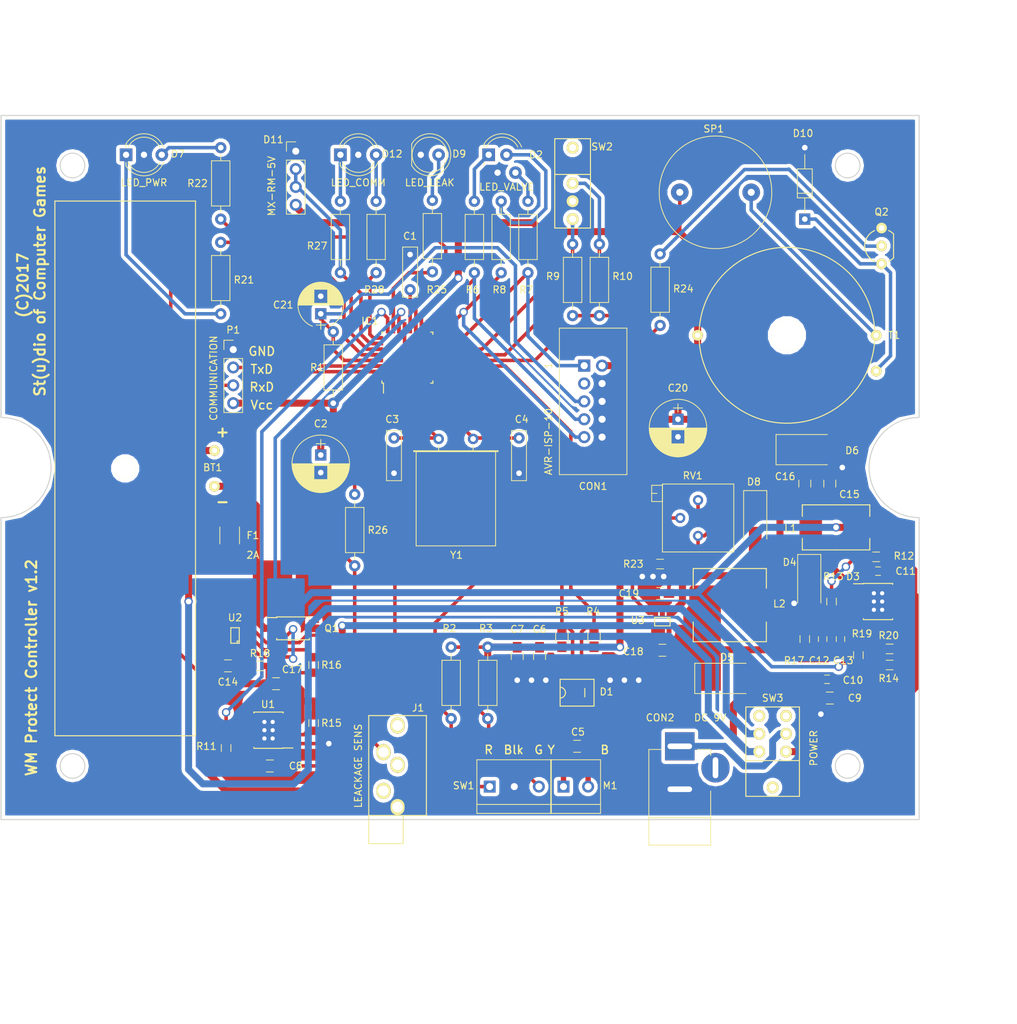
<source format=kicad_pcb>
(kicad_pcb (version 4) (host pcbnew 4.0.2-stable)

  (general
    (links 195)
    (no_connects 0)
    (area 68.504999 14.93 215.899144 162.085001)
    (thickness 1.6)
    (drawings 38)
    (tracks 747)
    (zones 0)
    (modules 83)
    (nets 63)
  )

  (page A4)
  (layers
    (0 F.Cu signal)
    (31 B.Cu signal)
    (32 B.Adhes user)
    (33 F.Adhes user)
    (34 B.Paste user)
    (35 F.Paste user)
    (36 B.SilkS user)
    (37 F.SilkS user)
    (38 B.Mask user)
    (39 F.Mask user)
    (40 Dwgs.User user)
    (41 Cmts.User user)
    (42 Eco1.User user)
    (43 Eco2.User user)
    (44 Edge.Cuts user)
    (45 Margin user)
    (46 B.CrtYd user hide)
    (47 F.CrtYd user hide)
    (48 B.Fab user hide)
    (49 F.Fab user hide)
  )

  (setup
    (last_trace_width 0.5)
    (trace_clearance 0.2)
    (zone_clearance 0.508)
    (zone_45_only yes)
    (trace_min 0.2)
    (segment_width 0.2)
    (edge_width 0.15)
    (via_size 1.2)
    (via_drill 0.8)
    (via_min_size 0.4)
    (via_min_drill 0.3)
    (uvia_size 0.6)
    (uvia_drill 0.2)
    (uvias_allowed no)
    (uvia_min_size 0.2)
    (uvia_min_drill 0.1)
    (pcb_text_width 0.3)
    (pcb_text_size 1.5 1.5)
    (mod_edge_width 0.15)
    (mod_text_size 1 1)
    (mod_text_width 0.15)
    (pad_size 4.8 4.8)
    (pad_drill 3)
    (pad_to_mask_clearance 0.2)
    (aux_axis_origin 0 0)
    (grid_origin 147.066 39.878)
    (visible_elements 7FFFFF7F)
    (pcbplotparams
      (layerselection 0x010e0_80000001)
      (usegerberextensions false)
      (excludeedgelayer true)
      (linewidth 0.100000)
      (plotframeref false)
      (viasonmask false)
      (mode 1)
      (useauxorigin false)
      (hpglpennumber 1)
      (hpglpenspeed 20)
      (hpglpendiameter 15)
      (hpglpenoverlay 2)
      (psnegative false)
      (psa4output false)
      (plotreference true)
      (plotvalue true)
      (plotinvisibletext false)
      (padsonsilk false)
      (subtractmaskfromsilk false)
      (outputformat 1)
      (mirror false)
      (drillshape 0)
      (scaleselection 1)
      (outputdirectory ""))
  )

  (net 0 "")
  (net 1 "Net-(BT1-Pad1)")
  (net 2 "Net-(BT1-Pad2)")
  (net 3 "Net-(C1-Pad1)")
  (net 4 GND)
  (net 5 VCC)
  (net 6 "Net-(C3-Pad1)")
  (net 7 "Net-(C4-Pad1)")
  (net 8 "Net-(C5-Pad1)")
  (net 9 "Net-(C5-Pad2)")
  (net 10 MCU_LINE_PLUS)
  (net 11 "Net-(C10-Pad1)")
  (net 12 "Net-(C11-Pad1)")
  (net 13 "Net-(C11-Pad2)")
  (net 14 "Net-(C12-Pad1)")
  (net 15 "Net-(C12-Pad2)")
  (net 16 "Net-(C14-Pad1)")
  (net 17 MCU_BAT_PLUS)
  (net 18 "Net-(C18-Pad1)")
  (net 19 BUZZER)
  (net 20 LED_VALVE_OPEN)
  (net 21 LED_VALVE_CLOSE)
  (net 22 "Net-(CON2-Pad1)")
  (net 23 VALVE_MOTOR_B)
  (net 24 VALVE_MOTOR_A)
  (net 25 "Net-(D2-Pad1)")
  (net 26 "Net-(D2-Pad3)")
  (net 27 "Net-(D2-Pad4)")
  (net 28 "Net-(D7-Pad1)")
  (net 29 "Net-(D7-Pad3)")
  (net 30 "Net-(D8-Pad2)")
  (net 31 "Net-(D9-Pad2)")
  (net 32 "Net-(D10-Pad1)")
  (net 33 RX)
  (net 34 "Net-(D12-Pad1)")
  (net 35 "Net-(D12-Pad3)")
  (net 36 "Net-(F1-Pad1)")
  (net 37 LEAKAGE_SENSOR_CTRL)
  (net 38 LED_LEAKAGE)
  (net 39 LED_RX)
  (net 40 MCU_BAT_CHARGE)
  (net 41 MANUAL_CLOSE)
  (net 42 MANUAL_OPEN)
  (net 43 LED_VALVE_MANUAL)
  (net 44 VALVE_CLOSE)
  (net 45 VALVE_OPEN)
  (net 46 LED_PWR_LINE)
  (net 47 LED_PWR_BAT)
  (net 48 TX)
  (net 49 LEAKAGE_SENSOR_DATA)
  (net 50 "Net-(Q1-Pad4)")
  (net 51 "Net-(Q1-Pad5)")
  (net 52 "Net-(Q2-Pad2)")
  (net 53 "Net-(R15-Pad1)")
  (net 54 "Net-(R16-Pad1)")
  (net 55 "Net-(R23-Pad1)")
  (net 56 "Net-(RV1-Pad2)")
  (net 57 "Net-(SP1-Pad2)")
  (net 58 "Net-(C21-Pad1)")
  (net 59 "Net-(D3-Pad2)")
  (net 60 "Net-(D3-Pad4)")
  (net 61 "Net-(D3-Pad6)")
  (net 62 LED_TX_ALT_RX)

  (net_class Default "Это класс цепей по умолчанию."
    (clearance 0.2)
    (trace_width 0.5)
    (via_dia 1.2)
    (via_drill 0.8)
    (uvia_dia 0.6)
    (uvia_drill 0.2)
    (add_net BUZZER)
    (add_net GND)
    (add_net LEAKAGE_SENSOR_CTRL)
    (add_net LEAKAGE_SENSOR_DATA)
    (add_net LED_LEAKAGE)
    (add_net LED_PWR_BAT)
    (add_net LED_PWR_LINE)
    (add_net LED_RX)
    (add_net LED_TX_ALT_RX)
    (add_net LED_VALVE_CLOSE)
    (add_net LED_VALVE_MANUAL)
    (add_net LED_VALVE_OPEN)
    (add_net MANUAL_CLOSE)
    (add_net MANUAL_OPEN)
    (add_net MCU_BAT_CHARGE)
    (add_net MCU_BAT_PLUS)
    (add_net MCU_LINE_PLUS)
    (add_net "Net-(BT1-Pad1)")
    (add_net "Net-(BT1-Pad2)")
    (add_net "Net-(C1-Pad1)")
    (add_net "Net-(C10-Pad1)")
    (add_net "Net-(C11-Pad1)")
    (add_net "Net-(C11-Pad2)")
    (add_net "Net-(C12-Pad1)")
    (add_net "Net-(C12-Pad2)")
    (add_net "Net-(C14-Pad1)")
    (add_net "Net-(C18-Pad1)")
    (add_net "Net-(C21-Pad1)")
    (add_net "Net-(C3-Pad1)")
    (add_net "Net-(C4-Pad1)")
    (add_net "Net-(C5-Pad1)")
    (add_net "Net-(C5-Pad2)")
    (add_net "Net-(CON2-Pad1)")
    (add_net "Net-(D10-Pad1)")
    (add_net "Net-(D12-Pad1)")
    (add_net "Net-(D12-Pad3)")
    (add_net "Net-(D2-Pad1)")
    (add_net "Net-(D2-Pad3)")
    (add_net "Net-(D2-Pad4)")
    (add_net "Net-(D3-Pad2)")
    (add_net "Net-(D3-Pad4)")
    (add_net "Net-(D3-Pad6)")
    (add_net "Net-(D7-Pad1)")
    (add_net "Net-(D7-Pad3)")
    (add_net "Net-(D8-Pad2)")
    (add_net "Net-(D9-Pad2)")
    (add_net "Net-(F1-Pad1)")
    (add_net "Net-(Q1-Pad4)")
    (add_net "Net-(Q1-Pad5)")
    (add_net "Net-(Q2-Pad2)")
    (add_net "Net-(R15-Pad1)")
    (add_net "Net-(R16-Pad1)")
    (add_net "Net-(R23-Pad1)")
    (add_net "Net-(RV1-Pad2)")
    (add_net "Net-(SP1-Pad2)")
    (add_net RX)
    (add_net TX)
    (add_net VALVE_CLOSE)
    (add_net VALVE_MOTOR_A)
    (add_net VALVE_MOTOR_B)
    (add_net VALVE_OPEN)
    (add_net VCC)
  )

  (net_class PWR ""
    (clearance 0.2)
    (trace_width 0.8)
    (via_dia 1.2)
    (via_drill 0.8)
    (uvia_dia 0.6)
    (uvia_drill 0.2)
  )

  (module wm_protect:SOT-23-6 (layer F.Cu) (tedit 59EBA00A) (tstamp 5967E6A4)
    (at 101.854 104.902 90)
    (descr "SC70-5 SOT323-5")
    (path /59118083/59164936)
    (attr smd)
    (fp_text reference U2 (at 2.54 0 180) (layer F.SilkS)
      (effects (font (size 1 1) (thickness 0.15)))
    )
    (fp_text value DW01A (at 2.2 0.3 90) (layer F.Fab) hide
      (effects (font (size 1 1) (thickness 0.15)))
    )
    (fp_line (start -1.1 0.3) (end -0.8 0.3) (layer F.SilkS) (width 0.15))
    (fp_line (start -0.8 0.3) (end -0.8 0.6) (layer F.SilkS) (width 0.15))
    (fp_line (start 1.1 -0.6) (end -1.1 -0.6) (layer F.SilkS) (width 0.15))
    (fp_line (start -1.1 -0.6) (end -1.1 0.6) (layer F.SilkS) (width 0.15))
    (fp_line (start -1.1 0.6) (end 1.1 0.6) (layer F.SilkS) (width 0.15))
    (fp_line (start 1.1 0.6) (end 1.1 -0.6) (layer F.SilkS) (width 0.15))
    (pad 5 smd rect (at 0 -1.2 90) (size 0.7 1) (layers F.Cu F.Paste F.Mask)
      (net 16 "Net-(C14-Pad1)"))
    (pad 1 smd rect (at -0.95 1.2 90) (size 0.7 1) (layers F.Cu F.Paste F.Mask)
      (net 50 "Net-(Q1-Pad4)"))
    (pad 3 smd rect (at 0.95 1.2 90) (size 0.7 1) (layers F.Cu F.Paste F.Mask)
      (net 51 "Net-(Q1-Pad5)"))
    (pad 2 smd rect (at 0 1.2 90) (size 0.7 1) (layers F.Cu F.Paste F.Mask)
      (net 54 "Net-(R16-Pad1)"))
    (pad 4 smd rect (at 0.95 -1.2 90) (size 0.7 1) (layers F.Cu F.Paste F.Mask))
    (pad 6 smd rect (at -0.95 -1.2 90) (size 0.7 1) (layers F.Cu F.Paste F.Mask)
      (net 2 "Net-(BT1-Pad2)"))
    (model Transistors_SMD.3dshapes/sc70-5.wrl
      (at (xyz 0 0 0))
      (scale (xyz 1 1 1))
      (rotate (xyz 0 0 0))
    )
  )

  (module Capacitors_ThroughHole:CP_Radial_D8.0mm_P2.50mm (layer F.Cu) (tedit 5979136D) (tstamp 5967E457)
    (at 114.046 79.248 270)
    (descr "CP, Radial series, Radial, pin pitch=2.50mm, , diameter=8mm, Electrolytic Capacitor")
    (tags "CP Radial series Radial pin pitch 2.50mm  diameter 8mm Electrolytic Capacitor")
    (path /59117AB4/5948FDD5)
    (fp_text reference C2 (at -4.445 0 360) (layer F.SilkS)
      (effects (font (size 1 1) (thickness 0.15)))
    )
    (fp_text value 100uc (at 1.25 5.06 270) (layer F.Fab) hide
      (effects (font (size 1 1) (thickness 0.15)))
    )
    (fp_text user %R (at 1.25 0 270) (layer F.Fab)
      (effects (font (size 1 1) (thickness 0.15)))
    )
    (fp_line (start -2.2 0) (end -1 0) (layer F.Fab) (width 0.1))
    (fp_line (start -1.6 -0.65) (end -1.6 0.65) (layer F.Fab) (width 0.1))
    (fp_line (start 1.25 -4.05) (end 1.25 4.05) (layer F.SilkS) (width 0.12))
    (fp_line (start 1.29 -4.05) (end 1.29 4.05) (layer F.SilkS) (width 0.12))
    (fp_line (start 1.33 -4.05) (end 1.33 4.05) (layer F.SilkS) (width 0.12))
    (fp_line (start 1.37 -4.049) (end 1.37 4.049) (layer F.SilkS) (width 0.12))
    (fp_line (start 1.41 -4.047) (end 1.41 4.047) (layer F.SilkS) (width 0.12))
    (fp_line (start 1.45 -4.046) (end 1.45 4.046) (layer F.SilkS) (width 0.12))
    (fp_line (start 1.49 -4.043) (end 1.49 4.043) (layer F.SilkS) (width 0.12))
    (fp_line (start 1.53 -4.041) (end 1.53 -0.98) (layer F.SilkS) (width 0.12))
    (fp_line (start 1.53 0.98) (end 1.53 4.041) (layer F.SilkS) (width 0.12))
    (fp_line (start 1.57 -4.038) (end 1.57 -0.98) (layer F.SilkS) (width 0.12))
    (fp_line (start 1.57 0.98) (end 1.57 4.038) (layer F.SilkS) (width 0.12))
    (fp_line (start 1.61 -4.035) (end 1.61 -0.98) (layer F.SilkS) (width 0.12))
    (fp_line (start 1.61 0.98) (end 1.61 4.035) (layer F.SilkS) (width 0.12))
    (fp_line (start 1.65 -4.031) (end 1.65 -0.98) (layer F.SilkS) (width 0.12))
    (fp_line (start 1.65 0.98) (end 1.65 4.031) (layer F.SilkS) (width 0.12))
    (fp_line (start 1.69 -4.027) (end 1.69 -0.98) (layer F.SilkS) (width 0.12))
    (fp_line (start 1.69 0.98) (end 1.69 4.027) (layer F.SilkS) (width 0.12))
    (fp_line (start 1.73 -4.022) (end 1.73 -0.98) (layer F.SilkS) (width 0.12))
    (fp_line (start 1.73 0.98) (end 1.73 4.022) (layer F.SilkS) (width 0.12))
    (fp_line (start 1.77 -4.017) (end 1.77 -0.98) (layer F.SilkS) (width 0.12))
    (fp_line (start 1.77 0.98) (end 1.77 4.017) (layer F.SilkS) (width 0.12))
    (fp_line (start 1.81 -4.012) (end 1.81 -0.98) (layer F.SilkS) (width 0.12))
    (fp_line (start 1.81 0.98) (end 1.81 4.012) (layer F.SilkS) (width 0.12))
    (fp_line (start 1.85 -4.006) (end 1.85 -0.98) (layer F.SilkS) (width 0.12))
    (fp_line (start 1.85 0.98) (end 1.85 4.006) (layer F.SilkS) (width 0.12))
    (fp_line (start 1.89 -4) (end 1.89 -0.98) (layer F.SilkS) (width 0.12))
    (fp_line (start 1.89 0.98) (end 1.89 4) (layer F.SilkS) (width 0.12))
    (fp_line (start 1.93 -3.994) (end 1.93 -0.98) (layer F.SilkS) (width 0.12))
    (fp_line (start 1.93 0.98) (end 1.93 3.994) (layer F.SilkS) (width 0.12))
    (fp_line (start 1.971 -3.987) (end 1.971 -0.98) (layer F.SilkS) (width 0.12))
    (fp_line (start 1.971 0.98) (end 1.971 3.987) (layer F.SilkS) (width 0.12))
    (fp_line (start 2.011 -3.979) (end 2.011 -0.98) (layer F.SilkS) (width 0.12))
    (fp_line (start 2.011 0.98) (end 2.011 3.979) (layer F.SilkS) (width 0.12))
    (fp_line (start 2.051 -3.971) (end 2.051 -0.98) (layer F.SilkS) (width 0.12))
    (fp_line (start 2.051 0.98) (end 2.051 3.971) (layer F.SilkS) (width 0.12))
    (fp_line (start 2.091 -3.963) (end 2.091 -0.98) (layer F.SilkS) (width 0.12))
    (fp_line (start 2.091 0.98) (end 2.091 3.963) (layer F.SilkS) (width 0.12))
    (fp_line (start 2.131 -3.955) (end 2.131 -0.98) (layer F.SilkS) (width 0.12))
    (fp_line (start 2.131 0.98) (end 2.131 3.955) (layer F.SilkS) (width 0.12))
    (fp_line (start 2.171 -3.946) (end 2.171 -0.98) (layer F.SilkS) (width 0.12))
    (fp_line (start 2.171 0.98) (end 2.171 3.946) (layer F.SilkS) (width 0.12))
    (fp_line (start 2.211 -3.936) (end 2.211 -0.98) (layer F.SilkS) (width 0.12))
    (fp_line (start 2.211 0.98) (end 2.211 3.936) (layer F.SilkS) (width 0.12))
    (fp_line (start 2.251 -3.926) (end 2.251 -0.98) (layer F.SilkS) (width 0.12))
    (fp_line (start 2.251 0.98) (end 2.251 3.926) (layer F.SilkS) (width 0.12))
    (fp_line (start 2.291 -3.916) (end 2.291 -0.98) (layer F.SilkS) (width 0.12))
    (fp_line (start 2.291 0.98) (end 2.291 3.916) (layer F.SilkS) (width 0.12))
    (fp_line (start 2.331 -3.905) (end 2.331 -0.98) (layer F.SilkS) (width 0.12))
    (fp_line (start 2.331 0.98) (end 2.331 3.905) (layer F.SilkS) (width 0.12))
    (fp_line (start 2.371 -3.894) (end 2.371 -0.98) (layer F.SilkS) (width 0.12))
    (fp_line (start 2.371 0.98) (end 2.371 3.894) (layer F.SilkS) (width 0.12))
    (fp_line (start 2.411 -3.883) (end 2.411 -0.98) (layer F.SilkS) (width 0.12))
    (fp_line (start 2.411 0.98) (end 2.411 3.883) (layer F.SilkS) (width 0.12))
    (fp_line (start 2.451 -3.87) (end 2.451 -0.98) (layer F.SilkS) (width 0.12))
    (fp_line (start 2.451 0.98) (end 2.451 3.87) (layer F.SilkS) (width 0.12))
    (fp_line (start 2.491 -3.858) (end 2.491 -0.98) (layer F.SilkS) (width 0.12))
    (fp_line (start 2.491 0.98) (end 2.491 3.858) (layer F.SilkS) (width 0.12))
    (fp_line (start 2.531 -3.845) (end 2.531 -0.98) (layer F.SilkS) (width 0.12))
    (fp_line (start 2.531 0.98) (end 2.531 3.845) (layer F.SilkS) (width 0.12))
    (fp_line (start 2.571 -3.832) (end 2.571 -0.98) (layer F.SilkS) (width 0.12))
    (fp_line (start 2.571 0.98) (end 2.571 3.832) (layer F.SilkS) (width 0.12))
    (fp_line (start 2.611 -3.818) (end 2.611 -0.98) (layer F.SilkS) (width 0.12))
    (fp_line (start 2.611 0.98) (end 2.611 3.818) (layer F.SilkS) (width 0.12))
    (fp_line (start 2.651 -3.803) (end 2.651 -0.98) (layer F.SilkS) (width 0.12))
    (fp_line (start 2.651 0.98) (end 2.651 3.803) (layer F.SilkS) (width 0.12))
    (fp_line (start 2.691 -3.789) (end 2.691 -0.98) (layer F.SilkS) (width 0.12))
    (fp_line (start 2.691 0.98) (end 2.691 3.789) (layer F.SilkS) (width 0.12))
    (fp_line (start 2.731 -3.773) (end 2.731 -0.98) (layer F.SilkS) (width 0.12))
    (fp_line (start 2.731 0.98) (end 2.731 3.773) (layer F.SilkS) (width 0.12))
    (fp_line (start 2.771 -3.758) (end 2.771 -0.98) (layer F.SilkS) (width 0.12))
    (fp_line (start 2.771 0.98) (end 2.771 3.758) (layer F.SilkS) (width 0.12))
    (fp_line (start 2.811 -3.741) (end 2.811 -0.98) (layer F.SilkS) (width 0.12))
    (fp_line (start 2.811 0.98) (end 2.811 3.741) (layer F.SilkS) (width 0.12))
    (fp_line (start 2.851 -3.725) (end 2.851 -0.98) (layer F.SilkS) (width 0.12))
    (fp_line (start 2.851 0.98) (end 2.851 3.725) (layer F.SilkS) (width 0.12))
    (fp_line (start 2.891 -3.707) (end 2.891 -0.98) (layer F.SilkS) (width 0.12))
    (fp_line (start 2.891 0.98) (end 2.891 3.707) (layer F.SilkS) (width 0.12))
    (fp_line (start 2.931 -3.69) (end 2.931 -0.98) (layer F.SilkS) (width 0.12))
    (fp_line (start 2.931 0.98) (end 2.931 3.69) (layer F.SilkS) (width 0.12))
    (fp_line (start 2.971 -3.671) (end 2.971 -0.98) (layer F.SilkS) (width 0.12))
    (fp_line (start 2.971 0.98) (end 2.971 3.671) (layer F.SilkS) (width 0.12))
    (fp_line (start 3.011 -3.652) (end 3.011 -0.98) (layer F.SilkS) (width 0.12))
    (fp_line (start 3.011 0.98) (end 3.011 3.652) (layer F.SilkS) (width 0.12))
    (fp_line (start 3.051 -3.633) (end 3.051 -0.98) (layer F.SilkS) (width 0.12))
    (fp_line (start 3.051 0.98) (end 3.051 3.633) (layer F.SilkS) (width 0.12))
    (fp_line (start 3.091 -3.613) (end 3.091 -0.98) (layer F.SilkS) (width 0.12))
    (fp_line (start 3.091 0.98) (end 3.091 3.613) (layer F.SilkS) (width 0.12))
    (fp_line (start 3.131 -3.593) (end 3.131 -0.98) (layer F.SilkS) (width 0.12))
    (fp_line (start 3.131 0.98) (end 3.131 3.593) (layer F.SilkS) (width 0.12))
    (fp_line (start 3.171 -3.572) (end 3.171 -0.98) (layer F.SilkS) (width 0.12))
    (fp_line (start 3.171 0.98) (end 3.171 3.572) (layer F.SilkS) (width 0.12))
    (fp_line (start 3.211 -3.55) (end 3.211 -0.98) (layer F.SilkS) (width 0.12))
    (fp_line (start 3.211 0.98) (end 3.211 3.55) (layer F.SilkS) (width 0.12))
    (fp_line (start 3.251 -3.528) (end 3.251 -0.98) (layer F.SilkS) (width 0.12))
    (fp_line (start 3.251 0.98) (end 3.251 3.528) (layer F.SilkS) (width 0.12))
    (fp_line (start 3.291 -3.505) (end 3.291 -0.98) (layer F.SilkS) (width 0.12))
    (fp_line (start 3.291 0.98) (end 3.291 3.505) (layer F.SilkS) (width 0.12))
    (fp_line (start 3.331 -3.482) (end 3.331 -0.98) (layer F.SilkS) (width 0.12))
    (fp_line (start 3.331 0.98) (end 3.331 3.482) (layer F.SilkS) (width 0.12))
    (fp_line (start 3.371 -3.458) (end 3.371 -0.98) (layer F.SilkS) (width 0.12))
    (fp_line (start 3.371 0.98) (end 3.371 3.458) (layer F.SilkS) (width 0.12))
    (fp_line (start 3.411 -3.434) (end 3.411 -0.98) (layer F.SilkS) (width 0.12))
    (fp_line (start 3.411 0.98) (end 3.411 3.434) (layer F.SilkS) (width 0.12))
    (fp_line (start 3.451 -3.408) (end 3.451 -0.98) (layer F.SilkS) (width 0.12))
    (fp_line (start 3.451 0.98) (end 3.451 3.408) (layer F.SilkS) (width 0.12))
    (fp_line (start 3.491 -3.383) (end 3.491 3.383) (layer F.SilkS) (width 0.12))
    (fp_line (start 3.531 -3.356) (end 3.531 3.356) (layer F.SilkS) (width 0.12))
    (fp_line (start 3.571 -3.329) (end 3.571 3.329) (layer F.SilkS) (width 0.12))
    (fp_line (start 3.611 -3.301) (end 3.611 3.301) (layer F.SilkS) (width 0.12))
    (fp_line (start 3.651 -3.272) (end 3.651 3.272) (layer F.SilkS) (width 0.12))
    (fp_line (start 3.691 -3.243) (end 3.691 3.243) (layer F.SilkS) (width 0.12))
    (fp_line (start 3.731 -3.213) (end 3.731 3.213) (layer F.SilkS) (width 0.12))
    (fp_line (start 3.771 -3.182) (end 3.771 3.182) (layer F.SilkS) (width 0.12))
    (fp_line (start 3.811 -3.15) (end 3.811 3.15) (layer F.SilkS) (width 0.12))
    (fp_line (start 3.851 -3.118) (end 3.851 3.118) (layer F.SilkS) (width 0.12))
    (fp_line (start 3.891 -3.084) (end 3.891 3.084) (layer F.SilkS) (width 0.12))
    (fp_line (start 3.931 -3.05) (end 3.931 3.05) (layer F.SilkS) (width 0.12))
    (fp_line (start 3.971 -3.015) (end 3.971 3.015) (layer F.SilkS) (width 0.12))
    (fp_line (start 4.011 -2.979) (end 4.011 2.979) (layer F.SilkS) (width 0.12))
    (fp_line (start 4.051 -2.942) (end 4.051 2.942) (layer F.SilkS) (width 0.12))
    (fp_line (start 4.091 -2.904) (end 4.091 2.904) (layer F.SilkS) (width 0.12))
    (fp_line (start 4.131 -2.865) (end 4.131 2.865) (layer F.SilkS) (width 0.12))
    (fp_line (start 4.171 -2.824) (end 4.171 2.824) (layer F.SilkS) (width 0.12))
    (fp_line (start 4.211 -2.783) (end 4.211 2.783) (layer F.SilkS) (width 0.12))
    (fp_line (start 4.251 -2.74) (end 4.251 2.74) (layer F.SilkS) (width 0.12))
    (fp_line (start 4.291 -2.697) (end 4.291 2.697) (layer F.SilkS) (width 0.12))
    (fp_line (start 4.331 -2.652) (end 4.331 2.652) (layer F.SilkS) (width 0.12))
    (fp_line (start 4.371 -2.605) (end 4.371 2.605) (layer F.SilkS) (width 0.12))
    (fp_line (start 4.411 -2.557) (end 4.411 2.557) (layer F.SilkS) (width 0.12))
    (fp_line (start 4.451 -2.508) (end 4.451 2.508) (layer F.SilkS) (width 0.12))
    (fp_line (start 4.491 -2.457) (end 4.491 2.457) (layer F.SilkS) (width 0.12))
    (fp_line (start 4.531 -2.404) (end 4.531 2.404) (layer F.SilkS) (width 0.12))
    (fp_line (start 4.571 -2.349) (end 4.571 2.349) (layer F.SilkS) (width 0.12))
    (fp_line (start 4.611 -2.293) (end 4.611 2.293) (layer F.SilkS) (width 0.12))
    (fp_line (start 4.651 -2.234) (end 4.651 2.234) (layer F.SilkS) (width 0.12))
    (fp_line (start 4.691 -2.173) (end 4.691 2.173) (layer F.SilkS) (width 0.12))
    (fp_line (start 4.731 -2.109) (end 4.731 2.109) (layer F.SilkS) (width 0.12))
    (fp_line (start 4.771 -2.043) (end 4.771 2.043) (layer F.SilkS) (width 0.12))
    (fp_line (start 4.811 -1.974) (end 4.811 1.974) (layer F.SilkS) (width 0.12))
    (fp_line (start 4.851 -1.902) (end 4.851 1.902) (layer F.SilkS) (width 0.12))
    (fp_line (start 4.891 -1.826) (end 4.891 1.826) (layer F.SilkS) (width 0.12))
    (fp_line (start 4.931 -1.745) (end 4.931 1.745) (layer F.SilkS) (width 0.12))
    (fp_line (start 4.971 -1.66) (end 4.971 1.66) (layer F.SilkS) (width 0.12))
    (fp_line (start 5.011 -1.57) (end 5.011 1.57) (layer F.SilkS) (width 0.12))
    (fp_line (start 5.051 -1.473) (end 5.051 1.473) (layer F.SilkS) (width 0.12))
    (fp_line (start 5.091 -1.369) (end 5.091 1.369) (layer F.SilkS) (width 0.12))
    (fp_line (start 5.131 -1.254) (end 5.131 1.254) (layer F.SilkS) (width 0.12))
    (fp_line (start 5.171 -1.127) (end 5.171 1.127) (layer F.SilkS) (width 0.12))
    (fp_line (start 5.211 -0.983) (end 5.211 0.983) (layer F.SilkS) (width 0.12))
    (fp_line (start 5.251 -0.814) (end 5.251 0.814) (layer F.SilkS) (width 0.12))
    (fp_line (start 5.291 -0.598) (end 5.291 0.598) (layer F.SilkS) (width 0.12))
    (fp_line (start 5.331 -0.246) (end 5.331 0.246) (layer F.SilkS) (width 0.12))
    (fp_line (start -2.2 0) (end -1 0) (layer F.SilkS) (width 0.12))
    (fp_line (start -1.6 -0.65) (end -1.6 0.65) (layer F.SilkS) (width 0.12))
    (fp_line (start -3.1 -4.35) (end -3.1 4.35) (layer F.CrtYd) (width 0.05))
    (fp_line (start -3.1 4.35) (end 5.6 4.35) (layer F.CrtYd) (width 0.05))
    (fp_line (start 5.6 4.35) (end 5.6 -4.35) (layer F.CrtYd) (width 0.05))
    (fp_line (start 5.6 -4.35) (end -3.1 -4.35) (layer F.CrtYd) (width 0.05))
    (fp_circle (center 1.25 0) (end 5.25 0) (layer F.Fab) (width 0.1))
    (fp_circle (center 1.25 0) (end 5.34 0) (layer F.SilkS) (width 0.12))
    (pad 1 thru_hole rect (at 0 0 270) (size 1.6 1.6) (drill 0.8) (layers *.Cu *.Mask)
      (net 5 VCC))
    (pad 2 thru_hole circle (at 2.5 0 270) (size 1.6 1.6) (drill 0.8) (layers *.Cu *.Mask)
      (net 4 GND))
    (model ${KISYS3DMOD}/Capacitors_THT.3dshapes/CP_Radial_D8.0mm_P2.50mm.wrl
      (at (xyz 0 0 0))
      (scale (xyz 1 1 1))
      (rotate (xyz 0 0 0))
    )
  )

  (module wm_protect:terminal_block_3 (layer F.Cu) (tedit 59C96925) (tstamp 59C96F08)
    (at 138.066 126.378)
    (descr "Bornier d'alimentation 3 pins")
    (tags DEV)
    (path /59118014/59539A7A)
    (fp_text reference SW1 (at -3.7 -0.14) (layer F.SilkS)
      (effects (font (size 1 1) (thickness 0.15)))
    )
    (fp_text value SWITCH_INV (at 5.08 5.08) (layer F.Fab) hide
      (effects (font (size 1 1) (thickness 0.15)))
    )
    (fp_line (start -1.75 2.55) (end 8.75 2.55) (layer F.Fab) (width 0.1))
    (fp_line (start -1.75 -3.75) (end 8.75 -3.75) (layer F.Fab) (width 0.1))
    (fp_line (start 8.75 -3.75) (end 8.75 3.75) (layer F.Fab) (width 0.1))
    (fp_line (start 8.75 3.75) (end -1.75 3.75) (layer F.Fab) (width 0.1))
    (fp_line (start -1.75 3.75) (end -1.75 -3.75) (layer F.Fab) (width 0.1))
    (fp_line (start -1.82 3.81) (end -1.82 -3.81) (layer F.SilkS) (width 0.12))
    (fp_line (start 8.77 3.81) (end 8.77 -3.81) (layer F.SilkS) (width 0.12))
    (fp_line (start -1.82 2.54) (end 8.77 2.54) (layer F.SilkS) (width 0.12))
    (fp_line (start -1.82 -3.81) (end 8.77 -3.81) (layer F.SilkS) (width 0.12))
    (fp_line (start -1.82 3.81) (end 8.77 3.81) (layer F.SilkS) (width 0.12))
    (fp_line (start -1.97 -4) (end 9 -4) (layer F.CrtYd) (width 0.05))
    (fp_line (start -1.97 -4) (end -1.97 4) (layer F.CrtYd) (width 0.05))
    (fp_line (start 9 4) (end 9 -4) (layer F.CrtYd) (width 0.05))
    (fp_line (start 9 4) (end -1.97 4) (layer F.CrtYd) (width 0.05))
    (pad 1 thru_hole rect (at 0 0) (size 1.7 1.7) (drill 1) (layers *.Cu *.Mask)
      (net 44 VALVE_CLOSE))
    (pad 2 thru_hole circle (at 3.5 0) (size 1.7 1.7) (drill 1) (layers *.Cu *.Mask)
      (net 4 GND))
    (pad 3 thru_hole circle (at 7 0) (size 1.7 1.7) (drill 1) (layers *.Cu *.Mask)
      (net 45 VALVE_OPEN))
    (model ${KISYS3DMOD}/Connectors.3dshapes/bornier3.wrl
      (at (xyz 0 0 0))
      (scale (xyz 1 1 1))
      (rotate (xyz 0 0 0))
    )
  )

  (module Pin_Headers:Pin_Header_Straight_1x04_Pitch2.54mm (layer F.Cu) (tedit 59F606C6) (tstamp 5967E532)
    (at 110.49 36.068)
    (descr "Through hole straight pin header, 1x04, 2.54mm pitch, single row")
    (tags "Through hole pin header THT 1x04 2.54mm single row")
    (path /5956B2BB/5956C9EE)
    (fp_text reference D11 (at -3.175 -1.651) (layer F.SilkS)
      (effects (font (size 1 1) (thickness 0.15)))
    )
    (fp_text value MX-RM-5V (at -3.429 4.953 90) (layer F.SilkS)
      (effects (font (size 1 1) (thickness 0.15)))
    )
    (fp_line (start -0.635 -1.27) (end 1.27 -1.27) (layer F.Fab) (width 0.1))
    (fp_line (start 1.27 -1.27) (end 1.27 8.89) (layer F.Fab) (width 0.1))
    (fp_line (start 1.27 8.89) (end -1.27 8.89) (layer F.Fab) (width 0.1))
    (fp_line (start -1.27 8.89) (end -1.27 -0.635) (layer F.Fab) (width 0.1))
    (fp_line (start -1.27 -0.635) (end -0.635 -1.27) (layer F.Fab) (width 0.1))
    (fp_line (start -1.33 8.95) (end 1.33 8.95) (layer F.SilkS) (width 0.12))
    (fp_line (start -1.33 1.27) (end -1.33 8.95) (layer F.SilkS) (width 0.12))
    (fp_line (start 1.33 1.27) (end 1.33 8.95) (layer F.SilkS) (width 0.12))
    (fp_line (start -1.33 1.27) (end 1.33 1.27) (layer F.SilkS) (width 0.12))
    (fp_line (start -1.33 0) (end -1.33 -1.33) (layer F.SilkS) (width 0.12))
    (fp_line (start -1.33 -1.33) (end 0 -1.33) (layer F.SilkS) (width 0.12))
    (fp_line (start -1.8 -1.8) (end -1.8 9.4) (layer F.CrtYd) (width 0.05))
    (fp_line (start -1.8 9.4) (end 1.8 9.4) (layer F.CrtYd) (width 0.05))
    (fp_line (start 1.8 9.4) (end 1.8 -1.8) (layer F.CrtYd) (width 0.05))
    (fp_line (start 1.8 -1.8) (end -1.8 -1.8) (layer F.CrtYd) (width 0.05))
    (fp_text user %R (at 0 3.81 90) (layer F.Fab)
      (effects (font (size 1 1) (thickness 0.15)))
    )
    (pad 1 thru_hole rect (at 0 0) (size 1.7 1.7) (drill 1) (layers *.Cu *.Mask)
      (net 4 GND))
    (pad 2 thru_hole oval (at 0 2.54) (size 1.7 1.7) (drill 1) (layers *.Cu *.Mask)
      (net 62 LED_TX_ALT_RX))
    (pad 3 thru_hole oval (at 0 5.08) (size 1.7 1.7) (drill 1) (layers *.Cu *.Mask)
      (net 62 LED_TX_ALT_RX))
    (pad 4 thru_hole oval (at 0 7.62) (size 1.7 1.7) (drill 1) (layers *.Cu *.Mask)
      (net 5 VCC))
    (model ${KISYS3DMOD}/Pin_Headers.3dshapes/Pin_Header_Straight_1x04_Pitch2.54mm.wrl
      (at (xyz 0 0 0))
      (scale (xyz 1 1 1))
      (rotate (xyz 0 0 0))
    )
  )

  (module Housings_SSOP:TSSOP-8_4.4x3mm_Pitch0.65mm (layer F.Cu) (tedit 59EBA006) (tstamp 5967E598)
    (at 110.109 103.886)
    (descr "8-Lead Plastic Thin Shrink Small Outline (ST)-4.4 mm Body [TSSOP] (see Microchip Packaging Specification 00000049BS.pdf)")
    (tags "SSOP 0.65")
    (path /59118083/59163CBF)
    (attr smd)
    (fp_text reference Q1 (at 5.461 0 180) (layer F.SilkS)
      (effects (font (size 1 1) (thickness 0.15)))
    )
    (fp_text value FS8205A (at 0 2.55) (layer F.Fab) hide
      (effects (font (size 1 1) (thickness 0.15)))
    )
    (fp_line (start -1.2 -1.5) (end 2.2 -1.5) (layer F.Fab) (width 0.15))
    (fp_line (start 2.2 -1.5) (end 2.2 1.5) (layer F.Fab) (width 0.15))
    (fp_line (start 2.2 1.5) (end -2.2 1.5) (layer F.Fab) (width 0.15))
    (fp_line (start -2.2 1.5) (end -2.2 -0.5) (layer F.Fab) (width 0.15))
    (fp_line (start -2.2 -0.5) (end -1.2 -1.5) (layer F.Fab) (width 0.15))
    (fp_line (start -3.95 -1.8) (end -3.95 1.8) (layer F.CrtYd) (width 0.05))
    (fp_line (start 3.95 -1.8) (end 3.95 1.8) (layer F.CrtYd) (width 0.05))
    (fp_line (start -3.95 -1.8) (end 3.95 -1.8) (layer F.CrtYd) (width 0.05))
    (fp_line (start -3.95 1.8) (end 3.95 1.8) (layer F.CrtYd) (width 0.05))
    (fp_line (start -2.325 -1.625) (end -2.325 -1.525) (layer F.SilkS) (width 0.15))
    (fp_line (start 2.325 -1.625) (end 2.325 -1.425) (layer F.SilkS) (width 0.15))
    (fp_line (start 2.325 1.625) (end 2.325 1.425) (layer F.SilkS) (width 0.15))
    (fp_line (start -2.325 1.625) (end -2.325 1.425) (layer F.SilkS) (width 0.15))
    (fp_line (start -2.325 -1.625) (end 2.325 -1.625) (layer F.SilkS) (width 0.15))
    (fp_line (start -2.325 1.625) (end 2.325 1.625) (layer F.SilkS) (width 0.15))
    (fp_line (start -2.325 -1.525) (end -3.675 -1.525) (layer F.SilkS) (width 0.15))
    (fp_text user %R (at 0 0) (layer F.Fab)
      (effects (font (size 0.7 0.7) (thickness 0.15)))
    )
    (pad 1 smd rect (at -2.95 -0.975) (size 1.45 0.45) (layers F.Cu F.Paste F.Mask))
    (pad 2 smd rect (at -2.95 -0.325) (size 1.45 0.45) (layers F.Cu F.Paste F.Mask)
      (net 2 "Net-(BT1-Pad2)"))
    (pad 3 smd rect (at -2.95 0.325) (size 1.45 0.45) (layers F.Cu F.Paste F.Mask)
      (net 2 "Net-(BT1-Pad2)"))
    (pad 4 smd rect (at -2.95 0.975) (size 1.45 0.45) (layers F.Cu F.Paste F.Mask)
      (net 50 "Net-(Q1-Pad4)"))
    (pad 5 smd rect (at 2.95 0.975) (size 1.45 0.45) (layers F.Cu F.Paste F.Mask)
      (net 51 "Net-(Q1-Pad5)"))
    (pad 6 smd rect (at 2.95 0.325) (size 1.45 0.45) (layers F.Cu F.Paste F.Mask)
      (net 4 GND))
    (pad 7 smd rect (at 2.95 -0.325) (size 1.45 0.45) (layers F.Cu F.Paste F.Mask)
      (net 4 GND))
    (pad 8 smd rect (at 2.95 -0.975) (size 1.45 0.45) (layers F.Cu F.Paste F.Mask))
    (model ${KISYS3DMOD}/Housings_SSOP.3dshapes/TSSOP-8_4.4x3mm_Pitch0.65mm.wrl
      (at (xyz 0 0 0))
      (scale (xyz 1 1 1))
      (rotate (xyz 0 0 0))
    )
  )

  (module Capacitors_SMD:C_0805_HandSoldering (layer F.Cu) (tedit 5979115A) (tstamp 5967E475)
    (at 141.986 107.823 270)
    (descr "Capacitor SMD 0805, hand soldering")
    (tags "capacitor 0805")
    (path /59118014/5953FE0C)
    (attr smd)
    (fp_text reference C7 (at -3.81 0 360) (layer F.SilkS)
      (effects (font (size 1 1) (thickness 0.15)))
    )
    (fp_text value 0.1uF (at 0 1.75 270) (layer F.Fab) hide
      (effects (font (size 1 1) (thickness 0.15)))
    )
    (fp_text user %R (at 0 -1.75 270) (layer F.Fab)
      (effects (font (size 1 1) (thickness 0.15)))
    )
    (fp_line (start -1 0.62) (end -1 -0.62) (layer F.Fab) (width 0.1))
    (fp_line (start 1 0.62) (end -1 0.62) (layer F.Fab) (width 0.1))
    (fp_line (start 1 -0.62) (end 1 0.62) (layer F.Fab) (width 0.1))
    (fp_line (start -1 -0.62) (end 1 -0.62) (layer F.Fab) (width 0.1))
    (fp_line (start 0.5 -0.85) (end -0.5 -0.85) (layer F.SilkS) (width 0.12))
    (fp_line (start -0.5 0.85) (end 0.5 0.85) (layer F.SilkS) (width 0.12))
    (fp_line (start -2.25 -0.88) (end 2.25 -0.88) (layer F.CrtYd) (width 0.05))
    (fp_line (start -2.25 -0.88) (end -2.25 0.87) (layer F.CrtYd) (width 0.05))
    (fp_line (start 2.25 0.87) (end 2.25 -0.88) (layer F.CrtYd) (width 0.05))
    (fp_line (start 2.25 0.87) (end -2.25 0.87) (layer F.CrtYd) (width 0.05))
    (pad 1 smd rect (at -1.25 0 270) (size 1.5 1.25) (layers F.Cu F.Paste F.Mask)
      (net 5 VCC))
    (pad 2 smd rect (at 1.25 0 270) (size 1.5 1.25) (layers F.Cu F.Paste F.Mask)
      (net 4 GND))
    (model Capacitors_SMD.3dshapes/C_0805.wrl
      (at (xyz 0 0 0))
      (scale (xyz 1 1 1))
      (rotate (xyz 0 0 0))
    )
  )

  (module Inductors:Inductor_Wurth_HCI-1040 (layer F.Cu) (tedit 59791273) (tstamp 5967E57D)
    (at 172.212 100.584)
    (descr "Inductor, Wurth Elektronik, Wurth_HCI-1040, 10.2mmx10.2mm")
    (tags "inductor wurth hci smd")
    (path /59118083/5914D2E0)
    (attr smd)
    (fp_text reference L2 (at 7.048 -0.191) (layer F.SilkS)
      (effects (font (size 1 1) (thickness 0.15)))
    )
    (fp_text value 22uH (at 0 6.6) (layer F.Fab) hide
      (effects (font (size 1 1) (thickness 0.15)))
    )
    (fp_line (start -5.1 -5.1) (end -5.1 5.1) (layer F.Fab) (width 0.15))
    (fp_line (start -5.1 5.1) (end 5.1 5.1) (layer F.Fab) (width 0.15))
    (fp_line (start 5.1 5.1) (end 5.1 -5.1) (layer F.Fab) (width 0.15))
    (fp_line (start 5.1 -5.1) (end -5.1 -5.1) (layer F.Fab) (width 0.15))
    (fp_line (start -6 -5.35) (end -6 5.35) (layer F.CrtYd) (width 0.05))
    (fp_line (start -6 5.35) (end 6 5.35) (layer F.CrtYd) (width 0.05))
    (fp_line (start 6 5.35) (end 6 -5.35) (layer F.CrtYd) (width 0.05))
    (fp_line (start 6 -5.35) (end -6 -5.35) (layer F.CrtYd) (width 0.05))
    (fp_line (start -5.2 2.4) (end -5.2 5.2) (layer F.SilkS) (width 0.15))
    (fp_line (start -5.2 5.2) (end 5.2 5.2) (layer F.SilkS) (width 0.15))
    (fp_line (start 5.2 5.2) (end 5.2 2.4) (layer F.SilkS) (width 0.15))
    (fp_line (start -5.2 -2.4) (end -5.2 -5.2) (layer F.SilkS) (width 0.15))
    (fp_line (start -5.2 -5.2) (end 5.2 -5.2) (layer F.SilkS) (width 0.15))
    (fp_line (start 5.2 -5.2) (end 5.2 -2.4) (layer F.SilkS) (width 0.15))
    (pad 1 smd rect (at -4 0) (size 3.5 4) (layers F.Cu F.Paste F.Mask)
      (net 18 "Net-(C18-Pad1)"))
    (pad 2 smd rect (at 4 0) (size 3.5 4) (layers F.Cu F.Paste F.Mask)
      (net 30 "Net-(D8-Pad2)"))
    (model Inductors.3dshapes/Inductor_Wurth_HCI-1040.wrl
      (at (xyz 0 0 0))
      (scale (xyz 1 1 1))
      (rotate (xyz 0 0 0))
    )
  )

  (module Capacitors_ThroughHole:C_Rect_L7.0mm_W2.0mm_P5.00mm (layer F.Cu) (tedit 597916A4) (tstamp 5967E451)
    (at 126.746 55.753 90)
    (descr "C, Rect series, Radial, pin pitch=5.00mm, , length*width=7*2mm^2, Capacitor")
    (tags "C Rect series Radial pin pitch 5.00mm  length 7mm width 2mm Capacitor")
    (path /59117AB4/5948FBF1)
    (fp_text reference C1 (at 7.62 0 180) (layer F.SilkS)
      (effects (font (size 1 1) (thickness 0.15)))
    )
    (fp_text value 100n (at 2.5 2.06 90) (layer F.Fab) hide
      (effects (font (size 1 1) (thickness 0.15)))
    )
    (fp_text user %R (at 2 0 90) (layer F.Fab)
      (effects (font (size 1 1) (thickness 0.15)))
    )
    (fp_line (start -1 -1) (end -1 1) (layer F.Fab) (width 0.1))
    (fp_line (start -1 1) (end 6 1) (layer F.Fab) (width 0.1))
    (fp_line (start 6 1) (end 6 -1) (layer F.Fab) (width 0.1))
    (fp_line (start 6 -1) (end -1 -1) (layer F.Fab) (width 0.1))
    (fp_line (start -1.06 -1.06) (end 6.06 -1.06) (layer F.SilkS) (width 0.12))
    (fp_line (start -1.06 1.06) (end 6.06 1.06) (layer F.SilkS) (width 0.12))
    (fp_line (start -1.06 -1.06) (end -1.06 1.06) (layer F.SilkS) (width 0.12))
    (fp_line (start 6.06 -1.06) (end 6.06 1.06) (layer F.SilkS) (width 0.12))
    (fp_line (start -1.35 -1.35) (end -1.35 1.35) (layer F.CrtYd) (width 0.05))
    (fp_line (start -1.35 1.35) (end 6.35 1.35) (layer F.CrtYd) (width 0.05))
    (fp_line (start 6.35 1.35) (end 6.35 -1.35) (layer F.CrtYd) (width 0.05))
    (fp_line (start 6.35 -1.35) (end -1.35 -1.35) (layer F.CrtYd) (width 0.05))
    (pad 1 thru_hole circle (at 0 0 90) (size 1.6 1.6) (drill 0.8) (layers *.Cu *.Mask)
      (net 3 "Net-(C1-Pad1)"))
    (pad 2 thru_hole circle (at 5 0 90) (size 1.6 1.6) (drill 0.8) (layers *.Cu *.Mask)
      (net 4 GND))
    (model ${KISYS3DMOD}/Capacitors_THT.3dshapes/C_Rect_L7.0mm_W2.0mm_P5.00mm.wrl
      (at (xyz 0 0 0))
      (scale (xyz 1 1 1))
      (rotate (xyz 0 0 0))
    )
  )

  (module Capacitors_ThroughHole:C_Rect_L7.0mm_W2.0mm_P5.00mm (layer F.Cu) (tedit 5979135A) (tstamp 5967E45D)
    (at 124.46 76.835 270)
    (descr "C, Rect series, Radial, pin pitch=5.00mm, , length*width=7*2mm^2, Capacitor")
    (tags "C Rect series Radial pin pitch 5.00mm  length 7mm width 2mm Capacitor")
    (path /59117AB4/5948F68A)
    (fp_text reference C3 (at -2.667 0.254 360) (layer F.SilkS)
      (effects (font (size 1 1) (thickness 0.15)))
    )
    (fp_text value 22p (at 2.5 2.06 270) (layer F.Fab) hide
      (effects (font (size 1 1) (thickness 0.15)))
    )
    (fp_text user %R (at 2 0 270) (layer F.Fab)
      (effects (font (size 1 1) (thickness 0.15)))
    )
    (fp_line (start -1 -1) (end -1 1) (layer F.Fab) (width 0.1))
    (fp_line (start -1 1) (end 6 1) (layer F.Fab) (width 0.1))
    (fp_line (start 6 1) (end 6 -1) (layer F.Fab) (width 0.1))
    (fp_line (start 6 -1) (end -1 -1) (layer F.Fab) (width 0.1))
    (fp_line (start -1.06 -1.06) (end 6.06 -1.06) (layer F.SilkS) (width 0.12))
    (fp_line (start -1.06 1.06) (end 6.06 1.06) (layer F.SilkS) (width 0.12))
    (fp_line (start -1.06 -1.06) (end -1.06 1.06) (layer F.SilkS) (width 0.12))
    (fp_line (start 6.06 -1.06) (end 6.06 1.06) (layer F.SilkS) (width 0.12))
    (fp_line (start -1.35 -1.35) (end -1.35 1.35) (layer F.CrtYd) (width 0.05))
    (fp_line (start -1.35 1.35) (end 6.35 1.35) (layer F.CrtYd) (width 0.05))
    (fp_line (start 6.35 1.35) (end 6.35 -1.35) (layer F.CrtYd) (width 0.05))
    (fp_line (start 6.35 -1.35) (end -1.35 -1.35) (layer F.CrtYd) (width 0.05))
    (pad 1 thru_hole circle (at 0 0 270) (size 1.6 1.6) (drill 0.8) (layers *.Cu *.Mask)
      (net 6 "Net-(C3-Pad1)"))
    (pad 2 thru_hole circle (at 5 0 270) (size 1.6 1.6) (drill 0.8) (layers *.Cu *.Mask)
      (net 4 GND))
    (model ${KISYS3DMOD}/Capacitors_THT.3dshapes/C_Rect_L7.0mm_W2.0mm_P5.00mm.wrl
      (at (xyz 0 0 0))
      (scale (xyz 1 1 1))
      (rotate (xyz 0 0 0))
    )
  )

  (module Capacitors_ThroughHole:C_Rect_L7.0mm_W2.0mm_P5.00mm (layer F.Cu) (tedit 5979134B) (tstamp 5967E463)
    (at 142.24 76.835 270)
    (descr "C, Rect series, Radial, pin pitch=5.00mm, , length*width=7*2mm^2, Capacitor")
    (tags "C Rect series Radial pin pitch 5.00mm  length 7mm width 2mm Capacitor")
    (path /59117AB4/5948F72D)
    (fp_text reference C4 (at -2.667 -0.381 360) (layer F.SilkS)
      (effects (font (size 1 1) (thickness 0.15)))
    )
    (fp_text value 22p (at 2.5 2.06 270) (layer F.Fab) hide
      (effects (font (size 1 1) (thickness 0.15)))
    )
    (fp_text user %R (at 2 0 270) (layer F.Fab)
      (effects (font (size 1 1) (thickness 0.15)))
    )
    (fp_line (start -1 -1) (end -1 1) (layer F.Fab) (width 0.1))
    (fp_line (start -1 1) (end 6 1) (layer F.Fab) (width 0.1))
    (fp_line (start 6 1) (end 6 -1) (layer F.Fab) (width 0.1))
    (fp_line (start 6 -1) (end -1 -1) (layer F.Fab) (width 0.1))
    (fp_line (start -1.06 -1.06) (end 6.06 -1.06) (layer F.SilkS) (width 0.12))
    (fp_line (start -1.06 1.06) (end 6.06 1.06) (layer F.SilkS) (width 0.12))
    (fp_line (start -1.06 -1.06) (end -1.06 1.06) (layer F.SilkS) (width 0.12))
    (fp_line (start 6.06 -1.06) (end 6.06 1.06) (layer F.SilkS) (width 0.12))
    (fp_line (start -1.35 -1.35) (end -1.35 1.35) (layer F.CrtYd) (width 0.05))
    (fp_line (start -1.35 1.35) (end 6.35 1.35) (layer F.CrtYd) (width 0.05))
    (fp_line (start 6.35 1.35) (end 6.35 -1.35) (layer F.CrtYd) (width 0.05))
    (fp_line (start 6.35 -1.35) (end -1.35 -1.35) (layer F.CrtYd) (width 0.05))
    (pad 1 thru_hole circle (at 0 0 270) (size 1.6 1.6) (drill 0.8) (layers *.Cu *.Mask)
      (net 7 "Net-(C4-Pad1)"))
    (pad 2 thru_hole circle (at 5 0 270) (size 1.6 1.6) (drill 0.8) (layers *.Cu *.Mask)
      (net 4 GND))
    (model ${KISYS3DMOD}/Capacitors_THT.3dshapes/C_Rect_L7.0mm_W2.0mm_P5.00mm.wrl
      (at (xyz 0 0 0))
      (scale (xyz 1 1 1))
      (rotate (xyz 0 0 0))
    )
  )

  (module Capacitors_SMD:C_0805_HandSoldering (layer F.Cu) (tedit 59CEBBAD) (tstamp 5967E469)
    (at 150.495 120.65)
    (descr "Capacitor SMD 0805, hand soldering")
    (tags "capacitor 0805")
    (path /59118014/5953DF24)
    (attr smd)
    (fp_text reference C5 (at 0.127 -2.032) (layer F.SilkS)
      (effects (font (size 1 1) (thickness 0.15)))
    )
    (fp_text value 0.1uF (at 0 1.75) (layer F.Fab) hide
      (effects (font (size 1 1) (thickness 0.15)))
    )
    (fp_text user %R (at 0 -1.75) (layer F.Fab)
      (effects (font (size 1 1) (thickness 0.15)))
    )
    (fp_line (start -1 0.62) (end -1 -0.62) (layer F.Fab) (width 0.1))
    (fp_line (start 1 0.62) (end -1 0.62) (layer F.Fab) (width 0.1))
    (fp_line (start 1 -0.62) (end 1 0.62) (layer F.Fab) (width 0.1))
    (fp_line (start -1 -0.62) (end 1 -0.62) (layer F.Fab) (width 0.1))
    (fp_line (start 0.5 -0.85) (end -0.5 -0.85) (layer F.SilkS) (width 0.12))
    (fp_line (start -0.5 0.85) (end 0.5 0.85) (layer F.SilkS) (width 0.12))
    (fp_line (start -2.25 -0.88) (end 2.25 -0.88) (layer F.CrtYd) (width 0.05))
    (fp_line (start -2.25 -0.88) (end -2.25 0.87) (layer F.CrtYd) (width 0.05))
    (fp_line (start 2.25 0.87) (end 2.25 -0.88) (layer F.CrtYd) (width 0.05))
    (fp_line (start 2.25 0.87) (end -2.25 0.87) (layer F.CrtYd) (width 0.05))
    (pad 1 smd rect (at -1.25 0) (size 1.5 1.25) (layers F.Cu F.Paste F.Mask)
      (net 8 "Net-(C5-Pad1)"))
    (pad 2 smd rect (at 1.25 0) (size 1.5 1.25) (layers F.Cu F.Paste F.Mask)
      (net 9 "Net-(C5-Pad2)"))
    (model Capacitors_SMD.3dshapes/C_0805.wrl
      (at (xyz 0 0 0))
      (scale (xyz 1 1 1))
      (rotate (xyz 0 0 0))
    )
  )

  (module Capacitors_SMD:C_0805_HandSoldering (layer F.Cu) (tedit 59791164) (tstamp 5967E46F)
    (at 145.161 107.823 270)
    (descr "Capacitor SMD 0805, hand soldering")
    (tags "capacitor 0805")
    (path /59118014/5953FAEF)
    (attr smd)
    (fp_text reference C6 (at -3.81 0 360) (layer F.SilkS)
      (effects (font (size 1 1) (thickness 0.15)))
    )
    (fp_text value 10uF (at 0 1.75 270) (layer F.Fab) hide
      (effects (font (size 1 1) (thickness 0.15)))
    )
    (fp_text user %R (at 0 -1.75 270) (layer F.Fab)
      (effects (font (size 1 1) (thickness 0.15)))
    )
    (fp_line (start -1 0.62) (end -1 -0.62) (layer F.Fab) (width 0.1))
    (fp_line (start 1 0.62) (end -1 0.62) (layer F.Fab) (width 0.1))
    (fp_line (start 1 -0.62) (end 1 0.62) (layer F.Fab) (width 0.1))
    (fp_line (start -1 -0.62) (end 1 -0.62) (layer F.Fab) (width 0.1))
    (fp_line (start 0.5 -0.85) (end -0.5 -0.85) (layer F.SilkS) (width 0.12))
    (fp_line (start -0.5 0.85) (end 0.5 0.85) (layer F.SilkS) (width 0.12))
    (fp_line (start -2.25 -0.88) (end 2.25 -0.88) (layer F.CrtYd) (width 0.05))
    (fp_line (start -2.25 -0.88) (end -2.25 0.87) (layer F.CrtYd) (width 0.05))
    (fp_line (start 2.25 0.87) (end 2.25 -0.88) (layer F.CrtYd) (width 0.05))
    (fp_line (start 2.25 0.87) (end -2.25 0.87) (layer F.CrtYd) (width 0.05))
    (pad 1 smd rect (at -1.25 0 270) (size 1.5 1.25) (layers F.Cu F.Paste F.Mask)
      (net 5 VCC))
    (pad 2 smd rect (at 1.25 0 270) (size 1.5 1.25) (layers F.Cu F.Paste F.Mask)
      (net 4 GND))
    (model Capacitors_SMD.3dshapes/C_0805.wrl
      (at (xyz 0 0 0))
      (scale (xyz 1 1 1))
      (rotate (xyz 0 0 0))
    )
  )

  (module Capacitors_SMD:C_0805_HandSoldering (layer F.Cu) (tedit 59CEBB9C) (tstamp 5967E47B)
    (at 106.807 123.444)
    (descr "Capacitor SMD 0805, hand soldering")
    (tags "capacitor 0805")
    (path /59118083/591566F8)
    (attr smd)
    (fp_text reference C8 (at 3.683 0) (layer F.SilkS)
      (effects (font (size 1 1) (thickness 0.15)))
    )
    (fp_text value 0.1uF (at 0 1.75) (layer F.Fab) hide
      (effects (font (size 1 1) (thickness 0.15)))
    )
    (fp_text user %R (at 0 -1.75) (layer F.Fab)
      (effects (font (size 1 1) (thickness 0.15)))
    )
    (fp_line (start -1 0.62) (end -1 -0.62) (layer F.Fab) (width 0.1))
    (fp_line (start 1 0.62) (end -1 0.62) (layer F.Fab) (width 0.1))
    (fp_line (start 1 -0.62) (end 1 0.62) (layer F.Fab) (width 0.1))
    (fp_line (start -1 -0.62) (end 1 -0.62) (layer F.Fab) (width 0.1))
    (fp_line (start 0.5 -0.85) (end -0.5 -0.85) (layer F.SilkS) (width 0.12))
    (fp_line (start -0.5 0.85) (end 0.5 0.85) (layer F.SilkS) (width 0.12))
    (fp_line (start -2.25 -0.88) (end 2.25 -0.88) (layer F.CrtYd) (width 0.05))
    (fp_line (start -2.25 -0.88) (end -2.25 0.87) (layer F.CrtYd) (width 0.05))
    (fp_line (start 2.25 0.87) (end 2.25 -0.88) (layer F.CrtYd) (width 0.05))
    (fp_line (start 2.25 0.87) (end -2.25 0.87) (layer F.CrtYd) (width 0.05))
    (pad 1 smd rect (at -1.25 0) (size 1.5 1.25) (layers F.Cu F.Paste F.Mask)
      (net 10 MCU_LINE_PLUS))
    (pad 2 smd rect (at 1.25 0) (size 1.5 1.25) (layers F.Cu F.Paste F.Mask)
      (net 4 GND))
    (model Capacitors_SMD.3dshapes/C_0805.wrl
      (at (xyz 0 0 0))
      (scale (xyz 1 1 1))
      (rotate (xyz 0 0 0))
    )
  )

  (module Capacitors_SMD:C_0805_HandSoldering (layer F.Cu) (tedit 59CEBC0B) (tstamp 5967E481)
    (at 186.436 113.792 180)
    (descr "Capacitor SMD 0805, hand soldering")
    (tags "capacitor 0805")
    (path /59118083/59576770)
    (attr smd)
    (fp_text reference C9 (at -3.556 0 180) (layer F.SilkS)
      (effects (font (size 1 1) (thickness 0.15)))
    )
    (fp_text value 22uF (at 0 1.75 180) (layer F.Fab) hide
      (effects (font (size 1 1) (thickness 0.15)))
    )
    (fp_text user %R (at 0 -1.75 180) (layer F.Fab)
      (effects (font (size 1 1) (thickness 0.15)))
    )
    (fp_line (start -1 0.62) (end -1 -0.62) (layer F.Fab) (width 0.1))
    (fp_line (start 1 0.62) (end -1 0.62) (layer F.Fab) (width 0.1))
    (fp_line (start 1 -0.62) (end 1 0.62) (layer F.Fab) (width 0.1))
    (fp_line (start -1 -0.62) (end 1 -0.62) (layer F.Fab) (width 0.1))
    (fp_line (start 0.5 -0.85) (end -0.5 -0.85) (layer F.SilkS) (width 0.12))
    (fp_line (start -0.5 0.85) (end 0.5 0.85) (layer F.SilkS) (width 0.12))
    (fp_line (start -2.25 -0.88) (end 2.25 -0.88) (layer F.CrtYd) (width 0.05))
    (fp_line (start -2.25 -0.88) (end -2.25 0.87) (layer F.CrtYd) (width 0.05))
    (fp_line (start 2.25 0.87) (end 2.25 -0.88) (layer F.CrtYd) (width 0.05))
    (fp_line (start 2.25 0.87) (end -2.25 0.87) (layer F.CrtYd) (width 0.05))
    (pad 1 smd rect (at -1.25 0 180) (size 1.5 1.25) (layers F.Cu F.Paste F.Mask)
      (net 11 "Net-(C10-Pad1)"))
    (pad 2 smd rect (at 1.25 0 180) (size 1.5 1.25) (layers F.Cu F.Paste F.Mask)
      (net 4 GND))
    (model Capacitors_SMD.3dshapes/C_0805.wrl
      (at (xyz 0 0 0))
      (scale (xyz 1 1 1))
      (rotate (xyz 0 0 0))
    )
  )

  (module Capacitors_SMD:C_0603_HandSoldering (layer F.Cu) (tedit 59CEBC08) (tstamp 5967E487)
    (at 186.055 111.125 180)
    (descr "Capacitor SMD 0603, hand soldering")
    (tags "capacitor 0603")
    (path /59118083/5957662B)
    (attr smd)
    (fp_text reference C10 (at -3.683 -0.127 180) (layer F.SilkS)
      (effects (font (size 1 1) (thickness 0.15)))
    )
    (fp_text value 10uF (at 0 1.5 180) (layer F.Fab) hide
      (effects (font (size 1 1) (thickness 0.15)))
    )
    (fp_text user %R (at 0 -1.25 180) (layer F.Fab)
      (effects (font (size 1 1) (thickness 0.15)))
    )
    (fp_line (start -0.8 0.4) (end -0.8 -0.4) (layer F.Fab) (width 0.1))
    (fp_line (start 0.8 0.4) (end -0.8 0.4) (layer F.Fab) (width 0.1))
    (fp_line (start 0.8 -0.4) (end 0.8 0.4) (layer F.Fab) (width 0.1))
    (fp_line (start -0.8 -0.4) (end 0.8 -0.4) (layer F.Fab) (width 0.1))
    (fp_line (start -0.35 -0.6) (end 0.35 -0.6) (layer F.SilkS) (width 0.12))
    (fp_line (start 0.35 0.6) (end -0.35 0.6) (layer F.SilkS) (width 0.12))
    (fp_line (start -1.8 -0.65) (end 1.8 -0.65) (layer F.CrtYd) (width 0.05))
    (fp_line (start -1.8 -0.65) (end -1.8 0.65) (layer F.CrtYd) (width 0.05))
    (fp_line (start 1.8 0.65) (end 1.8 -0.65) (layer F.CrtYd) (width 0.05))
    (fp_line (start 1.8 0.65) (end -1.8 0.65) (layer F.CrtYd) (width 0.05))
    (pad 1 smd rect (at -0.95 0 180) (size 1.2 0.75) (layers F.Cu F.Paste F.Mask)
      (net 11 "Net-(C10-Pad1)"))
    (pad 2 smd rect (at 0.95 0 180) (size 1.2 0.75) (layers F.Cu F.Paste F.Mask)
      (net 4 GND))
    (model Capacitors_SMD.3dshapes/C_0603.wrl
      (at (xyz 0 0 0))
      (scale (xyz 1 1 1))
      (rotate (xyz 0 0 0))
    )
  )

  (module Capacitors_SMD:C_0603_HandSoldering (layer F.Cu) (tedit 59790F3D) (tstamp 5967E48D)
    (at 193.294 95.758)
    (descr "Capacitor SMD 0603, hand soldering")
    (tags "capacitor 0603")
    (path /59118083/595767D3)
    (attr smd)
    (fp_text reference C11 (at 3.937 0) (layer F.SilkS)
      (effects (font (size 1 1) (thickness 0.15)))
    )
    (fp_text value 100nF (at 0 1.5) (layer F.Fab) hide
      (effects (font (size 1 1) (thickness 0.15)))
    )
    (fp_text user %R (at 0 -1.25) (layer F.Fab)
      (effects (font (size 1 1) (thickness 0.15)))
    )
    (fp_line (start -0.8 0.4) (end -0.8 -0.4) (layer F.Fab) (width 0.1))
    (fp_line (start 0.8 0.4) (end -0.8 0.4) (layer F.Fab) (width 0.1))
    (fp_line (start 0.8 -0.4) (end 0.8 0.4) (layer F.Fab) (width 0.1))
    (fp_line (start -0.8 -0.4) (end 0.8 -0.4) (layer F.Fab) (width 0.1))
    (fp_line (start -0.35 -0.6) (end 0.35 -0.6) (layer F.SilkS) (width 0.12))
    (fp_line (start 0.35 0.6) (end -0.35 0.6) (layer F.SilkS) (width 0.12))
    (fp_line (start -1.8 -0.65) (end 1.8 -0.65) (layer F.CrtYd) (width 0.05))
    (fp_line (start -1.8 -0.65) (end -1.8 0.65) (layer F.CrtYd) (width 0.05))
    (fp_line (start 1.8 0.65) (end 1.8 -0.65) (layer F.CrtYd) (width 0.05))
    (fp_line (start 1.8 0.65) (end -1.8 0.65) (layer F.CrtYd) (width 0.05))
    (pad 1 smd rect (at -0.95 0) (size 1.2 0.75) (layers F.Cu F.Paste F.Mask)
      (net 12 "Net-(C11-Pad1)"))
    (pad 2 smd rect (at 0.95 0) (size 1.2 0.75) (layers F.Cu F.Paste F.Mask)
      (net 13 "Net-(C11-Pad2)"))
    (model Capacitors_SMD.3dshapes/C_0603.wrl
      (at (xyz 0 0 0))
      (scale (xyz 1 1 1))
      (rotate (xyz 0 0 0))
    )
  )

  (module Capacitors_SMD:C_0603_HandSoldering (layer F.Cu) (tedit 59CEBC23) (tstamp 5967E493)
    (at 185.42 105.41 270)
    (descr "Capacitor SMD 0603, hand soldering")
    (tags "capacitor 0603")
    (path /59118083/59576834)
    (attr smd)
    (fp_text reference C12 (at 3.048 0.508 360) (layer F.SilkS)
      (effects (font (size 1 1) (thickness 0.15)))
    )
    (fp_text value 220pF (at 0 1.5 270) (layer F.Fab) hide
      (effects (font (size 1 1) (thickness 0.15)))
    )
    (fp_text user %R (at 0 -1.25 270) (layer F.Fab)
      (effects (font (size 1 1) (thickness 0.15)))
    )
    (fp_line (start -0.8 0.4) (end -0.8 -0.4) (layer F.Fab) (width 0.1))
    (fp_line (start 0.8 0.4) (end -0.8 0.4) (layer F.Fab) (width 0.1))
    (fp_line (start 0.8 -0.4) (end 0.8 0.4) (layer F.Fab) (width 0.1))
    (fp_line (start -0.8 -0.4) (end 0.8 -0.4) (layer F.Fab) (width 0.1))
    (fp_line (start -0.35 -0.6) (end 0.35 -0.6) (layer F.SilkS) (width 0.12))
    (fp_line (start 0.35 0.6) (end -0.35 0.6) (layer F.SilkS) (width 0.12))
    (fp_line (start -1.8 -0.65) (end 1.8 -0.65) (layer F.CrtYd) (width 0.05))
    (fp_line (start -1.8 -0.65) (end -1.8 0.65) (layer F.CrtYd) (width 0.05))
    (fp_line (start 1.8 0.65) (end 1.8 -0.65) (layer F.CrtYd) (width 0.05))
    (fp_line (start 1.8 0.65) (end -1.8 0.65) (layer F.CrtYd) (width 0.05))
    (pad 1 smd rect (at -0.95 0 270) (size 1.2 0.75) (layers F.Cu F.Paste F.Mask)
      (net 14 "Net-(C12-Pad1)"))
    (pad 2 smd rect (at 0.95 0 270) (size 1.2 0.75) (layers F.Cu F.Paste F.Mask)
      (net 15 "Net-(C12-Pad2)"))
    (model Capacitors_SMD.3dshapes/C_0603.wrl
      (at (xyz 0 0 0))
      (scale (xyz 1 1 1))
      (rotate (xyz 0 0 0))
    )
  )

  (module Capacitors_SMD:C_0603_HandSoldering (layer F.Cu) (tedit 59790FED) (tstamp 5967E499)
    (at 187.96 105.41 270)
    (descr "Capacitor SMD 0603, hand soldering")
    (tags "capacitor 0603")
    (path /59118083/59576897)
    (attr smd)
    (fp_text reference C13 (at 3.048 -0.381 360) (layer F.SilkS)
      (effects (font (size 1 1) (thickness 0.15)))
    )
    (fp_text value NS (at 0 1.5 270) (layer F.Fab) hide
      (effects (font (size 1 1) (thickness 0.15)))
    )
    (fp_text user %R (at 0 -1.25 270) (layer F.Fab)
      (effects (font (size 1 1) (thickness 0.15)))
    )
    (fp_line (start -0.8 0.4) (end -0.8 -0.4) (layer F.Fab) (width 0.1))
    (fp_line (start 0.8 0.4) (end -0.8 0.4) (layer F.Fab) (width 0.1))
    (fp_line (start 0.8 -0.4) (end 0.8 0.4) (layer F.Fab) (width 0.1))
    (fp_line (start -0.8 -0.4) (end 0.8 -0.4) (layer F.Fab) (width 0.1))
    (fp_line (start -0.35 -0.6) (end 0.35 -0.6) (layer F.SilkS) (width 0.12))
    (fp_line (start 0.35 0.6) (end -0.35 0.6) (layer F.SilkS) (width 0.12))
    (fp_line (start -1.8 -0.65) (end 1.8 -0.65) (layer F.CrtYd) (width 0.05))
    (fp_line (start -1.8 -0.65) (end -1.8 0.65) (layer F.CrtYd) (width 0.05))
    (fp_line (start 1.8 0.65) (end 1.8 -0.65) (layer F.CrtYd) (width 0.05))
    (fp_line (start 1.8 0.65) (end -1.8 0.65) (layer F.CrtYd) (width 0.05))
    (pad 1 smd rect (at -0.95 0 270) (size 1.2 0.75) (layers F.Cu F.Paste F.Mask)
      (net 14 "Net-(C12-Pad1)"))
    (pad 2 smd rect (at 0.95 0 270) (size 1.2 0.75) (layers F.Cu F.Paste F.Mask)
      (net 4 GND))
    (model Capacitors_SMD.3dshapes/C_0603.wrl
      (at (xyz 0 0 0))
      (scale (xyz 1 1 1))
      (rotate (xyz 0 0 0))
    )
  )

  (module Capacitors_SMD:C_0805_HandSoldering (layer F.Cu) (tedit 59EBA00F) (tstamp 5967E49F)
    (at 100.838 109.22 180)
    (descr "Capacitor SMD 0805, hand soldering")
    (tags "capacitor 0805")
    (path /59118083/59165090)
    (attr smd)
    (fp_text reference C14 (at 0 -2.286 180) (layer F.SilkS)
      (effects (font (size 1 1) (thickness 0.15)))
    )
    (fp_text value 0.1uF (at 0 1.75 180) (layer F.Fab) hide
      (effects (font (size 1 1) (thickness 0.15)))
    )
    (fp_text user %R (at 0 -1.75 180) (layer F.Fab)
      (effects (font (size 1 1) (thickness 0.15)))
    )
    (fp_line (start -1 0.62) (end -1 -0.62) (layer F.Fab) (width 0.1))
    (fp_line (start 1 0.62) (end -1 0.62) (layer F.Fab) (width 0.1))
    (fp_line (start 1 -0.62) (end 1 0.62) (layer F.Fab) (width 0.1))
    (fp_line (start -1 -0.62) (end 1 -0.62) (layer F.Fab) (width 0.1))
    (fp_line (start 0.5 -0.85) (end -0.5 -0.85) (layer F.SilkS) (width 0.12))
    (fp_line (start -0.5 0.85) (end 0.5 0.85) (layer F.SilkS) (width 0.12))
    (fp_line (start -2.25 -0.88) (end 2.25 -0.88) (layer F.CrtYd) (width 0.05))
    (fp_line (start -2.25 -0.88) (end -2.25 0.87) (layer F.CrtYd) (width 0.05))
    (fp_line (start 2.25 0.87) (end 2.25 -0.88) (layer F.CrtYd) (width 0.05))
    (fp_line (start 2.25 0.87) (end -2.25 0.87) (layer F.CrtYd) (width 0.05))
    (pad 1 smd rect (at -1.25 0 180) (size 1.5 1.25) (layers F.Cu F.Paste F.Mask)
      (net 16 "Net-(C14-Pad1)"))
    (pad 2 smd rect (at 1.25 0 180) (size 1.5 1.25) (layers F.Cu F.Paste F.Mask)
      (net 2 "Net-(BT1-Pad2)"))
    (model Capacitors_SMD.3dshapes/C_0805.wrl
      (at (xyz 0 0 0))
      (scale (xyz 1 1 1))
      (rotate (xyz 0 0 0))
    )
  )

  (module Capacitors_SMD:C_0805_HandSoldering (layer F.Cu) (tedit 59EBA060) (tstamp 5967E4A5)
    (at 186.436 83.312 90)
    (descr "Capacitor SMD 0805, hand soldering")
    (tags "capacitor 0805")
    (path /59118083/595766B2)
    (attr smd)
    (fp_text reference C15 (at -1.524 2.794 180) (layer F.SilkS)
      (effects (font (size 1 1) (thickness 0.15)))
    )
    (fp_text value 10uF (at 0 1.75 90) (layer F.Fab) hide
      (effects (font (size 1 1) (thickness 0.15)))
    )
    (fp_text user %R (at 0 -1.75 90) (layer F.Fab)
      (effects (font (size 1 1) (thickness 0.15)))
    )
    (fp_line (start -1 0.62) (end -1 -0.62) (layer F.Fab) (width 0.1))
    (fp_line (start 1 0.62) (end -1 0.62) (layer F.Fab) (width 0.1))
    (fp_line (start 1 -0.62) (end 1 0.62) (layer F.Fab) (width 0.1))
    (fp_line (start -1 -0.62) (end 1 -0.62) (layer F.Fab) (width 0.1))
    (fp_line (start 0.5 -0.85) (end -0.5 -0.85) (layer F.SilkS) (width 0.12))
    (fp_line (start -0.5 0.85) (end 0.5 0.85) (layer F.SilkS) (width 0.12))
    (fp_line (start -2.25 -0.88) (end 2.25 -0.88) (layer F.CrtYd) (width 0.05))
    (fp_line (start -2.25 -0.88) (end -2.25 0.87) (layer F.CrtYd) (width 0.05))
    (fp_line (start 2.25 0.87) (end 2.25 -0.88) (layer F.CrtYd) (width 0.05))
    (fp_line (start 2.25 0.87) (end -2.25 0.87) (layer F.CrtYd) (width 0.05))
    (pad 1 smd rect (at -1.25 0 90) (size 1.5 1.25) (layers F.Cu F.Paste F.Mask)
      (net 10 MCU_LINE_PLUS))
    (pad 2 smd rect (at 1.25 0 90) (size 1.5 1.25) (layers F.Cu F.Paste F.Mask)
      (net 4 GND))
    (model Capacitors_SMD.3dshapes/C_0805.wrl
      (at (xyz 0 0 0))
      (scale (xyz 1 1 1))
      (rotate (xyz 0 0 0))
    )
  )

  (module Capacitors_SMD:C_0805_HandSoldering (layer F.Cu) (tedit 59EBA05B) (tstamp 5967E4AB)
    (at 182.88 83.312 90)
    (descr "Capacitor SMD 0805, hand soldering")
    (tags "capacitor 0805")
    (path /59118083/59576711)
    (attr smd)
    (fp_text reference C16 (at 1.016 -2.794 180) (layer F.SilkS)
      (effects (font (size 1 1) (thickness 0.15)))
    )
    (fp_text value 22uF (at 0 1.75 90) (layer F.Fab) hide
      (effects (font (size 1 1) (thickness 0.15)))
    )
    (fp_text user %R (at 0 -1.75 90) (layer F.Fab)
      (effects (font (size 1 1) (thickness 0.15)))
    )
    (fp_line (start -1 0.62) (end -1 -0.62) (layer F.Fab) (width 0.1))
    (fp_line (start 1 0.62) (end -1 0.62) (layer F.Fab) (width 0.1))
    (fp_line (start 1 -0.62) (end 1 0.62) (layer F.Fab) (width 0.1))
    (fp_line (start -1 -0.62) (end 1 -0.62) (layer F.Fab) (width 0.1))
    (fp_line (start 0.5 -0.85) (end -0.5 -0.85) (layer F.SilkS) (width 0.12))
    (fp_line (start -0.5 0.85) (end 0.5 0.85) (layer F.SilkS) (width 0.12))
    (fp_line (start -2.25 -0.88) (end 2.25 -0.88) (layer F.CrtYd) (width 0.05))
    (fp_line (start -2.25 -0.88) (end -2.25 0.87) (layer F.CrtYd) (width 0.05))
    (fp_line (start 2.25 0.87) (end 2.25 -0.88) (layer F.CrtYd) (width 0.05))
    (fp_line (start 2.25 0.87) (end -2.25 0.87) (layer F.CrtYd) (width 0.05))
    (pad 1 smd rect (at -1.25 0 90) (size 1.5 1.25) (layers F.Cu F.Paste F.Mask)
      (net 10 MCU_LINE_PLUS))
    (pad 2 smd rect (at 1.25 0 90) (size 1.5 1.25) (layers F.Cu F.Paste F.Mask)
      (net 4 GND))
    (model Capacitors_SMD.3dshapes/C_0805.wrl
      (at (xyz 0 0 0))
      (scale (xyz 1 1 1))
      (rotate (xyz 0 0 0))
    )
  )

  (module Capacitors_SMD:C_0805_HandSoldering (layer F.Cu) (tedit 59EBA049) (tstamp 5967E4B1)
    (at 107.696 111.76)
    (descr "Capacitor SMD 0805, hand soldering")
    (tags "capacitor 0805")
    (path /59118083/595ABDFA)
    (attr smd)
    (fp_text reference C17 (at 2.286 -2.032) (layer F.SilkS)
      (effects (font (size 1 1) (thickness 0.15)))
    )
    (fp_text value 10uF (at 0 1.75) (layer F.Fab) hide
      (effects (font (size 1 1) (thickness 0.15)))
    )
    (fp_text user %R (at 0 -1.75) (layer F.Fab)
      (effects (font (size 1 1) (thickness 0.15)))
    )
    (fp_line (start -1 0.62) (end -1 -0.62) (layer F.Fab) (width 0.1))
    (fp_line (start 1 0.62) (end -1 0.62) (layer F.Fab) (width 0.1))
    (fp_line (start 1 -0.62) (end 1 0.62) (layer F.Fab) (width 0.1))
    (fp_line (start -1 -0.62) (end 1 -0.62) (layer F.Fab) (width 0.1))
    (fp_line (start 0.5 -0.85) (end -0.5 -0.85) (layer F.SilkS) (width 0.12))
    (fp_line (start -0.5 0.85) (end 0.5 0.85) (layer F.SilkS) (width 0.12))
    (fp_line (start -2.25 -0.88) (end 2.25 -0.88) (layer F.CrtYd) (width 0.05))
    (fp_line (start -2.25 -0.88) (end -2.25 0.87) (layer F.CrtYd) (width 0.05))
    (fp_line (start 2.25 0.87) (end 2.25 -0.88) (layer F.CrtYd) (width 0.05))
    (fp_line (start 2.25 0.87) (end -2.25 0.87) (layer F.CrtYd) (width 0.05))
    (pad 1 smd rect (at -1.25 0) (size 1.5 1.25) (layers F.Cu F.Paste F.Mask)
      (net 17 MCU_BAT_PLUS))
    (pad 2 smd rect (at 1.25 0) (size 1.5 1.25) (layers F.Cu F.Paste F.Mask)
      (net 4 GND))
    (model Capacitors_SMD.3dshapes/C_0805.wrl
      (at (xyz 0 0 0))
      (scale (xyz 1 1 1))
      (rotate (xyz 0 0 0))
    )
  )

  (module Capacitors_SMD:C_0805_HandSoldering (layer F.Cu) (tedit 59791297) (tstamp 5967E4B7)
    (at 162.624 106.998 180)
    (descr "Capacitor SMD 0805, hand soldering")
    (tags "capacitor 0805")
    (path /59118083/5914E2B1)
    (attr smd)
    (fp_text reference C18 (at 4.128 -0.19 180) (layer F.SilkS)
      (effects (font (size 1 1) (thickness 0.15)))
    )
    (fp_text value 22uF (at 0 1.75 180) (layer F.Fab) hide
      (effects (font (size 1 1) (thickness 0.15)))
    )
    (fp_text user %R (at 0 -1.75 180) (layer F.Fab)
      (effects (font (size 1 1) (thickness 0.15)))
    )
    (fp_line (start -1 0.62) (end -1 -0.62) (layer F.Fab) (width 0.1))
    (fp_line (start 1 0.62) (end -1 0.62) (layer F.Fab) (width 0.1))
    (fp_line (start 1 -0.62) (end 1 0.62) (layer F.Fab) (width 0.1))
    (fp_line (start -1 -0.62) (end 1 -0.62) (layer F.Fab) (width 0.1))
    (fp_line (start 0.5 -0.85) (end -0.5 -0.85) (layer F.SilkS) (width 0.12))
    (fp_line (start -0.5 0.85) (end 0.5 0.85) (layer F.SilkS) (width 0.12))
    (fp_line (start -2.25 -0.88) (end 2.25 -0.88) (layer F.CrtYd) (width 0.05))
    (fp_line (start -2.25 -0.88) (end -2.25 0.87) (layer F.CrtYd) (width 0.05))
    (fp_line (start 2.25 0.87) (end 2.25 -0.88) (layer F.CrtYd) (width 0.05))
    (fp_line (start 2.25 0.87) (end -2.25 0.87) (layer F.CrtYd) (width 0.05))
    (pad 1 smd rect (at -1.25 0 180) (size 1.5 1.25) (layers F.Cu F.Paste F.Mask)
      (net 18 "Net-(C18-Pad1)"))
    (pad 2 smd rect (at 1.25 0 180) (size 1.5 1.25) (layers F.Cu F.Paste F.Mask)
      (net 4 GND))
    (model Capacitors_SMD.3dshapes/C_0805.wrl
      (at (xyz 0 0 0))
      (scale (xyz 1 1 1))
      (rotate (xyz 0 0 0))
    )
  )

  (module Capacitors_SMD:C_0805_HandSoldering (layer F.Cu) (tedit 597912A0) (tstamp 5967E4BD)
    (at 162.306 98.933 180)
    (descr "Capacitor SMD 0805, hand soldering")
    (tags "capacitor 0805")
    (path /59118083/5914E2FE)
    (attr smd)
    (fp_text reference C19 (at 4.445 0 180) (layer F.SilkS)
      (effects (font (size 1 1) (thickness 0.15)))
    )
    (fp_text value 22uF (at 0 1.75 180) (layer F.Fab) hide
      (effects (font (size 1 1) (thickness 0.15)))
    )
    (fp_text user %R (at 0 -1.75 180) (layer F.Fab)
      (effects (font (size 1 1) (thickness 0.15)))
    )
    (fp_line (start -1 0.62) (end -1 -0.62) (layer F.Fab) (width 0.1))
    (fp_line (start 1 0.62) (end -1 0.62) (layer F.Fab) (width 0.1))
    (fp_line (start 1 -0.62) (end 1 0.62) (layer F.Fab) (width 0.1))
    (fp_line (start -1 -0.62) (end 1 -0.62) (layer F.Fab) (width 0.1))
    (fp_line (start 0.5 -0.85) (end -0.5 -0.85) (layer F.SilkS) (width 0.12))
    (fp_line (start -0.5 0.85) (end 0.5 0.85) (layer F.SilkS) (width 0.12))
    (fp_line (start -2.25 -0.88) (end 2.25 -0.88) (layer F.CrtYd) (width 0.05))
    (fp_line (start -2.25 -0.88) (end -2.25 0.87) (layer F.CrtYd) (width 0.05))
    (fp_line (start 2.25 0.87) (end 2.25 -0.88) (layer F.CrtYd) (width 0.05))
    (fp_line (start 2.25 0.87) (end -2.25 0.87) (layer F.CrtYd) (width 0.05))
    (pad 1 smd rect (at -1.25 0 180) (size 1.5 1.25) (layers F.Cu F.Paste F.Mask)
      (net 5 VCC))
    (pad 2 smd rect (at 1.25 0 180) (size 1.5 1.25) (layers F.Cu F.Paste F.Mask)
      (net 4 GND))
    (model Capacitors_SMD.3dshapes/C_0805.wrl
      (at (xyz 0 0 0))
      (scale (xyz 1 1 1))
      (rotate (xyz 0 0 0))
    )
  )

  (module Capacitors_ThroughHole:CP_Radial_D8.0mm_P2.50mm (layer F.Cu) (tedit 597911FB) (tstamp 5967E4C3)
    (at 164.846 74.168 270)
    (descr "CP, Radial series, Radial, pin pitch=2.50mm, , diameter=8mm, Electrolytic Capacitor")
    (tags "CP Radial series Radial pin pitch 2.50mm  diameter 8mm Electrolytic Capacitor")
    (path /59118083/59589044)
    (fp_text reference C20 (at -4.445 0 360) (layer F.SilkS)
      (effects (font (size 1 1) (thickness 0.15)))
    )
    (fp_text value "150uF 25V" (at 1.25 5.06 270) (layer F.Fab) hide
      (effects (font (size 1 1) (thickness 0.15)))
    )
    (fp_text user %R (at 1.25 0 270) (layer F.Fab)
      (effects (font (size 1 1) (thickness 0.15)))
    )
    (fp_line (start -2.2 0) (end -1 0) (layer F.Fab) (width 0.1))
    (fp_line (start -1.6 -0.65) (end -1.6 0.65) (layer F.Fab) (width 0.1))
    (fp_line (start 1.25 -4.05) (end 1.25 4.05) (layer F.SilkS) (width 0.12))
    (fp_line (start 1.29 -4.05) (end 1.29 4.05) (layer F.SilkS) (width 0.12))
    (fp_line (start 1.33 -4.05) (end 1.33 4.05) (layer F.SilkS) (width 0.12))
    (fp_line (start 1.37 -4.049) (end 1.37 4.049) (layer F.SilkS) (width 0.12))
    (fp_line (start 1.41 -4.047) (end 1.41 4.047) (layer F.SilkS) (width 0.12))
    (fp_line (start 1.45 -4.046) (end 1.45 4.046) (layer F.SilkS) (width 0.12))
    (fp_line (start 1.49 -4.043) (end 1.49 4.043) (layer F.SilkS) (width 0.12))
    (fp_line (start 1.53 -4.041) (end 1.53 -0.98) (layer F.SilkS) (width 0.12))
    (fp_line (start 1.53 0.98) (end 1.53 4.041) (layer F.SilkS) (width 0.12))
    (fp_line (start 1.57 -4.038) (end 1.57 -0.98) (layer F.SilkS) (width 0.12))
    (fp_line (start 1.57 0.98) (end 1.57 4.038) (layer F.SilkS) (width 0.12))
    (fp_line (start 1.61 -4.035) (end 1.61 -0.98) (layer F.SilkS) (width 0.12))
    (fp_line (start 1.61 0.98) (end 1.61 4.035) (layer F.SilkS) (width 0.12))
    (fp_line (start 1.65 -4.031) (end 1.65 -0.98) (layer F.SilkS) (width 0.12))
    (fp_line (start 1.65 0.98) (end 1.65 4.031) (layer F.SilkS) (width 0.12))
    (fp_line (start 1.69 -4.027) (end 1.69 -0.98) (layer F.SilkS) (width 0.12))
    (fp_line (start 1.69 0.98) (end 1.69 4.027) (layer F.SilkS) (width 0.12))
    (fp_line (start 1.73 -4.022) (end 1.73 -0.98) (layer F.SilkS) (width 0.12))
    (fp_line (start 1.73 0.98) (end 1.73 4.022) (layer F.SilkS) (width 0.12))
    (fp_line (start 1.77 -4.017) (end 1.77 -0.98) (layer F.SilkS) (width 0.12))
    (fp_line (start 1.77 0.98) (end 1.77 4.017) (layer F.SilkS) (width 0.12))
    (fp_line (start 1.81 -4.012) (end 1.81 -0.98) (layer F.SilkS) (width 0.12))
    (fp_line (start 1.81 0.98) (end 1.81 4.012) (layer F.SilkS) (width 0.12))
    (fp_line (start 1.85 -4.006) (end 1.85 -0.98) (layer F.SilkS) (width 0.12))
    (fp_line (start 1.85 0.98) (end 1.85 4.006) (layer F.SilkS) (width 0.12))
    (fp_line (start 1.89 -4) (end 1.89 -0.98) (layer F.SilkS) (width 0.12))
    (fp_line (start 1.89 0.98) (end 1.89 4) (layer F.SilkS) (width 0.12))
    (fp_line (start 1.93 -3.994) (end 1.93 -0.98) (layer F.SilkS) (width 0.12))
    (fp_line (start 1.93 0.98) (end 1.93 3.994) (layer F.SilkS) (width 0.12))
    (fp_line (start 1.971 -3.987) (end 1.971 -0.98) (layer F.SilkS) (width 0.12))
    (fp_line (start 1.971 0.98) (end 1.971 3.987) (layer F.SilkS) (width 0.12))
    (fp_line (start 2.011 -3.979) (end 2.011 -0.98) (layer F.SilkS) (width 0.12))
    (fp_line (start 2.011 0.98) (end 2.011 3.979) (layer F.SilkS) (width 0.12))
    (fp_line (start 2.051 -3.971) (end 2.051 -0.98) (layer F.SilkS) (width 0.12))
    (fp_line (start 2.051 0.98) (end 2.051 3.971) (layer F.SilkS) (width 0.12))
    (fp_line (start 2.091 -3.963) (end 2.091 -0.98) (layer F.SilkS) (width 0.12))
    (fp_line (start 2.091 0.98) (end 2.091 3.963) (layer F.SilkS) (width 0.12))
    (fp_line (start 2.131 -3.955) (end 2.131 -0.98) (layer F.SilkS) (width 0.12))
    (fp_line (start 2.131 0.98) (end 2.131 3.955) (layer F.SilkS) (width 0.12))
    (fp_line (start 2.171 -3.946) (end 2.171 -0.98) (layer F.SilkS) (width 0.12))
    (fp_line (start 2.171 0.98) (end 2.171 3.946) (layer F.SilkS) (width 0.12))
    (fp_line (start 2.211 -3.936) (end 2.211 -0.98) (layer F.SilkS) (width 0.12))
    (fp_line (start 2.211 0.98) (end 2.211 3.936) (layer F.SilkS) (width 0.12))
    (fp_line (start 2.251 -3.926) (end 2.251 -0.98) (layer F.SilkS) (width 0.12))
    (fp_line (start 2.251 0.98) (end 2.251 3.926) (layer F.SilkS) (width 0.12))
    (fp_line (start 2.291 -3.916) (end 2.291 -0.98) (layer F.SilkS) (width 0.12))
    (fp_line (start 2.291 0.98) (end 2.291 3.916) (layer F.SilkS) (width 0.12))
    (fp_line (start 2.331 -3.905) (end 2.331 -0.98) (layer F.SilkS) (width 0.12))
    (fp_line (start 2.331 0.98) (end 2.331 3.905) (layer F.SilkS) (width 0.12))
    (fp_line (start 2.371 -3.894) (end 2.371 -0.98) (layer F.SilkS) (width 0.12))
    (fp_line (start 2.371 0.98) (end 2.371 3.894) (layer F.SilkS) (width 0.12))
    (fp_line (start 2.411 -3.883) (end 2.411 -0.98) (layer F.SilkS) (width 0.12))
    (fp_line (start 2.411 0.98) (end 2.411 3.883) (layer F.SilkS) (width 0.12))
    (fp_line (start 2.451 -3.87) (end 2.451 -0.98) (layer F.SilkS) (width 0.12))
    (fp_line (start 2.451 0.98) (end 2.451 3.87) (layer F.SilkS) (width 0.12))
    (fp_line (start 2.491 -3.858) (end 2.491 -0.98) (layer F.SilkS) (width 0.12))
    (fp_line (start 2.491 0.98) (end 2.491 3.858) (layer F.SilkS) (width 0.12))
    (fp_line (start 2.531 -3.845) (end 2.531 -0.98) (layer F.SilkS) (width 0.12))
    (fp_line (start 2.531 0.98) (end 2.531 3.845) (layer F.SilkS) (width 0.12))
    (fp_line (start 2.571 -3.832) (end 2.571 -0.98) (layer F.SilkS) (width 0.12))
    (fp_line (start 2.571 0.98) (end 2.571 3.832) (layer F.SilkS) (width 0.12))
    (fp_line (start 2.611 -3.818) (end 2.611 -0.98) (layer F.SilkS) (width 0.12))
    (fp_line (start 2.611 0.98) (end 2.611 3.818) (layer F.SilkS) (width 0.12))
    (fp_line (start 2.651 -3.803) (end 2.651 -0.98) (layer F.SilkS) (width 0.12))
    (fp_line (start 2.651 0.98) (end 2.651 3.803) (layer F.SilkS) (width 0.12))
    (fp_line (start 2.691 -3.789) (end 2.691 -0.98) (layer F.SilkS) (width 0.12))
    (fp_line (start 2.691 0.98) (end 2.691 3.789) (layer F.SilkS) (width 0.12))
    (fp_line (start 2.731 -3.773) (end 2.731 -0.98) (layer F.SilkS) (width 0.12))
    (fp_line (start 2.731 0.98) (end 2.731 3.773) (layer F.SilkS) (width 0.12))
    (fp_line (start 2.771 -3.758) (end 2.771 -0.98) (layer F.SilkS) (width 0.12))
    (fp_line (start 2.771 0.98) (end 2.771 3.758) (layer F.SilkS) (width 0.12))
    (fp_line (start 2.811 -3.741) (end 2.811 -0.98) (layer F.SilkS) (width 0.12))
    (fp_line (start 2.811 0.98) (end 2.811 3.741) (layer F.SilkS) (width 0.12))
    (fp_line (start 2.851 -3.725) (end 2.851 -0.98) (layer F.SilkS) (width 0.12))
    (fp_line (start 2.851 0.98) (end 2.851 3.725) (layer F.SilkS) (width 0.12))
    (fp_line (start 2.891 -3.707) (end 2.891 -0.98) (layer F.SilkS) (width 0.12))
    (fp_line (start 2.891 0.98) (end 2.891 3.707) (layer F.SilkS) (width 0.12))
    (fp_line (start 2.931 -3.69) (end 2.931 -0.98) (layer F.SilkS) (width 0.12))
    (fp_line (start 2.931 0.98) (end 2.931 3.69) (layer F.SilkS) (width 0.12))
    (fp_line (start 2.971 -3.671) (end 2.971 -0.98) (layer F.SilkS) (width 0.12))
    (fp_line (start 2.971 0.98) (end 2.971 3.671) (layer F.SilkS) (width 0.12))
    (fp_line (start 3.011 -3.652) (end 3.011 -0.98) (layer F.SilkS) (width 0.12))
    (fp_line (start 3.011 0.98) (end 3.011 3.652) (layer F.SilkS) (width 0.12))
    (fp_line (start 3.051 -3.633) (end 3.051 -0.98) (layer F.SilkS) (width 0.12))
    (fp_line (start 3.051 0.98) (end 3.051 3.633) (layer F.SilkS) (width 0.12))
    (fp_line (start 3.091 -3.613) (end 3.091 -0.98) (layer F.SilkS) (width 0.12))
    (fp_line (start 3.091 0.98) (end 3.091 3.613) (layer F.SilkS) (width 0.12))
    (fp_line (start 3.131 -3.593) (end 3.131 -0.98) (layer F.SilkS) (width 0.12))
    (fp_line (start 3.131 0.98) (end 3.131 3.593) (layer F.SilkS) (width 0.12))
    (fp_line (start 3.171 -3.572) (end 3.171 -0.98) (layer F.SilkS) (width 0.12))
    (fp_line (start 3.171 0.98) (end 3.171 3.572) (layer F.SilkS) (width 0.12))
    (fp_line (start 3.211 -3.55) (end 3.211 -0.98) (layer F.SilkS) (width 0.12))
    (fp_line (start 3.211 0.98) (end 3.211 3.55) (layer F.SilkS) (width 0.12))
    (fp_line (start 3.251 -3.528) (end 3.251 -0.98) (layer F.SilkS) (width 0.12))
    (fp_line (start 3.251 0.98) (end 3.251 3.528) (layer F.SilkS) (width 0.12))
    (fp_line (start 3.291 -3.505) (end 3.291 -0.98) (layer F.SilkS) (width 0.12))
    (fp_line (start 3.291 0.98) (end 3.291 3.505) (layer F.SilkS) (width 0.12))
    (fp_line (start 3.331 -3.482) (end 3.331 -0.98) (layer F.SilkS) (width 0.12))
    (fp_line (start 3.331 0.98) (end 3.331 3.482) (layer F.SilkS) (width 0.12))
    (fp_line (start 3.371 -3.458) (end 3.371 -0.98) (layer F.SilkS) (width 0.12))
    (fp_line (start 3.371 0.98) (end 3.371 3.458) (layer F.SilkS) (width 0.12))
    (fp_line (start 3.411 -3.434) (end 3.411 -0.98) (layer F.SilkS) (width 0.12))
    (fp_line (start 3.411 0.98) (end 3.411 3.434) (layer F.SilkS) (width 0.12))
    (fp_line (start 3.451 -3.408) (end 3.451 -0.98) (layer F.SilkS) (width 0.12))
    (fp_line (start 3.451 0.98) (end 3.451 3.408) (layer F.SilkS) (width 0.12))
    (fp_line (start 3.491 -3.383) (end 3.491 3.383) (layer F.SilkS) (width 0.12))
    (fp_line (start 3.531 -3.356) (end 3.531 3.356) (layer F.SilkS) (width 0.12))
    (fp_line (start 3.571 -3.329) (end 3.571 3.329) (layer F.SilkS) (width 0.12))
    (fp_line (start 3.611 -3.301) (end 3.611 3.301) (layer F.SilkS) (width 0.12))
    (fp_line (start 3.651 -3.272) (end 3.651 3.272) (layer F.SilkS) (width 0.12))
    (fp_line (start 3.691 -3.243) (end 3.691 3.243) (layer F.SilkS) (width 0.12))
    (fp_line (start 3.731 -3.213) (end 3.731 3.213) (layer F.SilkS) (width 0.12))
    (fp_line (start 3.771 -3.182) (end 3.771 3.182) (layer F.SilkS) (width 0.12))
    (fp_line (start 3.811 -3.15) (end 3.811 3.15) (layer F.SilkS) (width 0.12))
    (fp_line (start 3.851 -3.118) (end 3.851 3.118) (layer F.SilkS) (width 0.12))
    (fp_line (start 3.891 -3.084) (end 3.891 3.084) (layer F.SilkS) (width 0.12))
    (fp_line (start 3.931 -3.05) (end 3.931 3.05) (layer F.SilkS) (width 0.12))
    (fp_line (start 3.971 -3.015) (end 3.971 3.015) (layer F.SilkS) (width 0.12))
    (fp_line (start 4.011 -2.979) (end 4.011 2.979) (layer F.SilkS) (width 0.12))
    (fp_line (start 4.051 -2.942) (end 4.051 2.942) (layer F.SilkS) (width 0.12))
    (fp_line (start 4.091 -2.904) (end 4.091 2.904) (layer F.SilkS) (width 0.12))
    (fp_line (start 4.131 -2.865) (end 4.131 2.865) (layer F.SilkS) (width 0.12))
    (fp_line (start 4.171 -2.824) (end 4.171 2.824) (layer F.SilkS) (width 0.12))
    (fp_line (start 4.211 -2.783) (end 4.211 2.783) (layer F.SilkS) (width 0.12))
    (fp_line (start 4.251 -2.74) (end 4.251 2.74) (layer F.SilkS) (width 0.12))
    (fp_line (start 4.291 -2.697) (end 4.291 2.697) (layer F.SilkS) (width 0.12))
    (fp_line (start 4.331 -2.652) (end 4.331 2.652) (layer F.SilkS) (width 0.12))
    (fp_line (start 4.371 -2.605) (end 4.371 2.605) (layer F.SilkS) (width 0.12))
    (fp_line (start 4.411 -2.557) (end 4.411 2.557) (layer F.SilkS) (width 0.12))
    (fp_line (start 4.451 -2.508) (end 4.451 2.508) (layer F.SilkS) (width 0.12))
    (fp_line (start 4.491 -2.457) (end 4.491 2.457) (layer F.SilkS) (width 0.12))
    (fp_line (start 4.531 -2.404) (end 4.531 2.404) (layer F.SilkS) (width 0.12))
    (fp_line (start 4.571 -2.349) (end 4.571 2.349) (layer F.SilkS) (width 0.12))
    (fp_line (start 4.611 -2.293) (end 4.611 2.293) (layer F.SilkS) (width 0.12))
    (fp_line (start 4.651 -2.234) (end 4.651 2.234) (layer F.SilkS) (width 0.12))
    (fp_line (start 4.691 -2.173) (end 4.691 2.173) (layer F.SilkS) (width 0.12))
    (fp_line (start 4.731 -2.109) (end 4.731 2.109) (layer F.SilkS) (width 0.12))
    (fp_line (start 4.771 -2.043) (end 4.771 2.043) (layer F.SilkS) (width 0.12))
    (fp_line (start 4.811 -1.974) (end 4.811 1.974) (layer F.SilkS) (width 0.12))
    (fp_line (start 4.851 -1.902) (end 4.851 1.902) (layer F.SilkS) (width 0.12))
    (fp_line (start 4.891 -1.826) (end 4.891 1.826) (layer F.SilkS) (width 0.12))
    (fp_line (start 4.931 -1.745) (end 4.931 1.745) (layer F.SilkS) (width 0.12))
    (fp_line (start 4.971 -1.66) (end 4.971 1.66) (layer F.SilkS) (width 0.12))
    (fp_line (start 5.011 -1.57) (end 5.011 1.57) (layer F.SilkS) (width 0.12))
    (fp_line (start 5.051 -1.473) (end 5.051 1.473) (layer F.SilkS) (width 0.12))
    (fp_line (start 5.091 -1.369) (end 5.091 1.369) (layer F.SilkS) (width 0.12))
    (fp_line (start 5.131 -1.254) (end 5.131 1.254) (layer F.SilkS) (width 0.12))
    (fp_line (start 5.171 -1.127) (end 5.171 1.127) (layer F.SilkS) (width 0.12))
    (fp_line (start 5.211 -0.983) (end 5.211 0.983) (layer F.SilkS) (width 0.12))
    (fp_line (start 5.251 -0.814) (end 5.251 0.814) (layer F.SilkS) (width 0.12))
    (fp_line (start 5.291 -0.598) (end 5.291 0.598) (layer F.SilkS) (width 0.12))
    (fp_line (start 5.331 -0.246) (end 5.331 0.246) (layer F.SilkS) (width 0.12))
    (fp_line (start -2.2 0) (end -1 0) (layer F.SilkS) (width 0.12))
    (fp_line (start -1.6 -0.65) (end -1.6 0.65) (layer F.SilkS) (width 0.12))
    (fp_line (start -3.1 -4.35) (end -3.1 4.35) (layer F.CrtYd) (width 0.05))
    (fp_line (start -3.1 4.35) (end 5.6 4.35) (layer F.CrtYd) (width 0.05))
    (fp_line (start 5.6 4.35) (end 5.6 -4.35) (layer F.CrtYd) (width 0.05))
    (fp_line (start 5.6 -4.35) (end -3.1 -4.35) (layer F.CrtYd) (width 0.05))
    (fp_circle (center 1.25 0) (end 5.25 0) (layer F.Fab) (width 0.1))
    (fp_circle (center 1.25 0) (end 5.34 0) (layer F.SilkS) (width 0.12))
    (pad 1 thru_hole rect (at 0 0 270) (size 1.6 1.6) (drill 0.8) (layers *.Cu *.Mask)
      (net 5 VCC))
    (pad 2 thru_hole circle (at 2.5 0 270) (size 1.6 1.6) (drill 0.8) (layers *.Cu *.Mask)
      (net 4 GND))
    (model ${KISYS3DMOD}/Capacitors_THT.3dshapes/CP_Radial_D8.0mm_P2.50mm.wrl
      (at (xyz 0 0 0))
      (scale (xyz 1 1 1))
      (rotate (xyz 0 0 0))
    )
  )

  (module Connect:IDC_Header_Straight_10pins (layer F.Cu) (tedit 597B99CD) (tstamp 5967E4D1)
    (at 151.511 66.548 270)
    (descr "10 pins through hole IDC header")
    (tags "IDC header socket VASCH")
    (path /59117AB4/5948EEF8)
    (fp_text reference CON1 (at 17.145 -1.27 360) (layer F.SilkS)
      (effects (font (size 1 1) (thickness 0.15)))
    )
    (fp_text value AVR-ISP-10 (at 10.795 5.08 270) (layer F.SilkS)
      (effects (font (size 1 1) (thickness 0.15)))
    )
    (fp_line (start -5.08 -5.82) (end 15.24 -5.82) (layer F.Fab) (width 0.1))
    (fp_line (start -4.54 -5.27) (end 14.68 -5.27) (layer F.Fab) (width 0.1))
    (fp_line (start -5.08 3.28) (end 15.24 3.28) (layer F.Fab) (width 0.1))
    (fp_line (start -4.54 2.73) (end 2.83 2.73) (layer F.Fab) (width 0.1))
    (fp_line (start 7.33 2.73) (end 14.68 2.73) (layer F.Fab) (width 0.1))
    (fp_line (start 2.83 2.73) (end 2.83 3.28) (layer F.Fab) (width 0.1))
    (fp_line (start 7.33 2.73) (end 7.33 3.28) (layer F.Fab) (width 0.1))
    (fp_line (start -5.08 -5.82) (end -5.08 3.28) (layer F.Fab) (width 0.1))
    (fp_line (start -4.54 -5.27) (end -4.54 2.73) (layer F.Fab) (width 0.1))
    (fp_line (start 15.24 -5.82) (end 15.24 3.28) (layer F.Fab) (width 0.1))
    (fp_line (start 14.68 -5.27) (end 14.68 2.73) (layer F.Fab) (width 0.1))
    (fp_line (start -5.08 -5.82) (end -4.54 -5.27) (layer F.Fab) (width 0.1))
    (fp_line (start 15.24 -5.82) (end 14.68 -5.27) (layer F.Fab) (width 0.1))
    (fp_line (start -5.08 3.28) (end -4.54 2.73) (layer F.Fab) (width 0.1))
    (fp_line (start 15.24 3.28) (end 14.68 2.73) (layer F.Fab) (width 0.1))
    (fp_line (start -5.58 -6.32) (end 15.74 -6.32) (layer F.CrtYd) (width 0.05))
    (fp_line (start 15.74 -6.32) (end 15.74 3.78) (layer F.CrtYd) (width 0.05))
    (fp_line (start 15.74 3.78) (end -5.58 3.78) (layer F.CrtYd) (width 0.05))
    (fp_line (start -5.58 3.78) (end -5.58 -6.32) (layer F.CrtYd) (width 0.05))
    (fp_text user 1 (at 0 5.08 270) (layer F.SilkS)
      (effects (font (size 1 1) (thickness 0.12)))
    )
    (fp_line (start -5.33 -6.07) (end 15.49 -6.07) (layer F.SilkS) (width 0.12))
    (fp_line (start 15.49 -6.07) (end 15.49 3.53) (layer F.SilkS) (width 0.12))
    (fp_line (start 15.49 3.53) (end -5.33 3.53) (layer F.SilkS) (width 0.12))
    (fp_line (start -5.33 3.53) (end -5.33 -6.07) (layer F.SilkS) (width 0.12))
    (pad 1 thru_hole rect (at 0 0 270) (size 1.7272 1.7272) (drill 1.016) (layers *.Cu *.Mask)
      (net 43 LED_VALVE_MANUAL))
    (pad 2 thru_hole oval (at 0 -2.54 270) (size 1.7272 1.7272) (drill 1.016) (layers *.Cu *.Mask)
      (net 5 VCC))
    (pad 3 thru_hole oval (at 2.54 0 270) (size 1.7272 1.7272) (drill 1.016) (layers *.Cu *.Mask))
    (pad 4 thru_hole oval (at 2.54 -2.54 270) (size 1.7272 1.7272) (drill 1.016) (layers *.Cu *.Mask)
      (net 4 GND))
    (pad 5 thru_hole oval (at 5.08 0 270) (size 1.7272 1.7272) (drill 1.016) (layers *.Cu *.Mask)
      (net 58 "Net-(C21-Pad1)"))
    (pad 6 thru_hole oval (at 5.08 -2.54 270) (size 1.7272 1.7272) (drill 1.016) (layers *.Cu *.Mask)
      (net 4 GND))
    (pad 7 thru_hole oval (at 7.62 0 270) (size 1.7272 1.7272) (drill 1.016) (layers *.Cu *.Mask)
      (net 21 LED_VALVE_CLOSE))
    (pad 8 thru_hole oval (at 7.62 -2.54 270) (size 1.7272 1.7272) (drill 1.016) (layers *.Cu *.Mask)
      (net 4 GND))
    (pad 9 thru_hole oval (at 10.16 0 270) (size 1.7272 1.7272) (drill 1.016) (layers *.Cu *.Mask)
      (net 20 LED_VALVE_OPEN))
    (pad 10 thru_hole oval (at 10.16 -2.54 270) (size 1.7272 1.7272) (drill 1.016) (layers *.Cu *.Mask)
      (net 4 GND))
  )

  (module wm_protect:SOP8 (layer F.Cu) (tedit 597910BC) (tstamp 5967E4EB)
    (at 150.495 113.03)
    (descr "SC70-5 SOT323-5")
    (path /59118014/5953C9D0)
    (attr smd)
    (fp_text reference D1 (at 4.191 -0.127) (layer F.SilkS)
      (effects (font (size 1 1) (thickness 0.15)))
    )
    (fp_text value L9110 (at 2.2 0.3) (layer F.Fab) hide
      (effects (font (size 1 1) (thickness 0.15)))
    )
    (fp_line (start 2.413 -1.905) (end 2.413 1.905) (layer F.SilkS) (width 0.15))
    (fp_line (start -2.413 -1.905) (end -2.413 1.905) (layer F.SilkS) (width 0.15))
    (fp_arc (start -2.413 0) (end -2.413 -0.762) (angle 90) (layer F.SilkS) (width 0.15))
    (fp_arc (start -2.413 0) (end -1.651 0) (angle 90) (layer F.SilkS) (width 0.15))
    (fp_line (start -2.413 -1.905) (end 2.413 -1.905) (layer F.SilkS) (width 0.15))
    (fp_line (start 2.413 1.905) (end -2.413 1.905) (layer F.SilkS) (width 0.15))
    (fp_line (start 1.1 0.6) (end 1.1 -0.6) (layer F.SilkS) (width 0.15))
    (pad 8 smd rect (at -1.905 -2.85) (size 0.76 1.1) (layers F.Cu F.Paste F.Mask)
      (net 4 GND))
    (pad 7 smd rect (at -0.635 -2.85) (size 0.76 1.1) (layers F.Cu F.Paste F.Mask)
      (net 23 VALVE_MOTOR_B))
    (pad 6 smd rect (at 0.635 -2.85) (size 0.76 1.1) (layers F.Cu F.Paste F.Mask)
      (net 24 VALVE_MOTOR_A))
    (pad 5 smd rect (at 1.905 -2.85) (size 0.76 1.1) (layers F.Cu F.Paste F.Mask)
      (net 4 GND))
    (pad 1 smd rect (at -1.905 2.85) (size 0.76 1.1) (layers F.Cu F.Paste F.Mask)
      (net 8 "Net-(C5-Pad1)"))
    (pad 2 smd rect (at -0.635 2.85) (size 0.76 1.1) (layers F.Cu F.Paste F.Mask)
      (net 5 VCC))
    (pad 3 smd rect (at 0.635 2.85) (size 0.76 1.1) (layers F.Cu F.Paste F.Mask)
      (net 5 VCC))
    (pad 4 smd rect (at 1.905 2.85) (size 0.76 1.1) (layers F.Cu F.Paste F.Mask)
      (net 9 "Net-(C5-Pad2)"))
    (model Transistors_SMD.3dshapes/sc70-5.wrl
      (at (xyz 0 0 0))
      (scale (xyz 1 1 1))
      (rotate (xyz 0 0 0))
    )
  )

  (module Diodes_SMD:D_SMA_Handsoldering (layer F.Cu) (tedit 59790F99) (tstamp 5967E505)
    (at 183.515 97.79 270)
    (descr "Diode SMA (DO-214AC) Handsoldering")
    (tags "Diode SMA (DO-214AC) Handsoldering")
    (path /59118083/59576B66)
    (attr smd)
    (fp_text reference D4 (at -3.302 2.794 360) (layer F.SilkS)
      (effects (font (size 1 1) (thickness 0.15)))
    )
    (fp_text value SS34 (at 0 2.6 270) (layer F.Fab) hide
      (effects (font (size 1 1) (thickness 0.15)))
    )
    (fp_text user %R (at 0 -2.5 270) (layer F.Fab)
      (effects (font (size 1 1) (thickness 0.15)))
    )
    (fp_line (start -4.4 -1.65) (end -4.4 1.65) (layer F.SilkS) (width 0.12))
    (fp_line (start 2.3 1.5) (end -2.3 1.5) (layer F.Fab) (width 0.1))
    (fp_line (start -2.3 1.5) (end -2.3 -1.5) (layer F.Fab) (width 0.1))
    (fp_line (start 2.3 -1.5) (end 2.3 1.5) (layer F.Fab) (width 0.1))
    (fp_line (start 2.3 -1.5) (end -2.3 -1.5) (layer F.Fab) (width 0.1))
    (fp_line (start -4.5 -1.75) (end 4.5 -1.75) (layer F.CrtYd) (width 0.05))
    (fp_line (start 4.5 -1.75) (end 4.5 1.75) (layer F.CrtYd) (width 0.05))
    (fp_line (start 4.5 1.75) (end -4.5 1.75) (layer F.CrtYd) (width 0.05))
    (fp_line (start -4.5 1.75) (end -4.5 -1.75) (layer F.CrtYd) (width 0.05))
    (fp_line (start -0.64944 0.00102) (end -1.55114 0.00102) (layer F.Fab) (width 0.1))
    (fp_line (start 0.50118 0.00102) (end 1.4994 0.00102) (layer F.Fab) (width 0.1))
    (fp_line (start -0.64944 -0.79908) (end -0.64944 0.80112) (layer F.Fab) (width 0.1))
    (fp_line (start 0.50118 0.75032) (end 0.50118 -0.79908) (layer F.Fab) (width 0.1))
    (fp_line (start -0.64944 0.00102) (end 0.50118 0.75032) (layer F.Fab) (width 0.1))
    (fp_line (start -0.64944 0.00102) (end 0.50118 -0.79908) (layer F.Fab) (width 0.1))
    (fp_line (start -4.4 1.65) (end 2.5 1.65) (layer F.SilkS) (width 0.12))
    (fp_line (start -4.4 -1.65) (end 2.5 -1.65) (layer F.SilkS) (width 0.12))
    (pad 1 smd rect (at -2.5 0 270) (size 3.5 1.8) (layers F.Cu F.Paste F.Mask)
      (net 12 "Net-(C11-Pad1)"))
    (pad 2 smd rect (at 2.5 0 270) (size 3.5 1.8) (layers F.Cu F.Paste F.Mask)
      (net 4 GND))
    (model ${KISYS3DMOD}/Diodes_SMD.3dshapes/D_SMA.wrl
      (at (xyz 0 0 0))
      (scale (xyz 1 1 1))
      (rotate (xyz 0 0 0))
    )
  )

  (module Diodes_SMD:D_SMB_Handsoldering (layer F.Cu) (tedit 5979103A) (tstamp 5967E50B)
    (at 171.831 110.998)
    (descr "Diode SMB (DO-214AA) Handsoldering")
    (tags "Diode SMB (DO-214AA) Handsoldering")
    (path /59118083/5914DE33)
    (attr smd)
    (fp_text reference D5 (at 0 -3) (layer F.SilkS)
      (effects (font (size 1 1) (thickness 0.15)))
    )
    (fp_text value SS34 (at 0 3) (layer F.Fab) hide
      (effects (font (size 1 1) (thickness 0.15)))
    )
    (fp_text user %R (at 0 -3) (layer F.Fab)
      (effects (font (size 1 1) (thickness 0.15)))
    )
    (fp_line (start -4.6 -2.15) (end -4.6 2.15) (layer F.SilkS) (width 0.12))
    (fp_line (start 2.3 2) (end -2.3 2) (layer F.Fab) (width 0.1))
    (fp_line (start -2.3 2) (end -2.3 -2) (layer F.Fab) (width 0.1))
    (fp_line (start 2.3 -2) (end 2.3 2) (layer F.Fab) (width 0.1))
    (fp_line (start 2.3 -2) (end -2.3 -2) (layer F.Fab) (width 0.1))
    (fp_line (start -4.7 -2.25) (end 4.7 -2.25) (layer F.CrtYd) (width 0.05))
    (fp_line (start 4.7 -2.25) (end 4.7 2.25) (layer F.CrtYd) (width 0.05))
    (fp_line (start 4.7 2.25) (end -4.7 2.25) (layer F.CrtYd) (width 0.05))
    (fp_line (start -4.7 2.25) (end -4.7 -2.25) (layer F.CrtYd) (width 0.05))
    (fp_line (start -0.64944 0.00102) (end -1.55114 0.00102) (layer F.Fab) (width 0.1))
    (fp_line (start 0.50118 0.00102) (end 1.4994 0.00102) (layer F.Fab) (width 0.1))
    (fp_line (start -0.64944 -0.79908) (end -0.64944 0.80112) (layer F.Fab) (width 0.1))
    (fp_line (start 0.50118 0.75032) (end 0.50118 -0.79908) (layer F.Fab) (width 0.1))
    (fp_line (start -0.64944 0.00102) (end 0.50118 0.75032) (layer F.Fab) (width 0.1))
    (fp_line (start -0.64944 0.00102) (end 0.50118 -0.79908) (layer F.Fab) (width 0.1))
    (fp_line (start -4.6 2.15) (end 2.7 2.15) (layer F.SilkS) (width 0.12))
    (fp_line (start -4.6 -2.15) (end 2.7 -2.15) (layer F.SilkS) (width 0.12))
    (pad 1 smd rect (at -2.7 0) (size 3.5 2.3) (layers F.Cu F.Paste F.Mask)
      (net 18 "Net-(C18-Pad1)"))
    (pad 2 smd rect (at 2.7 0) (size 3.5 2.3) (layers F.Cu F.Paste F.Mask)
      (net 17 MCU_BAT_PLUS))
    (model ${KISYS3DMOD}/Diodes_SMD.3dshapes/D_SMB.wrl
      (at (xyz 0 0 0))
      (scale (xyz 1 1 1))
      (rotate (xyz 0 0 0))
    )
  )

  (module Diodes_SMD:D_SMB_Handsoldering (layer F.Cu) (tedit 59790F26) (tstamp 5967E511)
    (at 183.388 78.486)
    (descr "Diode SMB (DO-214AA) Handsoldering")
    (tags "Diode SMB (DO-214AA) Handsoldering")
    (path /59118083/5916BA8B)
    (attr smd)
    (fp_text reference D6 (at 6.223 0.127) (layer F.SilkS)
      (effects (font (size 1 1) (thickness 0.15)))
    )
    (fp_text value SS34 (at 0 3) (layer F.Fab) hide
      (effects (font (size 1 1) (thickness 0.15)))
    )
    (fp_text user %R (at 0 -3) (layer F.Fab)
      (effects (font (size 1 1) (thickness 0.15)))
    )
    (fp_line (start -4.6 -2.15) (end -4.6 2.15) (layer F.SilkS) (width 0.12))
    (fp_line (start 2.3 2) (end -2.3 2) (layer F.Fab) (width 0.1))
    (fp_line (start -2.3 2) (end -2.3 -2) (layer F.Fab) (width 0.1))
    (fp_line (start 2.3 -2) (end 2.3 2) (layer F.Fab) (width 0.1))
    (fp_line (start 2.3 -2) (end -2.3 -2) (layer F.Fab) (width 0.1))
    (fp_line (start -4.7 -2.25) (end 4.7 -2.25) (layer F.CrtYd) (width 0.05))
    (fp_line (start 4.7 -2.25) (end 4.7 2.25) (layer F.CrtYd) (width 0.05))
    (fp_line (start 4.7 2.25) (end -4.7 2.25) (layer F.CrtYd) (width 0.05))
    (fp_line (start -4.7 2.25) (end -4.7 -2.25) (layer F.CrtYd) (width 0.05))
    (fp_line (start -0.64944 0.00102) (end -1.55114 0.00102) (layer F.Fab) (width 0.1))
    (fp_line (start 0.50118 0.00102) (end 1.4994 0.00102) (layer F.Fab) (width 0.1))
    (fp_line (start -0.64944 -0.79908) (end -0.64944 0.80112) (layer F.Fab) (width 0.1))
    (fp_line (start 0.50118 0.75032) (end 0.50118 -0.79908) (layer F.Fab) (width 0.1))
    (fp_line (start -0.64944 0.00102) (end 0.50118 0.75032) (layer F.Fab) (width 0.1))
    (fp_line (start -0.64944 0.00102) (end 0.50118 -0.79908) (layer F.Fab) (width 0.1))
    (fp_line (start -4.6 2.15) (end 2.7 2.15) (layer F.SilkS) (width 0.12))
    (fp_line (start -4.6 -2.15) (end 2.7 -2.15) (layer F.SilkS) (width 0.12))
    (pad 1 smd rect (at -2.7 0) (size 3.5 2.3) (layers F.Cu F.Paste F.Mask)
      (net 18 "Net-(C18-Pad1)"))
    (pad 2 smd rect (at 2.7 0) (size 3.5 2.3) (layers F.Cu F.Paste F.Mask)
      (net 10 MCU_LINE_PLUS))
    (model ${KISYS3DMOD}/Diodes_SMD.3dshapes/D_SMB.wrl
      (at (xyz 0 0 0))
      (scale (xyz 1 1 1))
      (rotate (xyz 0 0 0))
    )
  )

  (module LEDs:LED_D5.0mm-3 (layer F.Cu) (tedit 597B99EC) (tstamp 5967E518)
    (at 86.36 36.576)
    (descr "LED, diameter 5.0mm, 2 pins, diameter 5.0mm, 3 pins, http://www.kingbright.com/attachments/file/psearch/000/00/00/L-59EGC(Ver.17A).pdf")
    (tags "LED diameter 5.0mm 2 pins diameter 5.0mm 3 pins")
    (path /59118083/594C89D6)
    (fp_text reference D7 (at 7.366 -0.127) (layer F.SilkS)
      (effects (font (size 1 1) (thickness 0.15)))
    )
    (fp_text value LED_PWR (at 2.54 3.96) (layer F.SilkS)
      (effects (font (size 1 1) (thickness 0.15)))
    )
    (fp_arc (start 2.54 0) (end 0.04 -1.469694) (angle 299.1) (layer F.Fab) (width 0.1))
    (fp_arc (start 2.54 0) (end -0.02 -1.54483) (angle 127.7) (layer F.SilkS) (width 0.12))
    (fp_arc (start 2.54 0) (end -0.02 1.54483) (angle -127.7) (layer F.SilkS) (width 0.12))
    (fp_arc (start 2.54 0) (end 0.285316 -1.08) (angle 128.8) (layer F.SilkS) (width 0.12))
    (fp_arc (start 2.54 0) (end 0.285316 1.08) (angle -128.8) (layer F.SilkS) (width 0.12))
    (fp_circle (center 2.54 0) (end 5.04 0) (layer F.Fab) (width 0.1))
    (fp_line (start 0.04 -1.469694) (end 0.04 1.469694) (layer F.Fab) (width 0.1))
    (fp_line (start -0.02 -1.545) (end -0.02 -1.08) (layer F.SilkS) (width 0.12))
    (fp_line (start -0.02 1.08) (end -0.02 1.545) (layer F.SilkS) (width 0.12))
    (fp_line (start -1.15 -3.25) (end -1.15 3.25) (layer F.CrtYd) (width 0.05))
    (fp_line (start -1.15 3.25) (end 6.25 3.25) (layer F.CrtYd) (width 0.05))
    (fp_line (start 6.25 3.25) (end 6.25 -3.25) (layer F.CrtYd) (width 0.05))
    (fp_line (start 6.25 -3.25) (end -1.15 -3.25) (layer F.CrtYd) (width 0.05))
    (pad 1 thru_hole rect (at 0 0) (size 1.8 1.8) (drill 0.9) (layers *.Cu *.Mask)
      (net 28 "Net-(D7-Pad1)"))
    (pad 2 thru_hole circle (at 2.54 0) (size 1.8 1.8) (drill 0.9) (layers *.Cu *.Mask)
      (net 4 GND))
    (pad 3 thru_hole circle (at 5.08 0) (size 1.8 1.8) (drill 0.9) (layers *.Cu *.Mask)
      (net 29 "Net-(D7-Pad3)"))
    (model ${KISYS3DMOD}/LEDs.3dshapes/LED_D5.0mm-3.wrl
      (at (xyz 0 0 0))
      (scale (xyz 0.393701 0.393701 0.393701))
      (rotate (xyz 0 0 0))
    )
  )

  (module Diodes_SMD:D_SMA_Handsoldering (layer F.Cu) (tedit 59790EFE) (tstamp 5967E51E)
    (at 175.832 88.7095 270)
    (descr "Diode SMA (DO-214AC) Handsoldering")
    (tags "Diode SMA (DO-214AC) Handsoldering")
    (path /59118083/5914D373)
    (attr smd)
    (fp_text reference D8 (at -5.6515 0.191 360) (layer F.SilkS)
      (effects (font (size 1 1) (thickness 0.15)))
    )
    (fp_text value SS34 (at 0 2.6 270) (layer F.Fab) hide
      (effects (font (size 1 1) (thickness 0.15)))
    )
    (fp_text user %R (at 0 -2.5 270) (layer F.Fab)
      (effects (font (size 1 1) (thickness 0.15)))
    )
    (fp_line (start -4.4 -1.65) (end -4.4 1.65) (layer F.SilkS) (width 0.12))
    (fp_line (start 2.3 1.5) (end -2.3 1.5) (layer F.Fab) (width 0.1))
    (fp_line (start -2.3 1.5) (end -2.3 -1.5) (layer F.Fab) (width 0.1))
    (fp_line (start 2.3 -1.5) (end 2.3 1.5) (layer F.Fab) (width 0.1))
    (fp_line (start 2.3 -1.5) (end -2.3 -1.5) (layer F.Fab) (width 0.1))
    (fp_line (start -4.5 -1.75) (end 4.5 -1.75) (layer F.CrtYd) (width 0.05))
    (fp_line (start 4.5 -1.75) (end 4.5 1.75) (layer F.CrtYd) (width 0.05))
    (fp_line (start 4.5 1.75) (end -4.5 1.75) (layer F.CrtYd) (width 0.05))
    (fp_line (start -4.5 1.75) (end -4.5 -1.75) (layer F.CrtYd) (width 0.05))
    (fp_line (start -0.64944 0.00102) (end -1.55114 0.00102) (layer F.Fab) (width 0.1))
    (fp_line (start 0.50118 0.00102) (end 1.4994 0.00102) (layer F.Fab) (width 0.1))
    (fp_line (start -0.64944 -0.79908) (end -0.64944 0.80112) (layer F.Fab) (width 0.1))
    (fp_line (start 0.50118 0.75032) (end 0.50118 -0.79908) (layer F.Fab) (width 0.1))
    (fp_line (start -0.64944 0.00102) (end 0.50118 0.75032) (layer F.Fab) (width 0.1))
    (fp_line (start -0.64944 0.00102) (end 0.50118 -0.79908) (layer F.Fab) (width 0.1))
    (fp_line (start -4.4 1.65) (end 2.5 1.65) (layer F.SilkS) (width 0.12))
    (fp_line (start -4.4 -1.65) (end 2.5 -1.65) (layer F.SilkS) (width 0.12))
    (pad 1 smd rect (at -2.5 0 270) (size 3.5 1.8) (layers F.Cu F.Paste F.Mask)
      (net 5 VCC))
    (pad 2 smd rect (at 2.5 0 270) (size 3.5 1.8) (layers F.Cu F.Paste F.Mask)
      (net 30 "Net-(D8-Pad2)"))
    (model ${KISYS3DMOD}/Diodes_SMD.3dshapes/D_SMA.wrl
      (at (xyz 0 0 0))
      (scale (xyz 1 1 1))
      (rotate (xyz 0 0 0))
    )
  )

  (module LEDs:LED_D5.0mm (layer F.Cu) (tedit 597B9A08) (tstamp 5967E524)
    (at 128.27 36.576)
    (descr "LED, diameter 5.0mm, 2 pins, http://cdn-reichelt.de/documents/datenblatt/A500/LL-504BC2E-009.pdf")
    (tags "LED diameter 5.0mm 2 pins")
    (path /5956B2BB/59656546)
    (fp_text reference D9 (at 5.461 -0.127) (layer F.SilkS)
      (effects (font (size 1 1) (thickness 0.15)))
    )
    (fp_text value LED_LEAK (at 1.27 3.96) (layer F.SilkS)
      (effects (font (size 1 1) (thickness 0.15)))
    )
    (fp_arc (start 1.27 0) (end -1.23 -1.469694) (angle 299.1) (layer F.Fab) (width 0.1))
    (fp_arc (start 1.27 0) (end -1.29 -1.54483) (angle 148.9) (layer F.SilkS) (width 0.12))
    (fp_arc (start 1.27 0) (end -1.29 1.54483) (angle -148.9) (layer F.SilkS) (width 0.12))
    (fp_circle (center 1.27 0) (end 3.77 0) (layer F.Fab) (width 0.1))
    (fp_circle (center 1.27 0) (end 3.77 0) (layer F.SilkS) (width 0.12))
    (fp_line (start -1.23 -1.469694) (end -1.23 1.469694) (layer F.Fab) (width 0.1))
    (fp_line (start -1.29 -1.545) (end -1.29 1.545) (layer F.SilkS) (width 0.12))
    (fp_line (start -1.95 -3.25) (end -1.95 3.25) (layer F.CrtYd) (width 0.05))
    (fp_line (start -1.95 3.25) (end 4.5 3.25) (layer F.CrtYd) (width 0.05))
    (fp_line (start 4.5 3.25) (end 4.5 -3.25) (layer F.CrtYd) (width 0.05))
    (fp_line (start 4.5 -3.25) (end -1.95 -3.25) (layer F.CrtYd) (width 0.05))
    (pad 1 thru_hole rect (at 0 0) (size 1.8 1.8) (drill 0.9) (layers *.Cu *.Mask)
      (net 4 GND))
    (pad 2 thru_hole circle (at 2.54 0) (size 1.8 1.8) (drill 0.9) (layers *.Cu *.Mask)
      (net 31 "Net-(D9-Pad2)"))
    (model ${KISYS3DMOD}/LEDs.3dshapes/LED_D5.0mm.wrl
      (at (xyz 0 0 0))
      (scale (xyz 0.393701 0.393701 0.393701))
      (rotate (xyz 0 0 0))
    )
  )

  (module Diodes_ThroughHole:D_DO-35_SOD27_P10.16mm_Horizontal (layer F.Cu) (tedit 597914ED) (tstamp 5967E52A)
    (at 182.88 45.72 90)
    (descr "D, DO-35_SOD27 series, Axial, Horizontal, pin pitch=10.16mm, , length*diameter=4*2mm^2, , http://www.diodes.com/_files/packages/DO-35.pdf")
    (tags "D DO-35_SOD27 series Axial Horizontal pin pitch 10.16mm  length 4mm diameter 2mm")
    (path /5956B2BB/5956BFF2)
    (fp_text reference D10 (at 12.192 -0.254 180) (layer F.SilkS)
      (effects (font (size 1 1) (thickness 0.15)))
    )
    (fp_text value 1N4148 (at 5.08 2.06 90) (layer F.Fab) hide
      (effects (font (size 1 1) (thickness 0.15)))
    )
    (fp_text user %R (at 5.08 0 270) (layer F.Fab)
      (effects (font (size 1 1) (thickness 0.15)))
    )
    (fp_line (start 3.08 -1) (end 3.08 1) (layer F.Fab) (width 0.1))
    (fp_line (start 3.08 1) (end 7.08 1) (layer F.Fab) (width 0.1))
    (fp_line (start 7.08 1) (end 7.08 -1) (layer F.Fab) (width 0.1))
    (fp_line (start 7.08 -1) (end 3.08 -1) (layer F.Fab) (width 0.1))
    (fp_line (start 0 0) (end 3.08 0) (layer F.Fab) (width 0.1))
    (fp_line (start 10.16 0) (end 7.08 0) (layer F.Fab) (width 0.1))
    (fp_line (start 3.68 -1) (end 3.68 1) (layer F.Fab) (width 0.1))
    (fp_line (start 3.02 -1.06) (end 3.02 1.06) (layer F.SilkS) (width 0.12))
    (fp_line (start 3.02 1.06) (end 7.14 1.06) (layer F.SilkS) (width 0.12))
    (fp_line (start 7.14 1.06) (end 7.14 -1.06) (layer F.SilkS) (width 0.12))
    (fp_line (start 7.14 -1.06) (end 3.02 -1.06) (layer F.SilkS) (width 0.12))
    (fp_line (start 0.98 0) (end 3.02 0) (layer F.SilkS) (width 0.12))
    (fp_line (start 9.18 0) (end 7.14 0) (layer F.SilkS) (width 0.12))
    (fp_line (start 3.68 -1.06) (end 3.68 1.06) (layer F.SilkS) (width 0.12))
    (fp_line (start -1.05 -1.35) (end -1.05 1.35) (layer F.CrtYd) (width 0.05))
    (fp_line (start -1.05 1.35) (end 11.25 1.35) (layer F.CrtYd) (width 0.05))
    (fp_line (start 11.25 1.35) (end 11.25 -1.35) (layer F.CrtYd) (width 0.05))
    (fp_line (start 11.25 -1.35) (end -1.05 -1.35) (layer F.CrtYd) (width 0.05))
    (pad 1 thru_hole rect (at 0 0 90) (size 1.6 1.6) (drill 0.8) (layers *.Cu *.Mask)
      (net 32 "Net-(D10-Pad1)"))
    (pad 2 thru_hole oval (at 10.16 0 90) (size 1.6 1.6) (drill 0.8) (layers *.Cu *.Mask)
      (net 4 GND))
    (model ${KISYS3DMOD}/Diodes_THT.3dshapes/D_DO-35_SOD27_P10.16mm_Horizontal.wrl
      (at (xyz 0 0 0))
      (scale (xyz 0.393701 0.393701 0.393701))
      (rotate (xyz 0 0 0))
    )
  )

  (module LEDs:LED_D5.0mm-3 (layer F.Cu) (tedit 597B99FF) (tstamp 5967E539)
    (at 116.84 36.576)
    (descr "LED, diameter 5.0mm, 2 pins, diameter 5.0mm, 3 pins, http://www.kingbright.com/attachments/file/psearch/000/00/00/L-59EGC(Ver.17A).pdf")
    (tags "LED diameter 5.0mm 2 pins diameter 5.0mm 3 pins")
    (path /5956B2BB/59591C84)
    (fp_text reference D12 (at 7.366 -0.127) (layer F.SilkS)
      (effects (font (size 1 1) (thickness 0.15)))
    )
    (fp_text value LED_COMM (at 2.54 3.96) (layer F.SilkS)
      (effects (font (size 1 1) (thickness 0.15)))
    )
    (fp_arc (start 2.54 0) (end 0.04 -1.469694) (angle 299.1) (layer F.Fab) (width 0.1))
    (fp_arc (start 2.54 0) (end -0.02 -1.54483) (angle 127.7) (layer F.SilkS) (width 0.12))
    (fp_arc (start 2.54 0) (end -0.02 1.54483) (angle -127.7) (layer F.SilkS) (width 0.12))
    (fp_arc (start 2.54 0) (end 0.285316 -1.08) (angle 128.8) (layer F.SilkS) (width 0.12))
    (fp_arc (start 2.54 0) (end 0.285316 1.08) (angle -128.8) (layer F.SilkS) (width 0.12))
    (fp_circle (center 2.54 0) (end 5.04 0) (layer F.Fab) (width 0.1))
    (fp_line (start 0.04 -1.469694) (end 0.04 1.469694) (layer F.Fab) (width 0.1))
    (fp_line (start -0.02 -1.545) (end -0.02 -1.08) (layer F.SilkS) (width 0.12))
    (fp_line (start -0.02 1.08) (end -0.02 1.545) (layer F.SilkS) (width 0.12))
    (fp_line (start -1.15 -3.25) (end -1.15 3.25) (layer F.CrtYd) (width 0.05))
    (fp_line (start -1.15 3.25) (end 6.25 3.25) (layer F.CrtYd) (width 0.05))
    (fp_line (start 6.25 3.25) (end 6.25 -3.25) (layer F.CrtYd) (width 0.05))
    (fp_line (start 6.25 -3.25) (end -1.15 -3.25) (layer F.CrtYd) (width 0.05))
    (pad 1 thru_hole rect (at 0 0) (size 1.8 1.8) (drill 0.9) (layers *.Cu *.Mask)
      (net 34 "Net-(D12-Pad1)"))
    (pad 2 thru_hole circle (at 2.54 0) (size 1.8 1.8) (drill 0.9) (layers *.Cu *.Mask)
      (net 4 GND))
    (pad 3 thru_hole circle (at 5.08 0) (size 1.8 1.8) (drill 0.9) (layers *.Cu *.Mask)
      (net 35 "Net-(D12-Pad3)"))
    (model ${KISYS3DMOD}/LEDs.3dshapes/LED_D5.0mm-3.wrl
      (at (xyz 0 0 0))
      (scale (xyz 0.393701 0.393701 0.393701))
      (rotate (xyz 0 0 0))
    )
  )

  (module Fuse_Holders_and_Fuses:Fuse_0679H (layer F.Cu) (tedit 59CEBB6F) (tstamp 5967E53F)
    (at 101.092 90.678 90)
    (descr "0679H Series, 2410 Size")
    (tags Fuse)
    (path /59118083/5915703A)
    (attr smd)
    (fp_text reference F1 (at 0 3.302 180) (layer F.SilkS)
      (effects (font (size 1 1) (thickness 0.15)))
    )
    (fp_text value 2A (at -2.794 3.302 180) (layer F.SilkS)
      (effects (font (size 1 1) (thickness 0.15)))
    )
    (fp_line (start -3.7 1.85) (end -3.7 -1.85) (layer F.CrtYd) (width 0.05))
    (fp_line (start 3.7 1.85) (end -3.7 1.85) (layer F.CrtYd) (width 0.05))
    (fp_line (start 3.7 -1.85) (end 3.7 1.85) (layer F.CrtYd) (width 0.05))
    (fp_line (start -3.7 -1.85) (end 3.7 -1.85) (layer F.CrtYd) (width 0.05))
    (fp_line (start -1.2 1.4) (end 1.2 1.4) (layer F.SilkS) (width 0.12))
    (fp_line (start -1.2 -1.4) (end 1.2 -1.4) (layer F.SilkS) (width 0.12))
    (fp_line (start -3.05 1.27) (end -3.05 -1.27) (layer F.Fab) (width 0.1))
    (fp_line (start 3.05 1.27) (end -3.05 1.27) (layer F.Fab) (width 0.1))
    (fp_line (start 3.05 -1.27) (end 3.05 1.27) (layer F.Fab) (width 0.1))
    (fp_line (start -3.05 -1.27) (end 3.05 -1.27) (layer F.Fab) (width 0.1))
    (pad 2 smd rect (at 2.46 0 90) (size 1.96 3.15) (layers F.Cu F.Paste F.Mask)
      (net 1 "Net-(BT1-Pad1)"))
    (pad 1 smd rect (at -2.46 0 90) (size 1.96 3.15) (layers F.Cu F.Paste F.Mask)
      (net 36 "Net-(F1-Pad1)"))
  )

  (module Housings_QFP:TQFP-32_7x7mm_Pitch0.8mm (layer F.Cu) (tedit 597916CB) (tstamp 5967E563)
    (at 126.365 65.405 90)
    (descr "32-Lead Plastic Thin Quad Flatpack (PT) - 7x7x1.0 mm Body, 2.00 mm [TQFP] (see Microchip Packaging Specification 00000049BS.pdf)")
    (tags "QFP 0.8")
    (path /59117AB4/591181A9)
    (attr smd)
    (fp_text reference IC1 (at 5.207 -5.334 180) (layer F.SilkS)
      (effects (font (size 1 1) (thickness 0.15)))
    )
    (fp_text value ATMEGA8-AI (at 0 6.05 90) (layer F.Fab) hide
      (effects (font (size 1 1) (thickness 0.15)))
    )
    (fp_text user %R (at 0 0 90) (layer F.Fab)
      (effects (font (size 1 1) (thickness 0.15)))
    )
    (fp_line (start -2.5 -3.5) (end 3.5 -3.5) (layer F.Fab) (width 0.15))
    (fp_line (start 3.5 -3.5) (end 3.5 3.5) (layer F.Fab) (width 0.15))
    (fp_line (start 3.5 3.5) (end -3.5 3.5) (layer F.Fab) (width 0.15))
    (fp_line (start -3.5 3.5) (end -3.5 -2.5) (layer F.Fab) (width 0.15))
    (fp_line (start -3.5 -2.5) (end -2.5 -3.5) (layer F.Fab) (width 0.15))
    (fp_line (start -5.3 -5.3) (end -5.3 5.3) (layer F.CrtYd) (width 0.05))
    (fp_line (start 5.3 -5.3) (end 5.3 5.3) (layer F.CrtYd) (width 0.05))
    (fp_line (start -5.3 -5.3) (end 5.3 -5.3) (layer F.CrtYd) (width 0.05))
    (fp_line (start -5.3 5.3) (end 5.3 5.3) (layer F.CrtYd) (width 0.05))
    (fp_line (start -3.625 -3.625) (end -3.625 -3.4) (layer F.SilkS) (width 0.15))
    (fp_line (start 3.625 -3.625) (end 3.625 -3.3) (layer F.SilkS) (width 0.15))
    (fp_line (start 3.625 3.625) (end 3.625 3.3) (layer F.SilkS) (width 0.15))
    (fp_line (start -3.625 3.625) (end -3.625 3.3) (layer F.SilkS) (width 0.15))
    (fp_line (start -3.625 -3.625) (end -3.3 -3.625) (layer F.SilkS) (width 0.15))
    (fp_line (start -3.625 3.625) (end -3.3 3.625) (layer F.SilkS) (width 0.15))
    (fp_line (start 3.625 3.625) (end 3.3 3.625) (layer F.SilkS) (width 0.15))
    (fp_line (start 3.625 -3.625) (end 3.3 -3.625) (layer F.SilkS) (width 0.15))
    (fp_line (start -3.625 -3.4) (end -5.05 -3.4) (layer F.SilkS) (width 0.15))
    (pad 1 smd rect (at -4.25 -2.8 90) (size 1.6 0.55) (layers F.Cu F.Paste F.Mask)
      (net 37 LEAKAGE_SENSOR_CTRL))
    (pad 2 smd rect (at -4.25 -2 90) (size 1.6 0.55) (layers F.Cu F.Paste F.Mask)
      (net 44 VALVE_CLOSE))
    (pad 3 smd rect (at -4.25 -1.2 90) (size 1.6 0.55) (layers F.Cu F.Paste F.Mask)
      (net 4 GND))
    (pad 4 smd rect (at -4.25 -0.4 90) (size 1.6 0.55) (layers F.Cu F.Paste F.Mask)
      (net 5 VCC))
    (pad 5 smd rect (at -4.25 0.4 90) (size 1.6 0.55) (layers F.Cu F.Paste F.Mask)
      (net 4 GND))
    (pad 6 smd rect (at -4.25 1.2 90) (size 1.6 0.55) (layers F.Cu F.Paste F.Mask)
      (net 5 VCC))
    (pad 7 smd rect (at -4.25 2 90) (size 1.6 0.55) (layers F.Cu F.Paste F.Mask)
      (net 6 "Net-(C3-Pad1)"))
    (pad 8 smd rect (at -4.25 2.8 90) (size 1.6 0.55) (layers F.Cu F.Paste F.Mask)
      (net 7 "Net-(C4-Pad1)"))
    (pad 9 smd rect (at -2.8 4.25 180) (size 1.6 0.55) (layers F.Cu F.Paste F.Mask)
      (net 45 VALVE_OPEN))
    (pad 10 smd rect (at -2 4.25 180) (size 1.6 0.55) (layers F.Cu F.Paste F.Mask)
      (net 23 VALVE_MOTOR_B))
    (pad 11 smd rect (at -1.2 4.25 180) (size 1.6 0.55) (layers F.Cu F.Paste F.Mask)
      (net 24 VALVE_MOTOR_A))
    (pad 12 smd rect (at -0.4 4.25 180) (size 1.6 0.55) (layers F.Cu F.Paste F.Mask)
      (net 19 BUZZER))
    (pad 13 smd rect (at 0.4 4.25 180) (size 1.6 0.55) (layers F.Cu F.Paste F.Mask)
      (net 42 MANUAL_OPEN))
    (pad 14 smd rect (at 1.2 4.25 180) (size 1.6 0.55) (layers F.Cu F.Paste F.Mask)
      (net 41 MANUAL_CLOSE))
    (pad 15 smd rect (at 2 4.25 180) (size 1.6 0.55) (layers F.Cu F.Paste F.Mask)
      (net 43 LED_VALVE_MANUAL))
    (pad 16 smd rect (at 2.8 4.25 180) (size 1.6 0.55) (layers F.Cu F.Paste F.Mask)
      (net 20 LED_VALVE_OPEN))
    (pad 17 smd rect (at 4.25 2.8 90) (size 1.6 0.55) (layers F.Cu F.Paste F.Mask)
      (net 21 LED_VALVE_CLOSE))
    (pad 18 smd rect (at 4.25 2 90) (size 1.6 0.55) (layers F.Cu F.Paste F.Mask)
      (net 5 VCC))
    (pad 19 smd rect (at 4.25 1.2 90) (size 1.6 0.55) (layers F.Cu F.Paste F.Mask)
      (net 17 MCU_BAT_PLUS))
    (pad 20 smd rect (at 4.25 0.4 90) (size 1.6 0.55) (layers F.Cu F.Paste F.Mask)
      (net 3 "Net-(C1-Pad1)"))
    (pad 21 smd rect (at 4.25 -0.4 90) (size 1.6 0.55) (layers F.Cu F.Paste F.Mask)
      (net 4 GND))
    (pad 22 smd rect (at 4.25 -1.2 90) (size 1.6 0.55) (layers F.Cu F.Paste F.Mask)
      (net 10 MCU_LINE_PLUS))
    (pad 23 smd rect (at 4.25 -2 90) (size 1.6 0.55) (layers F.Cu F.Paste F.Mask)
      (net 38 LED_LEAKAGE))
    (pad 24 smd rect (at 4.25 -2.8 90) (size 1.6 0.55) (layers F.Cu F.Paste F.Mask)
      (net 40 MCU_BAT_CHARGE))
    (pad 25 smd rect (at 2.8 -4.25 180) (size 1.6 0.55) (layers F.Cu F.Paste F.Mask)
      (net 39 LED_RX))
    (pad 26 smd rect (at 2 -4.25 180) (size 1.6 0.55) (layers F.Cu F.Paste F.Mask)
      (net 62 LED_TX_ALT_RX))
    (pad 27 smd rect (at 1.2 -4.25 180) (size 1.6 0.55) (layers F.Cu F.Paste F.Mask)
      (net 46 LED_PWR_LINE))
    (pad 28 smd rect (at 0.4 -4.25 180) (size 1.6 0.55) (layers F.Cu F.Paste F.Mask)
      (net 47 LED_PWR_BAT))
    (pad 29 smd rect (at -0.4 -4.25 180) (size 1.6 0.55) (layers F.Cu F.Paste F.Mask)
      (net 58 "Net-(C21-Pad1)"))
    (pad 30 smd rect (at -1.2 -4.25 180) (size 1.6 0.55) (layers F.Cu F.Paste F.Mask)
      (net 33 RX))
    (pad 31 smd rect (at -2 -4.25 180) (size 1.6 0.55) (layers F.Cu F.Paste F.Mask)
      (net 48 TX))
    (pad 32 smd rect (at -2.8 -4.25 180) (size 1.6 0.55) (layers F.Cu F.Paste F.Mask)
      (net 49 LEAKAGE_SENSOR_DATA))
    (model Housings_QFP.3dshapes/TQFP-32_7x7mm_Pitch0.8mm.wrl
      (at (xyz 0 0 0))
      (scale (xyz 1 1 1))
      (rotate (xyz 0 0 0))
    )
  )

  (module Inductors:Inductor_Wurth_HCM-1078 (layer F.Cu) (tedit 59EBA088) (tstamp 5967E577)
    (at 187.325 89.535)
    (descr "Inductor, Wurth Elektronik, Wurth_HCM-1078, 9.4mmx6.2mm")
    (tags "inductor wurth hcm smd")
    (path /59118083/59576BFF)
    (attr smd)
    (fp_text reference L1 (at -6.477 0.127) (layer F.SilkS)
      (effects (font (size 1 1) (thickness 0.15)))
    )
    (fp_text value 10uH (at 0 4.6) (layer F.Fab) hide
      (effects (font (size 1 1) (thickness 0.15)))
    )
    (fp_line (start -5.5 -3.45) (end -5.5 3.45) (layer F.CrtYd) (width 0.05))
    (fp_line (start -5.5 3.45) (end 5.5 3.45) (layer F.CrtYd) (width 0.05))
    (fp_line (start 5.5 3.45) (end 5.5 -3.45) (layer F.CrtYd) (width 0.05))
    (fp_line (start 5.5 -3.45) (end -5.5 -3.45) (layer F.CrtYd) (width 0.05))
    (fp_line (start -4.7 -3.1) (end -4.7 3.1) (layer F.Fab) (width 0.15))
    (fp_line (start -4.7 3.1) (end 4.7 3.1) (layer F.Fab) (width 0.15))
    (fp_line (start 4.7 3.1) (end 4.7 -3.1) (layer F.Fab) (width 0.15))
    (fp_line (start 4.7 -3.1) (end -4.7 -3.1) (layer F.Fab) (width 0.15))
    (fp_line (start -4.8 -1.57) (end -4.8 -3.2) (layer F.SilkS) (width 0.15))
    (fp_line (start -4.8 -3.2) (end 0 -3.2) (layer F.SilkS) (width 0.15))
    (fp_line (start 4.8 -1.57) (end 4.8 -3.2) (layer F.SilkS) (width 0.15))
    (fp_line (start 4.8 -3.2) (end 0 -3.2) (layer F.SilkS) (width 0.15))
    (fp_line (start 4.8 1.57) (end 4.8 3.2) (layer F.SilkS) (width 0.15))
    (fp_line (start 4.8 3.2) (end 0 3.2) (layer F.SilkS) (width 0.15))
    (fp_line (start -4.8 1.57) (end -4.8 3.2) (layer F.SilkS) (width 0.15))
    (fp_line (start -4.8 3.2) (end 0 3.2) (layer F.SilkS) (width 0.15))
    (pad 1 smd rect (at -3.6 0) (size 3.2 2.54) (layers F.Cu F.Paste F.Mask)
      (net 12 "Net-(C11-Pad1)"))
    (pad 2 smd rect (at 3.6 0) (size 3.2 2.54) (layers F.Cu F.Paste F.Mask)
      (net 10 MCU_LINE_PLUS))
    (model Inductors.3dshapes/Inductor_Wurth_HCM-1078.wrl
      (at (xyz 0 0 0))
      (scale (xyz 1 1 1))
      (rotate (xyz 0 0 0))
    )
  )

  (module Resistors_ThroughHole:R_Axial_DIN0207_L6.3mm_D2.5mm_P10.16mm_Horizontal (layer F.Cu) (tedit 597912BE) (tstamp 5967E5AB)
    (at 132.588 116.713 90)
    (descr "Resistor, Axial_DIN0207 series, Axial, Horizontal, pin pitch=10.16mm, 0.25W = 1/4W, length*diameter=6.3*2.5mm^2, http://cdn-reichelt.de/documents/datenblatt/B400/1_4W%23YAG.pdf")
    (tags "Resistor Axial_DIN0207 series Axial Horizontal pin pitch 10.16mm 0.25W = 1/4W length 6.3mm diameter 2.5mm")
    (path /59118014/59539BE5)
    (fp_text reference R2 (at 12.827 -0.254 180) (layer F.SilkS)
      (effects (font (size 1 1) (thickness 0.15)))
    )
    (fp_text value 100K (at 5.08 2.31 90) (layer F.Fab) hide
      (effects (font (size 1 1) (thickness 0.15)))
    )
    (fp_line (start 1.93 -1.25) (end 1.93 1.25) (layer F.Fab) (width 0.1))
    (fp_line (start 1.93 1.25) (end 8.23 1.25) (layer F.Fab) (width 0.1))
    (fp_line (start 8.23 1.25) (end 8.23 -1.25) (layer F.Fab) (width 0.1))
    (fp_line (start 8.23 -1.25) (end 1.93 -1.25) (layer F.Fab) (width 0.1))
    (fp_line (start 0 0) (end 1.93 0) (layer F.Fab) (width 0.1))
    (fp_line (start 10.16 0) (end 8.23 0) (layer F.Fab) (width 0.1))
    (fp_line (start 1.87 -1.31) (end 1.87 1.31) (layer F.SilkS) (width 0.12))
    (fp_line (start 1.87 1.31) (end 8.29 1.31) (layer F.SilkS) (width 0.12))
    (fp_line (start 8.29 1.31) (end 8.29 -1.31) (layer F.SilkS) (width 0.12))
    (fp_line (start 8.29 -1.31) (end 1.87 -1.31) (layer F.SilkS) (width 0.12))
    (fp_line (start 0.98 0) (end 1.87 0) (layer F.SilkS) (width 0.12))
    (fp_line (start 9.18 0) (end 8.29 0) (layer F.SilkS) (width 0.12))
    (fp_line (start -1.05 -1.6) (end -1.05 1.6) (layer F.CrtYd) (width 0.05))
    (fp_line (start -1.05 1.6) (end 11.25 1.6) (layer F.CrtYd) (width 0.05))
    (fp_line (start 11.25 1.6) (end 11.25 -1.6) (layer F.CrtYd) (width 0.05))
    (fp_line (start 11.25 -1.6) (end -1.05 -1.6) (layer F.CrtYd) (width 0.05))
    (pad 1 thru_hole circle (at 0 0 90) (size 1.6 1.6) (drill 0.8) (layers *.Cu *.Mask)
      (net 44 VALVE_CLOSE))
    (pad 2 thru_hole oval (at 10.16 0 90) (size 1.6 1.6) (drill 0.8) (layers *.Cu *.Mask)
      (net 5 VCC))
    (model Resistors_THT.3dshapes/R_Axial_DIN0207_L6.3mm_D2.5mm_P10.16mm_Horizontal.wrl
      (at (xyz 0 0 0))
      (scale (xyz 0.393701 0.393701 0.393701))
      (rotate (xyz 0 0 0))
    )
  )

  (module Resistors_ThroughHole:R_Axial_DIN0207_L6.3mm_D2.5mm_P10.16mm_Horizontal (layer F.Cu) (tedit 597912C0) (tstamp 5967E5B1)
    (at 137.795 106.553 270)
    (descr "Resistor, Axial_DIN0207 series, Axial, Horizontal, pin pitch=10.16mm, 0.25W = 1/4W, length*diameter=6.3*2.5mm^2, http://cdn-reichelt.de/documents/datenblatt/B400/1_4W%23YAG.pdf")
    (tags "Resistor Axial_DIN0207 series Axial Horizontal pin pitch 10.16mm 0.25W = 1/4W length 6.3mm diameter 2.5mm")
    (path /59118014/59539CE2)
    (fp_text reference R3 (at -2.667 0.254 360) (layer F.SilkS)
      (effects (font (size 1 1) (thickness 0.15)))
    )
    (fp_text value 100K (at 5.08 2.31 270) (layer F.Fab) hide
      (effects (font (size 1 1) (thickness 0.15)))
    )
    (fp_line (start 1.93 -1.25) (end 1.93 1.25) (layer F.Fab) (width 0.1))
    (fp_line (start 1.93 1.25) (end 8.23 1.25) (layer F.Fab) (width 0.1))
    (fp_line (start 8.23 1.25) (end 8.23 -1.25) (layer F.Fab) (width 0.1))
    (fp_line (start 8.23 -1.25) (end 1.93 -1.25) (layer F.Fab) (width 0.1))
    (fp_line (start 0 0) (end 1.93 0) (layer F.Fab) (width 0.1))
    (fp_line (start 10.16 0) (end 8.23 0) (layer F.Fab) (width 0.1))
    (fp_line (start 1.87 -1.31) (end 1.87 1.31) (layer F.SilkS) (width 0.12))
    (fp_line (start 1.87 1.31) (end 8.29 1.31) (layer F.SilkS) (width 0.12))
    (fp_line (start 8.29 1.31) (end 8.29 -1.31) (layer F.SilkS) (width 0.12))
    (fp_line (start 8.29 -1.31) (end 1.87 -1.31) (layer F.SilkS) (width 0.12))
    (fp_line (start 0.98 0) (end 1.87 0) (layer F.SilkS) (width 0.12))
    (fp_line (start 9.18 0) (end 8.29 0) (layer F.SilkS) (width 0.12))
    (fp_line (start -1.05 -1.6) (end -1.05 1.6) (layer F.CrtYd) (width 0.05))
    (fp_line (start -1.05 1.6) (end 11.25 1.6) (layer F.CrtYd) (width 0.05))
    (fp_line (start 11.25 1.6) (end 11.25 -1.6) (layer F.CrtYd) (width 0.05))
    (fp_line (start 11.25 -1.6) (end -1.05 -1.6) (layer F.CrtYd) (width 0.05))
    (pad 1 thru_hole circle (at 0 0 270) (size 1.6 1.6) (drill 0.8) (layers *.Cu *.Mask)
      (net 5 VCC))
    (pad 2 thru_hole oval (at 10.16 0 270) (size 1.6 1.6) (drill 0.8) (layers *.Cu *.Mask)
      (net 45 VALVE_OPEN))
    (model Resistors_THT.3dshapes/R_Axial_DIN0207_L6.3mm_D2.5mm_P10.16mm_Horizontal.wrl
      (at (xyz 0 0 0))
      (scale (xyz 0.393701 0.393701 0.393701))
      (rotate (xyz 0 0 0))
    )
  )

  (module Resistors_SMD:R_0805_HandSoldering (layer F.Cu) (tedit 5979116F) (tstamp 5967E5B7)
    (at 152.908 105.156 90)
    (descr "Resistor SMD 0805, hand soldering")
    (tags "resistor 0805")
    (path /59118014/5953CD4E)
    (attr smd)
    (fp_text reference R4 (at 3.683 -0.127 180) (layer F.SilkS)
      (effects (font (size 1 1) (thickness 0.15)))
    )
    (fp_text value 10K (at 0 1.75 90) (layer F.Fab) hide
      (effects (font (size 1 1) (thickness 0.15)))
    )
    (fp_text user %R (at 0 0 90) (layer F.Fab)
      (effects (font (size 0.5 0.5) (thickness 0.075)))
    )
    (fp_line (start -1 0.62) (end -1 -0.62) (layer F.Fab) (width 0.1))
    (fp_line (start 1 0.62) (end -1 0.62) (layer F.Fab) (width 0.1))
    (fp_line (start 1 -0.62) (end 1 0.62) (layer F.Fab) (width 0.1))
    (fp_line (start -1 -0.62) (end 1 -0.62) (layer F.Fab) (width 0.1))
    (fp_line (start 0.6 0.88) (end -0.6 0.88) (layer F.SilkS) (width 0.12))
    (fp_line (start -0.6 -0.88) (end 0.6 -0.88) (layer F.SilkS) (width 0.12))
    (fp_line (start -2.35 -0.9) (end 2.35 -0.9) (layer F.CrtYd) (width 0.05))
    (fp_line (start -2.35 -0.9) (end -2.35 0.9) (layer F.CrtYd) (width 0.05))
    (fp_line (start 2.35 0.9) (end 2.35 -0.9) (layer F.CrtYd) (width 0.05))
    (fp_line (start 2.35 0.9) (end -2.35 0.9) (layer F.CrtYd) (width 0.05))
    (pad 1 smd rect (at -1.35 0 90) (size 1.5 1.3) (layers F.Cu F.Paste F.Mask)
      (net 5 VCC))
    (pad 2 smd rect (at 1.35 0 90) (size 1.5 1.3) (layers F.Cu F.Paste F.Mask)
      (net 24 VALVE_MOTOR_A))
    (model ${KISYS3DMOD}/Resistors_SMD.3dshapes/R_0805.wrl
      (at (xyz 0 0 0))
      (scale (xyz 1 1 1))
      (rotate (xyz 0 0 0))
    )
  )

  (module Resistors_SMD:R_0805_HandSoldering (layer F.Cu) (tedit 59791168) (tstamp 5967E5BD)
    (at 148.336 105.156 90)
    (descr "Resistor SMD 0805, hand soldering")
    (tags "resistor 0805")
    (path /59118014/5953CDC5)
    (attr smd)
    (fp_text reference R5 (at 3.683 0 180) (layer F.SilkS)
      (effects (font (size 1 1) (thickness 0.15)))
    )
    (fp_text value 10K (at 0 1.75 90) (layer F.Fab) hide
      (effects (font (size 1 1) (thickness 0.15)))
    )
    (fp_text user %R (at 0 0 90) (layer F.Fab)
      (effects (font (size 0.5 0.5) (thickness 0.075)))
    )
    (fp_line (start -1 0.62) (end -1 -0.62) (layer F.Fab) (width 0.1))
    (fp_line (start 1 0.62) (end -1 0.62) (layer F.Fab) (width 0.1))
    (fp_line (start 1 -0.62) (end 1 0.62) (layer F.Fab) (width 0.1))
    (fp_line (start -1 -0.62) (end 1 -0.62) (layer F.Fab) (width 0.1))
    (fp_line (start 0.6 0.88) (end -0.6 0.88) (layer F.SilkS) (width 0.12))
    (fp_line (start -0.6 -0.88) (end 0.6 -0.88) (layer F.SilkS) (width 0.12))
    (fp_line (start -2.35 -0.9) (end 2.35 -0.9) (layer F.CrtYd) (width 0.05))
    (fp_line (start -2.35 -0.9) (end -2.35 0.9) (layer F.CrtYd) (width 0.05))
    (fp_line (start 2.35 0.9) (end 2.35 -0.9) (layer F.CrtYd) (width 0.05))
    (fp_line (start 2.35 0.9) (end -2.35 0.9) (layer F.CrtYd) (width 0.05))
    (pad 1 smd rect (at -1.35 0 90) (size 1.5 1.3) (layers F.Cu F.Paste F.Mask)
      (net 5 VCC))
    (pad 2 smd rect (at 1.35 0 90) (size 1.5 1.3) (layers F.Cu F.Paste F.Mask)
      (net 23 VALVE_MOTOR_B))
    (model ${KISYS3DMOD}/Resistors_SMD.3dshapes/R_0805.wrl
      (at (xyz 0 0 0))
      (scale (xyz 1 1 1))
      (rotate (xyz 0 0 0))
    )
  )

  (module Resistors_ThroughHole:R_Axial_DIN0207_L6.3mm_D2.5mm_P10.16mm_Horizontal (layer F.Cu) (tedit 59791748) (tstamp 5967E5C3)
    (at 135.89 53.34 90)
    (descr "Resistor, Axial_DIN0207 series, Axial, Horizontal, pin pitch=10.16mm, 0.25W = 1/4W, length*diameter=6.3*2.5mm^2, http://cdn-reichelt.de/documents/datenblatt/B400/1_4W%23YAG.pdf")
    (tags "Resistor Axial_DIN0207 series Axial Horizontal pin pitch 10.16mm 0.25W = 1/4W length 6.3mm diameter 2.5mm")
    (path /59118014/59539DA0)
    (fp_text reference R6 (at -2.413 -0.254 180) (layer F.SilkS)
      (effects (font (size 1 1) (thickness 0.15)))
    )
    (fp_text value 360 (at 5.08 2.31 90) (layer F.Fab) hide
      (effects (font (size 1 1) (thickness 0.15)))
    )
    (fp_line (start 1.93 -1.25) (end 1.93 1.25) (layer F.Fab) (width 0.1))
    (fp_line (start 1.93 1.25) (end 8.23 1.25) (layer F.Fab) (width 0.1))
    (fp_line (start 8.23 1.25) (end 8.23 -1.25) (layer F.Fab) (width 0.1))
    (fp_line (start 8.23 -1.25) (end 1.93 -1.25) (layer F.Fab) (width 0.1))
    (fp_line (start 0 0) (end 1.93 0) (layer F.Fab) (width 0.1))
    (fp_line (start 10.16 0) (end 8.23 0) (layer F.Fab) (width 0.1))
    (fp_line (start 1.87 -1.31) (end 1.87 1.31) (layer F.SilkS) (width 0.12))
    (fp_line (start 1.87 1.31) (end 8.29 1.31) (layer F.SilkS) (width 0.12))
    (fp_line (start 8.29 1.31) (end 8.29 -1.31) (layer F.SilkS) (width 0.12))
    (fp_line (start 8.29 -1.31) (end 1.87 -1.31) (layer F.SilkS) (width 0.12))
    (fp_line (start 0.98 0) (end 1.87 0) (layer F.SilkS) (width 0.12))
    (fp_line (start 9.18 0) (end 8.29 0) (layer F.SilkS) (width 0.12))
    (fp_line (start -1.05 -1.6) (end -1.05 1.6) (layer F.CrtYd) (width 0.05))
    (fp_line (start -1.05 1.6) (end 11.25 1.6) (layer F.CrtYd) (width 0.05))
    (fp_line (start 11.25 1.6) (end 11.25 -1.6) (layer F.CrtYd) (width 0.05))
    (fp_line (start 11.25 -1.6) (end -1.05 -1.6) (layer F.CrtYd) (width 0.05))
    (pad 1 thru_hole circle (at 0 0 90) (size 1.6 1.6) (drill 0.8) (layers *.Cu *.Mask)
      (net 21 LED_VALVE_CLOSE))
    (pad 2 thru_hole oval (at 10.16 0 90) (size 1.6 1.6) (drill 0.8) (layers *.Cu *.Mask)
      (net 25 "Net-(D2-Pad1)"))
    (model Resistors_THT.3dshapes/R_Axial_DIN0207_L6.3mm_D2.5mm_P10.16mm_Horizontal.wrl
      (at (xyz 0 0 0))
      (scale (xyz 0.393701 0.393701 0.393701))
      (rotate (xyz 0 0 0))
    )
  )

  (module Resistors_ThroughHole:R_Axial_DIN0207_L6.3mm_D2.5mm_P10.16mm_Horizontal (layer F.Cu) (tedit 59791772) (tstamp 5967E5C9)
    (at 143.51 53.34 90)
    (descr "Resistor, Axial_DIN0207 series, Axial, Horizontal, pin pitch=10.16mm, 0.25W = 1/4W, length*diameter=6.3*2.5mm^2, http://cdn-reichelt.de/documents/datenblatt/B400/1_4W%23YAG.pdf")
    (tags "Resistor Axial_DIN0207 series Axial Horizontal pin pitch 10.16mm 0.25W = 1/4W length 6.3mm diameter 2.5mm")
    (path /59118014/59539DCF)
    (fp_text reference R7 (at -2.413 -0.254 180) (layer F.SilkS)
      (effects (font (size 1 1) (thickness 0.15)))
    )
    (fp_text value 360 (at 5.08 2.31 90) (layer F.Fab) hide
      (effects (font (size 1 1) (thickness 0.15)))
    )
    (fp_line (start 1.93 -1.25) (end 1.93 1.25) (layer F.Fab) (width 0.1))
    (fp_line (start 1.93 1.25) (end 8.23 1.25) (layer F.Fab) (width 0.1))
    (fp_line (start 8.23 1.25) (end 8.23 -1.25) (layer F.Fab) (width 0.1))
    (fp_line (start 8.23 -1.25) (end 1.93 -1.25) (layer F.Fab) (width 0.1))
    (fp_line (start 0 0) (end 1.93 0) (layer F.Fab) (width 0.1))
    (fp_line (start 10.16 0) (end 8.23 0) (layer F.Fab) (width 0.1))
    (fp_line (start 1.87 -1.31) (end 1.87 1.31) (layer F.SilkS) (width 0.12))
    (fp_line (start 1.87 1.31) (end 8.29 1.31) (layer F.SilkS) (width 0.12))
    (fp_line (start 8.29 1.31) (end 8.29 -1.31) (layer F.SilkS) (width 0.12))
    (fp_line (start 8.29 -1.31) (end 1.87 -1.31) (layer F.SilkS) (width 0.12))
    (fp_line (start 0.98 0) (end 1.87 0) (layer F.SilkS) (width 0.12))
    (fp_line (start 9.18 0) (end 8.29 0) (layer F.SilkS) (width 0.12))
    (fp_line (start -1.05 -1.6) (end -1.05 1.6) (layer F.CrtYd) (width 0.05))
    (fp_line (start -1.05 1.6) (end 11.25 1.6) (layer F.CrtYd) (width 0.05))
    (fp_line (start 11.25 1.6) (end 11.25 -1.6) (layer F.CrtYd) (width 0.05))
    (fp_line (start 11.25 -1.6) (end -1.05 -1.6) (layer F.CrtYd) (width 0.05))
    (pad 1 thru_hole circle (at 0 0 90) (size 1.6 1.6) (drill 0.8) (layers *.Cu *.Mask)
      (net 43 LED_VALVE_MANUAL))
    (pad 2 thru_hole oval (at 10.16 0 90) (size 1.6 1.6) (drill 0.8) (layers *.Cu *.Mask)
      (net 27 "Net-(D2-Pad4)"))
    (model Resistors_THT.3dshapes/R_Axial_DIN0207_L6.3mm_D2.5mm_P10.16mm_Horizontal.wrl
      (at (xyz 0 0 0))
      (scale (xyz 0.393701 0.393701 0.393701))
      (rotate (xyz 0 0 0))
    )
  )

  (module Resistors_ThroughHole:R_Axial_DIN0207_L6.3mm_D2.5mm_P10.16mm_Horizontal (layer F.Cu) (tedit 5979175A) (tstamp 5967E5CF)
    (at 139.7 53.34 90)
    (descr "Resistor, Axial_DIN0207 series, Axial, Horizontal, pin pitch=10.16mm, 0.25W = 1/4W, length*diameter=6.3*2.5mm^2, http://cdn-reichelt.de/documents/datenblatt/B400/1_4W%23YAG.pdf")
    (tags "Resistor Axial_DIN0207 series Axial Horizontal pin pitch 10.16mm 0.25W = 1/4W length 6.3mm diameter 2.5mm")
    (path /59118014/59539E0A)
    (fp_text reference R8 (at -2.413 -0.254 180) (layer F.SilkS)
      (effects (font (size 1 1) (thickness 0.15)))
    )
    (fp_text value 360 (at 5.08 2.31 90) (layer F.Fab) hide
      (effects (font (size 1 1) (thickness 0.15)))
    )
    (fp_line (start 1.93 -1.25) (end 1.93 1.25) (layer F.Fab) (width 0.1))
    (fp_line (start 1.93 1.25) (end 8.23 1.25) (layer F.Fab) (width 0.1))
    (fp_line (start 8.23 1.25) (end 8.23 -1.25) (layer F.Fab) (width 0.1))
    (fp_line (start 8.23 -1.25) (end 1.93 -1.25) (layer F.Fab) (width 0.1))
    (fp_line (start 0 0) (end 1.93 0) (layer F.Fab) (width 0.1))
    (fp_line (start 10.16 0) (end 8.23 0) (layer F.Fab) (width 0.1))
    (fp_line (start 1.87 -1.31) (end 1.87 1.31) (layer F.SilkS) (width 0.12))
    (fp_line (start 1.87 1.31) (end 8.29 1.31) (layer F.SilkS) (width 0.12))
    (fp_line (start 8.29 1.31) (end 8.29 -1.31) (layer F.SilkS) (width 0.12))
    (fp_line (start 8.29 -1.31) (end 1.87 -1.31) (layer F.SilkS) (width 0.12))
    (fp_line (start 0.98 0) (end 1.87 0) (layer F.SilkS) (width 0.12))
    (fp_line (start 9.18 0) (end 8.29 0) (layer F.SilkS) (width 0.12))
    (fp_line (start -1.05 -1.6) (end -1.05 1.6) (layer F.CrtYd) (width 0.05))
    (fp_line (start -1.05 1.6) (end 11.25 1.6) (layer F.CrtYd) (width 0.05))
    (fp_line (start 11.25 1.6) (end 11.25 -1.6) (layer F.CrtYd) (width 0.05))
    (fp_line (start 11.25 -1.6) (end -1.05 -1.6) (layer F.CrtYd) (width 0.05))
    (pad 1 thru_hole circle (at 0 0 90) (size 1.6 1.6) (drill 0.8) (layers *.Cu *.Mask)
      (net 20 LED_VALVE_OPEN))
    (pad 2 thru_hole oval (at 10.16 0 90) (size 1.6 1.6) (drill 0.8) (layers *.Cu *.Mask)
      (net 26 "Net-(D2-Pad3)"))
    (model Resistors_THT.3dshapes/R_Axial_DIN0207_L6.3mm_D2.5mm_P10.16mm_Horizontal.wrl
      (at (xyz 0 0 0))
      (scale (xyz 0.393701 0.393701 0.393701))
      (rotate (xyz 0 0 0))
    )
  )

  (module Resistors_ThroughHole:R_Axial_DIN0207_L6.3mm_D2.5mm_P10.16mm_Horizontal (layer F.Cu) (tedit 59CEBAFB) (tstamp 5967E5D5)
    (at 149.86 59.436 90)
    (descr "Resistor, Axial_DIN0207 series, Axial, Horizontal, pin pitch=10.16mm, 0.25W = 1/4W, length*diameter=6.3*2.5mm^2, http://cdn-reichelt.de/documents/datenblatt/B400/1_4W%23YAG.pdf")
    (tags "Resistor Axial_DIN0207 series Axial Horizontal pin pitch 10.16mm 0.25W = 1/4W length 6.3mm diameter 2.5mm")
    (path /59118014/59539D30)
    (fp_text reference R9 (at 5.588 -2.794 180) (layer F.SilkS)
      (effects (font (size 1 1) (thickness 0.15)))
    )
    (fp_text value 100K (at 5.08 2.31 90) (layer F.Fab) hide
      (effects (font (size 1 1) (thickness 0.15)))
    )
    (fp_line (start 1.93 -1.25) (end 1.93 1.25) (layer F.Fab) (width 0.1))
    (fp_line (start 1.93 1.25) (end 8.23 1.25) (layer F.Fab) (width 0.1))
    (fp_line (start 8.23 1.25) (end 8.23 -1.25) (layer F.Fab) (width 0.1))
    (fp_line (start 8.23 -1.25) (end 1.93 -1.25) (layer F.Fab) (width 0.1))
    (fp_line (start 0 0) (end 1.93 0) (layer F.Fab) (width 0.1))
    (fp_line (start 10.16 0) (end 8.23 0) (layer F.Fab) (width 0.1))
    (fp_line (start 1.87 -1.31) (end 1.87 1.31) (layer F.SilkS) (width 0.12))
    (fp_line (start 1.87 1.31) (end 8.29 1.31) (layer F.SilkS) (width 0.12))
    (fp_line (start 8.29 1.31) (end 8.29 -1.31) (layer F.SilkS) (width 0.12))
    (fp_line (start 8.29 -1.31) (end 1.87 -1.31) (layer F.SilkS) (width 0.12))
    (fp_line (start 0.98 0) (end 1.87 0) (layer F.SilkS) (width 0.12))
    (fp_line (start 9.18 0) (end 8.29 0) (layer F.SilkS) (width 0.12))
    (fp_line (start -1.05 -1.6) (end -1.05 1.6) (layer F.CrtYd) (width 0.05))
    (fp_line (start -1.05 1.6) (end 11.25 1.6) (layer F.CrtYd) (width 0.05))
    (fp_line (start 11.25 1.6) (end 11.25 -1.6) (layer F.CrtYd) (width 0.05))
    (fp_line (start 11.25 -1.6) (end -1.05 -1.6) (layer F.CrtYd) (width 0.05))
    (pad 1 thru_hole circle (at 0 0 90) (size 1.6 1.6) (drill 0.8) (layers *.Cu *.Mask)
      (net 5 VCC))
    (pad 2 thru_hole oval (at 10.16 0 90) (size 1.6 1.6) (drill 0.8) (layers *.Cu *.Mask)
      (net 41 MANUAL_CLOSE))
    (model Resistors_THT.3dshapes/R_Axial_DIN0207_L6.3mm_D2.5mm_P10.16mm_Horizontal.wrl
      (at (xyz 0 0 0))
      (scale (xyz 0.393701 0.393701 0.393701))
      (rotate (xyz 0 0 0))
    )
  )

  (module Resistors_ThroughHole:R_Axial_DIN0207_L6.3mm_D2.5mm_P10.16mm_Horizontal (layer F.Cu) (tedit 59CEBB00) (tstamp 5967E5DB)
    (at 153.67 59.436 90)
    (descr "Resistor, Axial_DIN0207 series, Axial, Horizontal, pin pitch=10.16mm, 0.25W = 1/4W, length*diameter=6.3*2.5mm^2, http://cdn-reichelt.de/documents/datenblatt/B400/1_4W%23YAG.pdf")
    (tags "Resistor Axial_DIN0207 series Axial Horizontal pin pitch 10.16mm 0.25W = 1/4W length 6.3mm diameter 2.5mm")
    (path /59118014/59539D51)
    (fp_text reference R10 (at 5.588 3.302 180) (layer F.SilkS)
      (effects (font (size 1 1) (thickness 0.15)))
    )
    (fp_text value 100K (at 5.08 2.31 90) (layer F.Fab) hide
      (effects (font (size 1 1) (thickness 0.15)))
    )
    (fp_line (start 1.93 -1.25) (end 1.93 1.25) (layer F.Fab) (width 0.1))
    (fp_line (start 1.93 1.25) (end 8.23 1.25) (layer F.Fab) (width 0.1))
    (fp_line (start 8.23 1.25) (end 8.23 -1.25) (layer F.Fab) (width 0.1))
    (fp_line (start 8.23 -1.25) (end 1.93 -1.25) (layer F.Fab) (width 0.1))
    (fp_line (start 0 0) (end 1.93 0) (layer F.Fab) (width 0.1))
    (fp_line (start 10.16 0) (end 8.23 0) (layer F.Fab) (width 0.1))
    (fp_line (start 1.87 -1.31) (end 1.87 1.31) (layer F.SilkS) (width 0.12))
    (fp_line (start 1.87 1.31) (end 8.29 1.31) (layer F.SilkS) (width 0.12))
    (fp_line (start 8.29 1.31) (end 8.29 -1.31) (layer F.SilkS) (width 0.12))
    (fp_line (start 8.29 -1.31) (end 1.87 -1.31) (layer F.SilkS) (width 0.12))
    (fp_line (start 0.98 0) (end 1.87 0) (layer F.SilkS) (width 0.12))
    (fp_line (start 9.18 0) (end 8.29 0) (layer F.SilkS) (width 0.12))
    (fp_line (start -1.05 -1.6) (end -1.05 1.6) (layer F.CrtYd) (width 0.05))
    (fp_line (start -1.05 1.6) (end 11.25 1.6) (layer F.CrtYd) (width 0.05))
    (fp_line (start 11.25 1.6) (end 11.25 -1.6) (layer F.CrtYd) (width 0.05))
    (fp_line (start 11.25 -1.6) (end -1.05 -1.6) (layer F.CrtYd) (width 0.05))
    (pad 1 thru_hole circle (at 0 0 90) (size 1.6 1.6) (drill 0.8) (layers *.Cu *.Mask)
      (net 5 VCC))
    (pad 2 thru_hole oval (at 10.16 0 90) (size 1.6 1.6) (drill 0.8) (layers *.Cu *.Mask)
      (net 42 MANUAL_OPEN))
    (model Resistors_THT.3dshapes/R_Axial_DIN0207_L6.3mm_D2.5mm_P10.16mm_Horizontal.wrl
      (at (xyz 0 0 0))
      (scale (xyz 0.393701 0.393701 0.393701))
      (rotate (xyz 0 0 0))
    )
  )

  (module Resistors_SMD:R_0603_HandSoldering (layer F.Cu) (tedit 59EBA035) (tstamp 5967E5E1)
    (at 100.584 120.904 90)
    (descr "Resistor SMD 0603, hand soldering")
    (tags "resistor 0603")
    (path /59118083/594C74C2)
    (attr smd)
    (fp_text reference R11 (at 0.254 -2.794 180) (layer F.SilkS)
      (effects (font (size 1 1) (thickness 0.15)))
    )
    (fp_text value 1K (at 0 1.55 90) (layer F.Fab) hide
      (effects (font (size 1 1) (thickness 0.15)))
    )
    (fp_text user %R (at 0 0 90) (layer F.Fab)
      (effects (font (size 0.5 0.5) (thickness 0.075)))
    )
    (fp_line (start -0.8 0.4) (end -0.8 -0.4) (layer F.Fab) (width 0.1))
    (fp_line (start 0.8 0.4) (end -0.8 0.4) (layer F.Fab) (width 0.1))
    (fp_line (start 0.8 -0.4) (end 0.8 0.4) (layer F.Fab) (width 0.1))
    (fp_line (start -0.8 -0.4) (end 0.8 -0.4) (layer F.Fab) (width 0.1))
    (fp_line (start 0.5 0.68) (end -0.5 0.68) (layer F.SilkS) (width 0.12))
    (fp_line (start -0.5 -0.68) (end 0.5 -0.68) (layer F.SilkS) (width 0.12))
    (fp_line (start -1.96 -0.7) (end 1.95 -0.7) (layer F.CrtYd) (width 0.05))
    (fp_line (start -1.96 -0.7) (end -1.96 0.7) (layer F.CrtYd) (width 0.05))
    (fp_line (start 1.95 0.7) (end 1.95 -0.7) (layer F.CrtYd) (width 0.05))
    (fp_line (start 1.95 0.7) (end -1.96 0.7) (layer F.CrtYd) (width 0.05))
    (pad 1 smd rect (at -1.1 0 90) (size 1.2 0.9) (layers F.Cu F.Paste F.Mask)
      (net 10 MCU_LINE_PLUS))
    (pad 2 smd rect (at 1.1 0 90) (size 1.2 0.9) (layers F.Cu F.Paste F.Mask)
      (net 40 MCU_BAT_CHARGE))
    (model ${KISYS3DMOD}/Resistors_SMD.3dshapes/R_0603.wrl
      (at (xyz 0 0 0))
      (scale (xyz 1 1 1))
      (rotate (xyz 0 0 0))
    )
  )

  (module Resistors_SMD:R_0603_HandSoldering (layer F.Cu) (tedit 59790F4C) (tstamp 5967E5E7)
    (at 193.04 93.726 180)
    (descr "Resistor SMD 0603, hand soldering")
    (tags "resistor 0603")
    (path /59118083/59576961)
    (attr smd)
    (fp_text reference R12 (at -3.937 0.127 180) (layer F.SilkS)
      (effects (font (size 1 1) (thickness 0.15)))
    )
    (fp_text value 100K (at 0 1.55 180) (layer F.Fab) hide
      (effects (font (size 1 1) (thickness 0.15)))
    )
    (fp_text user %R (at 0 0 180) (layer F.Fab)
      (effects (font (size 0.5 0.5) (thickness 0.075)))
    )
    (fp_line (start -0.8 0.4) (end -0.8 -0.4) (layer F.Fab) (width 0.1))
    (fp_line (start 0.8 0.4) (end -0.8 0.4) (layer F.Fab) (width 0.1))
    (fp_line (start 0.8 -0.4) (end 0.8 0.4) (layer F.Fab) (width 0.1))
    (fp_line (start -0.8 -0.4) (end 0.8 -0.4) (layer F.Fab) (width 0.1))
    (fp_line (start 0.5 0.68) (end -0.5 0.68) (layer F.SilkS) (width 0.12))
    (fp_line (start -0.5 -0.68) (end 0.5 -0.68) (layer F.SilkS) (width 0.12))
    (fp_line (start -1.96 -0.7) (end 1.95 -0.7) (layer F.CrtYd) (width 0.05))
    (fp_line (start -1.96 -0.7) (end -1.96 0.7) (layer F.CrtYd) (width 0.05))
    (fp_line (start 1.95 0.7) (end 1.95 -0.7) (layer F.CrtYd) (width 0.05))
    (fp_line (start 1.95 0.7) (end -1.96 0.7) (layer F.CrtYd) (width 0.05))
    (pad 1 smd rect (at -1.1 0 180) (size 1.2 0.9) (layers F.Cu F.Paste F.Mask)
      (net 11 "Net-(C10-Pad1)"))
    (pad 2 smd rect (at 1.1 0 180) (size 1.2 0.9) (layers F.Cu F.Paste F.Mask)
      (net 59 "Net-(D3-Pad2)"))
    (model ${KISYS3DMOD}/Resistors_SMD.3dshapes/R_0603.wrl
      (at (xyz 0 0 0))
      (scale (xyz 1 1 1))
      (rotate (xyz 0 0 0))
    )
  )

  (module Resistors_SMD:R_0603_HandSoldering (layer F.Cu) (tedit 59EBA06E) (tstamp 5967E5ED)
    (at 186.69 100.076 270)
    (descr "Resistor SMD 0603, hand soldering")
    (tags "resistor 0603")
    (path /59118083/595768F4)
    (attr smd)
    (fp_text reference R13 (at -3.556 -0.254 540) (layer F.SilkS)
      (effects (font (size 1 1) (thickness 0.15)))
    )
    (fp_text value 24.9K (at 0 1.55 270) (layer F.Fab) hide
      (effects (font (size 1 1) (thickness 0.15)))
    )
    (fp_text user %R (at 0 0 270) (layer F.Fab)
      (effects (font (size 0.5 0.5) (thickness 0.075)))
    )
    (fp_line (start -0.8 0.4) (end -0.8 -0.4) (layer F.Fab) (width 0.1))
    (fp_line (start 0.8 0.4) (end -0.8 0.4) (layer F.Fab) (width 0.1))
    (fp_line (start 0.8 -0.4) (end 0.8 0.4) (layer F.Fab) (width 0.1))
    (fp_line (start -0.8 -0.4) (end 0.8 -0.4) (layer F.Fab) (width 0.1))
    (fp_line (start 0.5 0.68) (end -0.5 0.68) (layer F.SilkS) (width 0.12))
    (fp_line (start -0.5 -0.68) (end 0.5 -0.68) (layer F.SilkS) (width 0.12))
    (fp_line (start -1.96 -0.7) (end 1.95 -0.7) (layer F.CrtYd) (width 0.05))
    (fp_line (start -1.96 -0.7) (end -1.96 0.7) (layer F.CrtYd) (width 0.05))
    (fp_line (start 1.95 0.7) (end 1.95 -0.7) (layer F.CrtYd) (width 0.05))
    (fp_line (start 1.95 0.7) (end -1.96 0.7) (layer F.CrtYd) (width 0.05))
    (pad 1 smd rect (at -1.1 0 270) (size 1.2 0.9) (layers F.Cu F.Paste F.Mask)
      (net 59 "Net-(D3-Pad2)"))
    (pad 2 smd rect (at 1.1 0 270) (size 1.2 0.9) (layers F.Cu F.Paste F.Mask)
      (net 4 GND))
    (model ${KISYS3DMOD}/Resistors_SMD.3dshapes/R_0603.wrl
      (at (xyz 0 0 0))
      (scale (xyz 1 1 1))
      (rotate (xyz 0 0 0))
    )
  )

  (module Resistors_SMD:R_0603_HandSoldering (layer F.Cu) (tedit 59CEBBFD) (tstamp 5967E5F3)
    (at 194.945 109.093 180)
    (descr "Resistor SMD 0603, hand soldering")
    (tags "resistor 0603")
    (path /59118083/595769C2)
    (attr smd)
    (fp_text reference R14 (at 0.127 -1.905 180) (layer F.SilkS)
      (effects (font (size 1 1) (thickness 0.15)))
    )
    (fp_text value 200K (at 0 1.55 180) (layer F.Fab) hide
      (effects (font (size 1 1) (thickness 0.15)))
    )
    (fp_text user %R (at 0 0 180) (layer F.Fab)
      (effects (font (size 0.5 0.5) (thickness 0.075)))
    )
    (fp_line (start -0.8 0.4) (end -0.8 -0.4) (layer F.Fab) (width 0.1))
    (fp_line (start 0.8 0.4) (end -0.8 0.4) (layer F.Fab) (width 0.1))
    (fp_line (start 0.8 -0.4) (end 0.8 0.4) (layer F.Fab) (width 0.1))
    (fp_line (start -0.8 -0.4) (end 0.8 -0.4) (layer F.Fab) (width 0.1))
    (fp_line (start 0.5 0.68) (end -0.5 0.68) (layer F.SilkS) (width 0.12))
    (fp_line (start -0.5 -0.68) (end 0.5 -0.68) (layer F.SilkS) (width 0.12))
    (fp_line (start -1.96 -0.7) (end 1.95 -0.7) (layer F.CrtYd) (width 0.05))
    (fp_line (start -1.96 -0.7) (end -1.96 0.7) (layer F.CrtYd) (width 0.05))
    (fp_line (start 1.95 0.7) (end 1.95 -0.7) (layer F.CrtYd) (width 0.05))
    (fp_line (start 1.95 0.7) (end -1.96 0.7) (layer F.CrtYd) (width 0.05))
    (pad 1 smd rect (at -1.1 0 180) (size 1.2 0.9) (layers F.Cu F.Paste F.Mask)
      (net 61 "Net-(D3-Pad6)"))
    (pad 2 smd rect (at 1.1 0 180) (size 1.2 0.9) (layers F.Cu F.Paste F.Mask)
      (net 4 GND))
    (model ${KISYS3DMOD}/Resistors_SMD.3dshapes/R_0603.wrl
      (at (xyz 0 0 0))
      (scale (xyz 1 1 1))
      (rotate (xyz 0 0 0))
    )
  )

  (module Resistors_SMD:R_0603_HandSoldering (layer F.Cu) (tedit 59CEBB8A) (tstamp 5967E5F9)
    (at 113.03 117.348 90)
    (descr "Resistor SMD 0603, hand soldering")
    (tags "resistor 0603")
    (path /59118083/591560B8)
    (attr smd)
    (fp_text reference R15 (at 0 2.54 180) (layer F.SilkS)
      (effects (font (size 1 1) (thickness 0.15)))
    )
    (fp_text value 1.2K (at 0 1.55 90) (layer F.Fab) hide
      (effects (font (size 1 1) (thickness 0.15)))
    )
    (fp_text user %R (at 0 0 90) (layer F.Fab)
      (effects (font (size 0.5 0.5) (thickness 0.075)))
    )
    (fp_line (start -0.8 0.4) (end -0.8 -0.4) (layer F.Fab) (width 0.1))
    (fp_line (start 0.8 0.4) (end -0.8 0.4) (layer F.Fab) (width 0.1))
    (fp_line (start 0.8 -0.4) (end 0.8 0.4) (layer F.Fab) (width 0.1))
    (fp_line (start -0.8 -0.4) (end 0.8 -0.4) (layer F.Fab) (width 0.1))
    (fp_line (start 0.5 0.68) (end -0.5 0.68) (layer F.SilkS) (width 0.12))
    (fp_line (start -0.5 -0.68) (end 0.5 -0.68) (layer F.SilkS) (width 0.12))
    (fp_line (start -1.96 -0.7) (end 1.95 -0.7) (layer F.CrtYd) (width 0.05))
    (fp_line (start -1.96 -0.7) (end -1.96 0.7) (layer F.CrtYd) (width 0.05))
    (fp_line (start 1.95 0.7) (end 1.95 -0.7) (layer F.CrtYd) (width 0.05))
    (fp_line (start 1.95 0.7) (end -1.96 0.7) (layer F.CrtYd) (width 0.05))
    (pad 1 smd rect (at -1.1 0 90) (size 1.2 0.9) (layers F.Cu F.Paste F.Mask)
      (net 53 "Net-(R15-Pad1)"))
    (pad 2 smd rect (at 1.1 0 90) (size 1.2 0.9) (layers F.Cu F.Paste F.Mask)
      (net 4 GND))
    (model ${KISYS3DMOD}/Resistors_SMD.3dshapes/R_0603.wrl
      (at (xyz 0 0 0))
      (scale (xyz 1 1 1))
      (rotate (xyz 0 0 0))
    )
  )

  (module Resistors_SMD:R_0603_HandSoldering (layer F.Cu) (tedit 59CEBB8C) (tstamp 5967E5FF)
    (at 113.03 109.093 270)
    (descr "Resistor SMD 0603, hand soldering")
    (tags "resistor 0603")
    (path /59118083/59164CE2)
    (attr smd)
    (fp_text reference R16 (at 0 -2.54 360) (layer F.SilkS)
      (effects (font (size 1 1) (thickness 0.15)))
    )
    (fp_text value 1K (at 0 1.55 270) (layer F.Fab) hide
      (effects (font (size 1 1) (thickness 0.15)))
    )
    (fp_text user %R (at 0 0 270) (layer F.Fab)
      (effects (font (size 0.5 0.5) (thickness 0.075)))
    )
    (fp_line (start -0.8 0.4) (end -0.8 -0.4) (layer F.Fab) (width 0.1))
    (fp_line (start 0.8 0.4) (end -0.8 0.4) (layer F.Fab) (width 0.1))
    (fp_line (start 0.8 -0.4) (end 0.8 0.4) (layer F.Fab) (width 0.1))
    (fp_line (start -0.8 -0.4) (end 0.8 -0.4) (layer F.Fab) (width 0.1))
    (fp_line (start 0.5 0.68) (end -0.5 0.68) (layer F.SilkS) (width 0.12))
    (fp_line (start -0.5 -0.68) (end 0.5 -0.68) (layer F.SilkS) (width 0.12))
    (fp_line (start -1.96 -0.7) (end 1.95 -0.7) (layer F.CrtYd) (width 0.05))
    (fp_line (start -1.96 -0.7) (end -1.96 0.7) (layer F.CrtYd) (width 0.05))
    (fp_line (start 1.95 0.7) (end 1.95 -0.7) (layer F.CrtYd) (width 0.05))
    (fp_line (start 1.95 0.7) (end -1.96 0.7) (layer F.CrtYd) (width 0.05))
    (pad 1 smd rect (at -1.1 0 270) (size 1.2 0.9) (layers F.Cu F.Paste F.Mask)
      (net 54 "Net-(R16-Pad1)"))
    (pad 2 smd rect (at 1.1 0 270) (size 1.2 0.9) (layers F.Cu F.Paste F.Mask)
      (net 4 GND))
    (model ${KISYS3DMOD}/Resistors_SMD.3dshapes/R_0603.wrl
      (at (xyz 0 0 0))
      (scale (xyz 1 1 1))
      (rotate (xyz 0 0 0))
    )
  )

  (module Resistors_SMD:R_0603_HandSoldering (layer F.Cu) (tedit 59CEBC21) (tstamp 5967E605)
    (at 182.88 105.41 90)
    (descr "Resistor SMD 0603, hand soldering")
    (tags "resistor 0603")
    (path /59118083/59576A21)
    (attr smd)
    (fp_text reference R17 (at -3.048 -1.524 180) (layer F.SilkS)
      (effects (font (size 1 1) (thickness 0.15)))
    )
    (fp_text value 100K (at 0 1.55 90) (layer F.Fab) hide
      (effects (font (size 1 1) (thickness 0.15)))
    )
    (fp_text user %R (at 0 0 90) (layer F.Fab)
      (effects (font (size 0.5 0.5) (thickness 0.075)))
    )
    (fp_line (start -0.8 0.4) (end -0.8 -0.4) (layer F.Fab) (width 0.1))
    (fp_line (start 0.8 0.4) (end -0.8 0.4) (layer F.Fab) (width 0.1))
    (fp_line (start 0.8 -0.4) (end 0.8 0.4) (layer F.Fab) (width 0.1))
    (fp_line (start -0.8 -0.4) (end 0.8 -0.4) (layer F.Fab) (width 0.1))
    (fp_line (start 0.5 0.68) (end -0.5 0.68) (layer F.SilkS) (width 0.12))
    (fp_line (start -0.5 -0.68) (end 0.5 -0.68) (layer F.SilkS) (width 0.12))
    (fp_line (start -1.96 -0.7) (end 1.95 -0.7) (layer F.CrtYd) (width 0.05))
    (fp_line (start -1.96 -0.7) (end -1.96 0.7) (layer F.CrtYd) (width 0.05))
    (fp_line (start 1.95 0.7) (end 1.95 -0.7) (layer F.CrtYd) (width 0.05))
    (fp_line (start 1.95 0.7) (end -1.96 0.7) (layer F.CrtYd) (width 0.05))
    (pad 1 smd rect (at -1.1 0 90) (size 1.2 0.9) (layers F.Cu F.Paste F.Mask)
      (net 15 "Net-(C12-Pad2)"))
    (pad 2 smd rect (at 1.1 0 90) (size 1.2 0.9) (layers F.Cu F.Paste F.Mask)
      (net 4 GND))
    (model ${KISYS3DMOD}/Resistors_SMD.3dshapes/R_0603.wrl
      (at (xyz 0 0 0))
      (scale (xyz 1 1 1))
      (rotate (xyz 0 0 0))
    )
  )

  (module Resistors_SMD:R_0603_HandSoldering (layer F.Cu) (tedit 59EBA045) (tstamp 5967E60B)
    (at 105.41 109.22 180)
    (descr "Resistor SMD 0603, hand soldering")
    (tags "resistor 0603")
    (path /59118083/59165186)
    (attr smd)
    (fp_text reference R18 (at 0 1.778 180) (layer F.SilkS)
      (effects (font (size 1 1) (thickness 0.15)))
    )
    (fp_text value 100 (at 0 1.55 180) (layer F.Fab) hide
      (effects (font (size 1 1) (thickness 0.15)))
    )
    (fp_text user %R (at 0 0 180) (layer F.Fab)
      (effects (font (size 0.5 0.5) (thickness 0.075)))
    )
    (fp_line (start -0.8 0.4) (end -0.8 -0.4) (layer F.Fab) (width 0.1))
    (fp_line (start 0.8 0.4) (end -0.8 0.4) (layer F.Fab) (width 0.1))
    (fp_line (start 0.8 -0.4) (end 0.8 0.4) (layer F.Fab) (width 0.1))
    (fp_line (start -0.8 -0.4) (end 0.8 -0.4) (layer F.Fab) (width 0.1))
    (fp_line (start 0.5 0.68) (end -0.5 0.68) (layer F.SilkS) (width 0.12))
    (fp_line (start -0.5 -0.68) (end 0.5 -0.68) (layer F.SilkS) (width 0.12))
    (fp_line (start -1.96 -0.7) (end 1.95 -0.7) (layer F.CrtYd) (width 0.05))
    (fp_line (start -1.96 -0.7) (end -1.96 0.7) (layer F.CrtYd) (width 0.05))
    (fp_line (start 1.95 0.7) (end 1.95 -0.7) (layer F.CrtYd) (width 0.05))
    (fp_line (start 1.95 0.7) (end -1.96 0.7) (layer F.CrtYd) (width 0.05))
    (pad 1 smd rect (at -1.1 0 180) (size 1.2 0.9) (layers F.Cu F.Paste F.Mask)
      (net 17 MCU_BAT_PLUS))
    (pad 2 smd rect (at 1.1 0 180) (size 1.2 0.9) (layers F.Cu F.Paste F.Mask)
      (net 16 "Net-(C14-Pad1)"))
    (model ${KISYS3DMOD}/Resistors_SMD.3dshapes/R_0603.wrl
      (at (xyz 0 0 0))
      (scale (xyz 1 1 1))
      (rotate (xyz 0 0 0))
    )
  )

  (module Resistors_SMD:R_0603_HandSoldering (layer F.Cu) (tedit 59CEBBE9) (tstamp 5967E611)
    (at 190.5 107.696 90)
    (descr "Resistor SMD 0603, hand soldering")
    (tags "resistor 0603")
    (path /59118083/59576A8E)
    (attr smd)
    (fp_text reference R19 (at 3.048 0.508 180) (layer F.SilkS)
      (effects (font (size 1 1) (thickness 0.15)))
    )
    (fp_text value 360K (at 0 1.55 90) (layer F.Fab) hide
      (effects (font (size 1 1) (thickness 0.15)))
    )
    (fp_text user %R (at 0 0 90) (layer F.Fab)
      (effects (font (size 0.5 0.5) (thickness 0.075)))
    )
    (fp_line (start -0.8 0.4) (end -0.8 -0.4) (layer F.Fab) (width 0.1))
    (fp_line (start 0.8 0.4) (end -0.8 0.4) (layer F.Fab) (width 0.1))
    (fp_line (start 0.8 -0.4) (end 0.8 0.4) (layer F.Fab) (width 0.1))
    (fp_line (start -0.8 -0.4) (end 0.8 -0.4) (layer F.Fab) (width 0.1))
    (fp_line (start 0.5 0.68) (end -0.5 0.68) (layer F.SilkS) (width 0.12))
    (fp_line (start -0.5 -0.68) (end 0.5 -0.68) (layer F.SilkS) (width 0.12))
    (fp_line (start -1.96 -0.7) (end 1.95 -0.7) (layer F.CrtYd) (width 0.05))
    (fp_line (start -1.96 -0.7) (end -1.96 0.7) (layer F.CrtYd) (width 0.05))
    (fp_line (start 1.95 0.7) (end 1.95 -0.7) (layer F.CrtYd) (width 0.05))
    (fp_line (start 1.95 0.7) (end -1.96 0.7) (layer F.CrtYd) (width 0.05))
    (pad 1 smd rect (at -1.1 0 90) (size 1.2 0.9) (layers F.Cu F.Paste F.Mask)
      (net 10 MCU_LINE_PLUS))
    (pad 2 smd rect (at 1.1 0 90) (size 1.2 0.9) (layers F.Cu F.Paste F.Mask)
      (net 60 "Net-(D3-Pad4)"))
    (model ${KISYS3DMOD}/Resistors_SMD.3dshapes/R_0603.wrl
      (at (xyz 0 0 0))
      (scale (xyz 1 1 1))
      (rotate (xyz 0 0 0))
    )
  )

  (module Resistors_SMD:R_0603_HandSoldering (layer F.Cu) (tedit 59CEBC00) (tstamp 5967E617)
    (at 194.945 106.807)
    (descr "Resistor SMD 0603, hand soldering")
    (tags "resistor 0603")
    (path /59118083/59576AF1)
    (attr smd)
    (fp_text reference R20 (at -0.127 -1.905) (layer F.SilkS)
      (effects (font (size 1 1) (thickness 0.15)))
    )
    (fp_text value 60K (at 0 1.55) (layer F.Fab) hide
      (effects (font (size 1 1) (thickness 0.15)))
    )
    (fp_text user %R (at 0 0) (layer F.Fab)
      (effects (font (size 0.5 0.5) (thickness 0.075)))
    )
    (fp_line (start -0.8 0.4) (end -0.8 -0.4) (layer F.Fab) (width 0.1))
    (fp_line (start 0.8 0.4) (end -0.8 0.4) (layer F.Fab) (width 0.1))
    (fp_line (start 0.8 -0.4) (end 0.8 0.4) (layer F.Fab) (width 0.1))
    (fp_line (start -0.8 -0.4) (end 0.8 -0.4) (layer F.Fab) (width 0.1))
    (fp_line (start 0.5 0.68) (end -0.5 0.68) (layer F.SilkS) (width 0.12))
    (fp_line (start -0.5 -0.68) (end 0.5 -0.68) (layer F.SilkS) (width 0.12))
    (fp_line (start -1.96 -0.7) (end 1.95 -0.7) (layer F.CrtYd) (width 0.05))
    (fp_line (start -1.96 -0.7) (end -1.96 0.7) (layer F.CrtYd) (width 0.05))
    (fp_line (start 1.95 0.7) (end 1.95 -0.7) (layer F.CrtYd) (width 0.05))
    (fp_line (start 1.95 0.7) (end -1.96 0.7) (layer F.CrtYd) (width 0.05))
    (pad 1 smd rect (at -1.1 0) (size 1.2 0.9) (layers F.Cu F.Paste F.Mask)
      (net 60 "Net-(D3-Pad4)"))
    (pad 2 smd rect (at 1.1 0) (size 1.2 0.9) (layers F.Cu F.Paste F.Mask)
      (net 4 GND))
    (model ${KISYS3DMOD}/Resistors_SMD.3dshapes/R_0603.wrl
      (at (xyz 0 0 0))
      (scale (xyz 1 1 1))
      (rotate (xyz 0 0 0))
    )
  )

  (module Resistors_ThroughHole:R_Axial_DIN0207_L6.3mm_D2.5mm_P10.16mm_Horizontal (layer F.Cu) (tedit 59C777E9) (tstamp 5967E61D)
    (at 99.822 59.182 90)
    (descr "Resistor, Axial_DIN0207 series, Axial, Horizontal, pin pitch=10.16mm, 0.25W = 1/4W, length*diameter=6.3*2.5mm^2, http://cdn-reichelt.de/documents/datenblatt/B400/1_4W%23YAG.pdf")
    (tags "Resistor Axial_DIN0207 series Axial Horizontal pin pitch 10.16mm 0.25W = 1/4W length 6.3mm diameter 2.5mm")
    (path /59118083/594C8EAA)
    (fp_text reference R21 (at 4.826 3.302 180) (layer F.SilkS)
      (effects (font (size 1 1) (thickness 0.15)))
    )
    (fp_text value 360 (at 5.08 2.31 90) (layer F.Fab) hide
      (effects (font (size 1 1) (thickness 0.15)))
    )
    (fp_line (start 1.93 -1.25) (end 1.93 1.25) (layer F.Fab) (width 0.1))
    (fp_line (start 1.93 1.25) (end 8.23 1.25) (layer F.Fab) (width 0.1))
    (fp_line (start 8.23 1.25) (end 8.23 -1.25) (layer F.Fab) (width 0.1))
    (fp_line (start 8.23 -1.25) (end 1.93 -1.25) (layer F.Fab) (width 0.1))
    (fp_line (start 0 0) (end 1.93 0) (layer F.Fab) (width 0.1))
    (fp_line (start 10.16 0) (end 8.23 0) (layer F.Fab) (width 0.1))
    (fp_line (start 1.87 -1.31) (end 1.87 1.31) (layer F.SilkS) (width 0.12))
    (fp_line (start 1.87 1.31) (end 8.29 1.31) (layer F.SilkS) (width 0.12))
    (fp_line (start 8.29 1.31) (end 8.29 -1.31) (layer F.SilkS) (width 0.12))
    (fp_line (start 8.29 -1.31) (end 1.87 -1.31) (layer F.SilkS) (width 0.12))
    (fp_line (start 0.98 0) (end 1.87 0) (layer F.SilkS) (width 0.12))
    (fp_line (start 9.18 0) (end 8.29 0) (layer F.SilkS) (width 0.12))
    (fp_line (start -1.05 -1.6) (end -1.05 1.6) (layer F.CrtYd) (width 0.05))
    (fp_line (start -1.05 1.6) (end 11.25 1.6) (layer F.CrtYd) (width 0.05))
    (fp_line (start 11.25 1.6) (end 11.25 -1.6) (layer F.CrtYd) (width 0.05))
    (fp_line (start 11.25 -1.6) (end -1.05 -1.6) (layer F.CrtYd) (width 0.05))
    (pad 1 thru_hole circle (at 0 0 90) (size 1.6 1.6) (drill 0.8) (layers *.Cu *.Mask)
      (net 28 "Net-(D7-Pad1)"))
    (pad 2 thru_hole oval (at 10.16 0 90) (size 1.6 1.6) (drill 0.8) (layers *.Cu *.Mask)
      (net 47 LED_PWR_BAT))
    (model Resistors_THT.3dshapes/R_Axial_DIN0207_L6.3mm_D2.5mm_P10.16mm_Horizontal.wrl
      (at (xyz 0 0 0))
      (scale (xyz 0.393701 0.393701 0.393701))
      (rotate (xyz 0 0 0))
    )
  )

  (module Resistors_ThroughHole:R_Axial_DIN0207_L6.3mm_D2.5mm_P10.16mm_Horizontal (layer F.Cu) (tedit 59C777DB) (tstamp 5967E623)
    (at 99.822 35.56 270)
    (descr "Resistor, Axial_DIN0207 series, Axial, Horizontal, pin pitch=10.16mm, 0.25W = 1/4W, length*diameter=6.3*2.5mm^2, http://cdn-reichelt.de/documents/datenblatt/B400/1_4W%23YAG.pdf")
    (tags "Resistor Axial_DIN0207 series Axial Horizontal pin pitch 10.16mm 0.25W = 1/4W length 6.3mm diameter 2.5mm")
    (path /59118083/594C8F31)
    (fp_text reference R22 (at 5.08 3.302 360) (layer F.SilkS)
      (effects (font (size 1 1) (thickness 0.15)))
    )
    (fp_text value 360 (at 5.08 2.31 270) (layer F.Fab) hide
      (effects (font (size 1 1) (thickness 0.15)))
    )
    (fp_line (start 1.93 -1.25) (end 1.93 1.25) (layer F.Fab) (width 0.1))
    (fp_line (start 1.93 1.25) (end 8.23 1.25) (layer F.Fab) (width 0.1))
    (fp_line (start 8.23 1.25) (end 8.23 -1.25) (layer F.Fab) (width 0.1))
    (fp_line (start 8.23 -1.25) (end 1.93 -1.25) (layer F.Fab) (width 0.1))
    (fp_line (start 0 0) (end 1.93 0) (layer F.Fab) (width 0.1))
    (fp_line (start 10.16 0) (end 8.23 0) (layer F.Fab) (width 0.1))
    (fp_line (start 1.87 -1.31) (end 1.87 1.31) (layer F.SilkS) (width 0.12))
    (fp_line (start 1.87 1.31) (end 8.29 1.31) (layer F.SilkS) (width 0.12))
    (fp_line (start 8.29 1.31) (end 8.29 -1.31) (layer F.SilkS) (width 0.12))
    (fp_line (start 8.29 -1.31) (end 1.87 -1.31) (layer F.SilkS) (width 0.12))
    (fp_line (start 0.98 0) (end 1.87 0) (layer F.SilkS) (width 0.12))
    (fp_line (start 9.18 0) (end 8.29 0) (layer F.SilkS) (width 0.12))
    (fp_line (start -1.05 -1.6) (end -1.05 1.6) (layer F.CrtYd) (width 0.05))
    (fp_line (start -1.05 1.6) (end 11.25 1.6) (layer F.CrtYd) (width 0.05))
    (fp_line (start 11.25 1.6) (end 11.25 -1.6) (layer F.CrtYd) (width 0.05))
    (fp_line (start 11.25 -1.6) (end -1.05 -1.6) (layer F.CrtYd) (width 0.05))
    (pad 1 thru_hole circle (at 0 0 270) (size 1.6 1.6) (drill 0.8) (layers *.Cu *.Mask)
      (net 29 "Net-(D7-Pad3)"))
    (pad 2 thru_hole oval (at 10.16 0 270) (size 1.6 1.6) (drill 0.8) (layers *.Cu *.Mask)
      (net 46 LED_PWR_LINE))
    (model Resistors_THT.3dshapes/R_Axial_DIN0207_L6.3mm_D2.5mm_P10.16mm_Horizontal.wrl
      (at (xyz 0 0 0))
      (scale (xyz 0.393701 0.393701 0.393701))
      (rotate (xyz 0 0 0))
    )
  )

  (module Resistors_SMD:R_0603_HandSoldering (layer F.Cu) (tedit 597912A5) (tstamp 5967E629)
    (at 162.306 94.742)
    (descr "Resistor SMD 0603, hand soldering")
    (tags "resistor 0603")
    (path /59118083/5914D3EC)
    (attr smd)
    (fp_text reference R23 (at -3.81 0) (layer F.SilkS)
      (effects (font (size 1 1) (thickness 0.15)))
    )
    (fp_text value 2.2K (at 0 1.55) (layer F.Fab) hide
      (effects (font (size 1 1) (thickness 0.15)))
    )
    (fp_text user %R (at 0 0) (layer F.Fab)
      (effects (font (size 0.5 0.5) (thickness 0.075)))
    )
    (fp_line (start -0.8 0.4) (end -0.8 -0.4) (layer F.Fab) (width 0.1))
    (fp_line (start 0.8 0.4) (end -0.8 0.4) (layer F.Fab) (width 0.1))
    (fp_line (start 0.8 -0.4) (end 0.8 0.4) (layer F.Fab) (width 0.1))
    (fp_line (start -0.8 -0.4) (end 0.8 -0.4) (layer F.Fab) (width 0.1))
    (fp_line (start 0.5 0.68) (end -0.5 0.68) (layer F.SilkS) (width 0.12))
    (fp_line (start -0.5 -0.68) (end 0.5 -0.68) (layer F.SilkS) (width 0.12))
    (fp_line (start -1.96 -0.7) (end 1.95 -0.7) (layer F.CrtYd) (width 0.05))
    (fp_line (start -1.96 -0.7) (end -1.96 0.7) (layer F.CrtYd) (width 0.05))
    (fp_line (start 1.95 0.7) (end 1.95 -0.7) (layer F.CrtYd) (width 0.05))
    (fp_line (start 1.95 0.7) (end -1.96 0.7) (layer F.CrtYd) (width 0.05))
    (pad 1 smd rect (at -1.1 0) (size 1.2 0.9) (layers F.Cu F.Paste F.Mask)
      (net 55 "Net-(R23-Pad1)"))
    (pad 2 smd rect (at 1.1 0) (size 1.2 0.9) (layers F.Cu F.Paste F.Mask)
      (net 4 GND))
    (model ${KISYS3DMOD}/Resistors_SMD.3dshapes/R_0603.wrl
      (at (xyz 0 0 0))
      (scale (xyz 1 1 1))
      (rotate (xyz 0 0 0))
    )
  )

  (module Resistors_ThroughHole:R_Axial_DIN0207_L6.3mm_D2.5mm_P10.16mm_Horizontal (layer F.Cu) (tedit 59CEBB05) (tstamp 5967E62F)
    (at 162.306 50.673 270)
    (descr "Resistor, Axial_DIN0207 series, Axial, Horizontal, pin pitch=10.16mm, 0.25W = 1/4W, length*diameter=6.3*2.5mm^2, http://cdn-reichelt.de/documents/datenblatt/B400/1_4W%23YAG.pdf")
    (tags "Resistor Axial_DIN0207 series Axial Horizontal pin pitch 10.16mm 0.25W = 1/4W length 6.3mm diameter 2.5mm")
    (path /5956B2BB/5956BFC9)
    (fp_text reference R24 (at 4.953 -3.302 360) (layer F.SilkS)
      (effects (font (size 1 1) (thickness 0.15)))
    )
    (fp_text value 10K (at 5.08 2.31 270) (layer F.Fab) hide
      (effects (font (size 1 1) (thickness 0.15)))
    )
    (fp_line (start 1.93 -1.25) (end 1.93 1.25) (layer F.Fab) (width 0.1))
    (fp_line (start 1.93 1.25) (end 8.23 1.25) (layer F.Fab) (width 0.1))
    (fp_line (start 8.23 1.25) (end 8.23 -1.25) (layer F.Fab) (width 0.1))
    (fp_line (start 8.23 -1.25) (end 1.93 -1.25) (layer F.Fab) (width 0.1))
    (fp_line (start 0 0) (end 1.93 0) (layer F.Fab) (width 0.1))
    (fp_line (start 10.16 0) (end 8.23 0) (layer F.Fab) (width 0.1))
    (fp_line (start 1.87 -1.31) (end 1.87 1.31) (layer F.SilkS) (width 0.12))
    (fp_line (start 1.87 1.31) (end 8.29 1.31) (layer F.SilkS) (width 0.12))
    (fp_line (start 8.29 1.31) (end 8.29 -1.31) (layer F.SilkS) (width 0.12))
    (fp_line (start 8.29 -1.31) (end 1.87 -1.31) (layer F.SilkS) (width 0.12))
    (fp_line (start 0.98 0) (end 1.87 0) (layer F.SilkS) (width 0.12))
    (fp_line (start 9.18 0) (end 8.29 0) (layer F.SilkS) (width 0.12))
    (fp_line (start -1.05 -1.6) (end -1.05 1.6) (layer F.CrtYd) (width 0.05))
    (fp_line (start -1.05 1.6) (end 11.25 1.6) (layer F.CrtYd) (width 0.05))
    (fp_line (start 11.25 1.6) (end 11.25 -1.6) (layer F.CrtYd) (width 0.05))
    (fp_line (start 11.25 -1.6) (end -1.05 -1.6) (layer F.CrtYd) (width 0.05))
    (pad 1 thru_hole circle (at 0 0 270) (size 1.6 1.6) (drill 0.8) (layers *.Cu *.Mask)
      (net 52 "Net-(Q2-Pad2)"))
    (pad 2 thru_hole oval (at 10.16 0 270) (size 1.6 1.6) (drill 0.8) (layers *.Cu *.Mask)
      (net 19 BUZZER))
    (model Resistors_THT.3dshapes/R_Axial_DIN0207_L6.3mm_D2.5mm_P10.16mm_Horizontal.wrl
      (at (xyz 0 0 0))
      (scale (xyz 0.393701 0.393701 0.393701))
      (rotate (xyz 0 0 0))
    )
  )

  (module Resistors_ThroughHole:R_Axial_DIN0207_L6.3mm_D2.5mm_P10.16mm_Horizontal (layer F.Cu) (tedit 597916D3) (tstamp 5967E635)
    (at 129.921 53.213 90)
    (descr "Resistor, Axial_DIN0207 series, Axial, Horizontal, pin pitch=10.16mm, 0.25W = 1/4W, length*diameter=6.3*2.5mm^2, http://cdn-reichelt.de/documents/datenblatt/B400/1_4W%23YAG.pdf")
    (tags "Resistor Axial_DIN0207 series Axial Horizontal pin pitch 10.16mm 0.25W = 1/4W length 6.3mm diameter 2.5mm")
    (path /5956B2BB/596565E5)
    (fp_text reference R25 (at -2.54 0.635 180) (layer F.SilkS)
      (effects (font (size 1 1) (thickness 0.15)))
    )
    (fp_text value 360 (at 5.08 2.31 90) (layer F.Fab) hide
      (effects (font (size 1 1) (thickness 0.15)))
    )
    (fp_line (start 1.93 -1.25) (end 1.93 1.25) (layer F.Fab) (width 0.1))
    (fp_line (start 1.93 1.25) (end 8.23 1.25) (layer F.Fab) (width 0.1))
    (fp_line (start 8.23 1.25) (end 8.23 -1.25) (layer F.Fab) (width 0.1))
    (fp_line (start 8.23 -1.25) (end 1.93 -1.25) (layer F.Fab) (width 0.1))
    (fp_line (start 0 0) (end 1.93 0) (layer F.Fab) (width 0.1))
    (fp_line (start 10.16 0) (end 8.23 0) (layer F.Fab) (width 0.1))
    (fp_line (start 1.87 -1.31) (end 1.87 1.31) (layer F.SilkS) (width 0.12))
    (fp_line (start 1.87 1.31) (end 8.29 1.31) (layer F.SilkS) (width 0.12))
    (fp_line (start 8.29 1.31) (end 8.29 -1.31) (layer F.SilkS) (width 0.12))
    (fp_line (start 8.29 -1.31) (end 1.87 -1.31) (layer F.SilkS) (width 0.12))
    (fp_line (start 0.98 0) (end 1.87 0) (layer F.SilkS) (width 0.12))
    (fp_line (start 9.18 0) (end 8.29 0) (layer F.SilkS) (width 0.12))
    (fp_line (start -1.05 -1.6) (end -1.05 1.6) (layer F.CrtYd) (width 0.05))
    (fp_line (start -1.05 1.6) (end 11.25 1.6) (layer F.CrtYd) (width 0.05))
    (fp_line (start 11.25 1.6) (end 11.25 -1.6) (layer F.CrtYd) (width 0.05))
    (fp_line (start 11.25 -1.6) (end -1.05 -1.6) (layer F.CrtYd) (width 0.05))
    (pad 1 thru_hole circle (at 0 0 90) (size 1.6 1.6) (drill 0.8) (layers *.Cu *.Mask)
      (net 38 LED_LEAKAGE))
    (pad 2 thru_hole oval (at 10.16 0 90) (size 1.6 1.6) (drill 0.8) (layers *.Cu *.Mask)
      (net 31 "Net-(D9-Pad2)"))
    (model Resistors_THT.3dshapes/R_Axial_DIN0207_L6.3mm_D2.5mm_P10.16mm_Horizontal.wrl
      (at (xyz 0 0 0))
      (scale (xyz 0.393701 0.393701 0.393701))
      (rotate (xyz 0 0 0))
    )
  )

  (module Resistors_ThroughHole:R_Axial_DIN0207_L6.3mm_D2.5mm_P10.16mm_Horizontal (layer F.Cu) (tedit 59EBA16B) (tstamp 5967E63B)
    (at 118.872 84.836 270)
    (descr "Resistor, Axial_DIN0207 series, Axial, Horizontal, pin pitch=10.16mm, 0.25W = 1/4W, length*diameter=6.3*2.5mm^2, http://cdn-reichelt.de/documents/datenblatt/B400/1_4W%23YAG.pdf")
    (tags "Resistor Axial_DIN0207 series Axial Horizontal pin pitch 10.16mm 0.25W = 1/4W length 6.3mm diameter 2.5mm")
    (path /5956B2BB/59655AE9)
    (fp_text reference R26 (at 5.08 -3.302 360) (layer F.SilkS)
      (effects (font (size 1 1) (thickness 0.15)))
    )
    (fp_text value 10K (at 5.08 2.31 270) (layer F.Fab) hide
      (effects (font (size 1 1) (thickness 0.15)))
    )
    (fp_line (start 1.93 -1.25) (end 1.93 1.25) (layer F.Fab) (width 0.1))
    (fp_line (start 1.93 1.25) (end 8.23 1.25) (layer F.Fab) (width 0.1))
    (fp_line (start 8.23 1.25) (end 8.23 -1.25) (layer F.Fab) (width 0.1))
    (fp_line (start 8.23 -1.25) (end 1.93 -1.25) (layer F.Fab) (width 0.1))
    (fp_line (start 0 0) (end 1.93 0) (layer F.Fab) (width 0.1))
    (fp_line (start 10.16 0) (end 8.23 0) (layer F.Fab) (width 0.1))
    (fp_line (start 1.87 -1.31) (end 1.87 1.31) (layer F.SilkS) (width 0.12))
    (fp_line (start 1.87 1.31) (end 8.29 1.31) (layer F.SilkS) (width 0.12))
    (fp_line (start 8.29 1.31) (end 8.29 -1.31) (layer F.SilkS) (width 0.12))
    (fp_line (start 8.29 -1.31) (end 1.87 -1.31) (layer F.SilkS) (width 0.12))
    (fp_line (start 0.98 0) (end 1.87 0) (layer F.SilkS) (width 0.12))
    (fp_line (start 9.18 0) (end 8.29 0) (layer F.SilkS) (width 0.12))
    (fp_line (start -1.05 -1.6) (end -1.05 1.6) (layer F.CrtYd) (width 0.05))
    (fp_line (start -1.05 1.6) (end 11.25 1.6) (layer F.CrtYd) (width 0.05))
    (fp_line (start 11.25 1.6) (end 11.25 -1.6) (layer F.CrtYd) (width 0.05))
    (fp_line (start 11.25 -1.6) (end -1.05 -1.6) (layer F.CrtYd) (width 0.05))
    (pad 1 thru_hole circle (at 0 0 270) (size 1.6 1.6) (drill 0.8) (layers *.Cu *.Mask)
      (net 37 LEAKAGE_SENSOR_CTRL))
    (pad 2 thru_hole oval (at 10.16 0 270) (size 1.6 1.6) (drill 0.8) (layers *.Cu *.Mask)
      (net 49 LEAKAGE_SENSOR_DATA))
    (model Resistors_THT.3dshapes/R_Axial_DIN0207_L6.3mm_D2.5mm_P10.16mm_Horizontal.wrl
      (at (xyz 0 0 0))
      (scale (xyz 0.393701 0.393701 0.393701))
      (rotate (xyz 0 0 0))
    )
  )

  (module Resistors_ThroughHole:R_Axial_DIN0207_L6.3mm_D2.5mm_P10.16mm_Horizontal (layer F.Cu) (tedit 59EBA09D) (tstamp 5967E641)
    (at 116.84 43.18 270)
    (descr "Resistor, Axial_DIN0207 series, Axial, Horizontal, pin pitch=10.16mm, 0.25W = 1/4W, length*diameter=6.3*2.5mm^2, http://cdn-reichelt.de/documents/datenblatt/B400/1_4W%23YAG.pdf")
    (tags "Resistor Axial_DIN0207 series Axial Horizontal pin pitch 10.16mm 0.25W = 1/4W length 6.3mm diameter 2.5mm")
    (path /5956B2BB/59591C93)
    (fp_text reference R27 (at 6.35 3.302 360) (layer F.SilkS)
      (effects (font (size 1 1) (thickness 0.15)))
    )
    (fp_text value 360 (at 5.08 2.31 270) (layer F.Fab) hide
      (effects (font (size 1 1) (thickness 0.15)))
    )
    (fp_line (start 1.93 -1.25) (end 1.93 1.25) (layer F.Fab) (width 0.1))
    (fp_line (start 1.93 1.25) (end 8.23 1.25) (layer F.Fab) (width 0.1))
    (fp_line (start 8.23 1.25) (end 8.23 -1.25) (layer F.Fab) (width 0.1))
    (fp_line (start 8.23 -1.25) (end 1.93 -1.25) (layer F.Fab) (width 0.1))
    (fp_line (start 0 0) (end 1.93 0) (layer F.Fab) (width 0.1))
    (fp_line (start 10.16 0) (end 8.23 0) (layer F.Fab) (width 0.1))
    (fp_line (start 1.87 -1.31) (end 1.87 1.31) (layer F.SilkS) (width 0.12))
    (fp_line (start 1.87 1.31) (end 8.29 1.31) (layer F.SilkS) (width 0.12))
    (fp_line (start 8.29 1.31) (end 8.29 -1.31) (layer F.SilkS) (width 0.12))
    (fp_line (start 8.29 -1.31) (end 1.87 -1.31) (layer F.SilkS) (width 0.12))
    (fp_line (start 0.98 0) (end 1.87 0) (layer F.SilkS) (width 0.12))
    (fp_line (start 9.18 0) (end 8.29 0) (layer F.SilkS) (width 0.12))
    (fp_line (start -1.05 -1.6) (end -1.05 1.6) (layer F.CrtYd) (width 0.05))
    (fp_line (start -1.05 1.6) (end 11.25 1.6) (layer F.CrtYd) (width 0.05))
    (fp_line (start 11.25 1.6) (end 11.25 -1.6) (layer F.CrtYd) (width 0.05))
    (fp_line (start 11.25 -1.6) (end -1.05 -1.6) (layer F.CrtYd) (width 0.05))
    (pad 1 thru_hole circle (at 0 0 270) (size 1.6 1.6) (drill 0.8) (layers *.Cu *.Mask)
      (net 34 "Net-(D12-Pad1)"))
    (pad 2 thru_hole oval (at 10.16 0 270) (size 1.6 1.6) (drill 0.8) (layers *.Cu *.Mask)
      (net 62 LED_TX_ALT_RX))
    (model Resistors_THT.3dshapes/R_Axial_DIN0207_L6.3mm_D2.5mm_P10.16mm_Horizontal.wrl
      (at (xyz 0 0 0))
      (scale (xyz 0.393701 0.393701 0.393701))
      (rotate (xyz 0 0 0))
    )
  )

  (module Resistors_ThroughHole:R_Axial_DIN0207_L6.3mm_D2.5mm_P10.16mm_Horizontal (layer F.Cu) (tedit 5979163A) (tstamp 5967E647)
    (at 121.92 43.18 270)
    (descr "Resistor, Axial_DIN0207 series, Axial, Horizontal, pin pitch=10.16mm, 0.25W = 1/4W, length*diameter=6.3*2.5mm^2, http://cdn-reichelt.de/documents/datenblatt/B400/1_4W%23YAG.pdf")
    (tags "Resistor Axial_DIN0207 series Axial Horizontal pin pitch 10.16mm 0.25W = 1/4W length 6.3mm diameter 2.5mm")
    (path /5956B2BB/59591C9A)
    (fp_text reference R28 (at 12.573 0.254 360) (layer F.SilkS)
      (effects (font (size 1 1) (thickness 0.15)))
    )
    (fp_text value 360 (at 5.08 2.31 270) (layer F.Fab) hide
      (effects (font (size 1 1) (thickness 0.15)))
    )
    (fp_line (start 1.93 -1.25) (end 1.93 1.25) (layer F.Fab) (width 0.1))
    (fp_line (start 1.93 1.25) (end 8.23 1.25) (layer F.Fab) (width 0.1))
    (fp_line (start 8.23 1.25) (end 8.23 -1.25) (layer F.Fab) (width 0.1))
    (fp_line (start 8.23 -1.25) (end 1.93 -1.25) (layer F.Fab) (width 0.1))
    (fp_line (start 0 0) (end 1.93 0) (layer F.Fab) (width 0.1))
    (fp_line (start 10.16 0) (end 8.23 0) (layer F.Fab) (width 0.1))
    (fp_line (start 1.87 -1.31) (end 1.87 1.31) (layer F.SilkS) (width 0.12))
    (fp_line (start 1.87 1.31) (end 8.29 1.31) (layer F.SilkS) (width 0.12))
    (fp_line (start 8.29 1.31) (end 8.29 -1.31) (layer F.SilkS) (width 0.12))
    (fp_line (start 8.29 -1.31) (end 1.87 -1.31) (layer F.SilkS) (width 0.12))
    (fp_line (start 0.98 0) (end 1.87 0) (layer F.SilkS) (width 0.12))
    (fp_line (start 9.18 0) (end 8.29 0) (layer F.SilkS) (width 0.12))
    (fp_line (start -1.05 -1.6) (end -1.05 1.6) (layer F.CrtYd) (width 0.05))
    (fp_line (start -1.05 1.6) (end 11.25 1.6) (layer F.CrtYd) (width 0.05))
    (fp_line (start 11.25 1.6) (end 11.25 -1.6) (layer F.CrtYd) (width 0.05))
    (fp_line (start 11.25 -1.6) (end -1.05 -1.6) (layer F.CrtYd) (width 0.05))
    (pad 1 thru_hole circle (at 0 0 270) (size 1.6 1.6) (drill 0.8) (layers *.Cu *.Mask)
      (net 35 "Net-(D12-Pad3)"))
    (pad 2 thru_hole oval (at 10.16 0 270) (size 1.6 1.6) (drill 0.8) (layers *.Cu *.Mask)
      (net 39 LED_RX))
    (model Resistors_THT.3dshapes/R_Axial_DIN0207_L6.3mm_D2.5mm_P10.16mm_Horizontal.wrl
      (at (xyz 0 0 0))
      (scale (xyz 0.393701 0.393701 0.393701))
      (rotate (xyz 0 0 0))
    )
  )

  (module Potentiometers:Potentiometer_Trimmer_Bourns_3296P (layer F.Cu) (tedit 59790EA0) (tstamp 5967E64E)
    (at 167.704 85.6615)
    (descr "Spindle Trimmer Potentiometer, Bourns 3296P, https://www.bourns.com/pdfs/3296.pdf")
    (tags "Spindle Trimmer Potentiometer   Bourns 3296P")
    (path /59118083/5914D487)
    (fp_text reference RV1 (at -0.76 -3.475) (layer F.SilkS)
      (effects (font (size 1 1) (thickness 0.15)))
    )
    (fp_text value 100K (at -0.76 8.555) (layer F.Fab) hide
      (effects (font (size 1 1) (thickness 0.15)))
    )
    (fp_line (start -5.015 -2.225) (end -5.015 7.305) (layer F.Fab) (width 0.1))
    (fp_line (start -5.015 7.305) (end 5.015 7.305) (layer F.Fab) (width 0.1))
    (fp_line (start 5.015 7.305) (end 5.015 -2.225) (layer F.Fab) (width 0.1))
    (fp_line (start 5.015 -2.225) (end -5.015 -2.225) (layer F.Fab) (width 0.1))
    (fp_line (start -6.535 -2.05) (end -6.535 0.14) (layer F.Fab) (width 0.1))
    (fp_line (start -6.535 0.14) (end -5.015 0.14) (layer F.Fab) (width 0.1))
    (fp_line (start -5.015 0.14) (end -5.015 -2.05) (layer F.Fab) (width 0.1))
    (fp_line (start -5.015 -2.05) (end -6.535 -2.05) (layer F.Fab) (width 0.1))
    (fp_line (start -6.535 -0.955) (end -5.775 -0.955) (layer F.Fab) (width 0.1))
    (fp_line (start -5.075 -2.285) (end 5.075 -2.285) (layer F.SilkS) (width 0.12))
    (fp_line (start -5.075 7.365) (end 5.075 7.365) (layer F.SilkS) (width 0.12))
    (fp_line (start -5.075 -2.285) (end -5.075 7.365) (layer F.SilkS) (width 0.12))
    (fp_line (start 5.075 -2.285) (end 5.075 7.365) (layer F.SilkS) (width 0.12))
    (fp_line (start -6.595 -2.109) (end -5.076 -2.109) (layer F.SilkS) (width 0.12))
    (fp_line (start -6.595 0.2) (end -5.076 0.2) (layer F.SilkS) (width 0.12))
    (fp_line (start -6.595 -2.109) (end -6.595 0.2) (layer F.SilkS) (width 0.12))
    (fp_line (start -5.076 -2.109) (end -5.076 0.2) (layer F.SilkS) (width 0.12))
    (fp_line (start -6.595 -0.955) (end -5.835 -0.955) (layer F.SilkS) (width 0.12))
    (fp_line (start -6.8 -2.5) (end -6.8 7.6) (layer F.CrtYd) (width 0.05))
    (fp_line (start -6.8 7.6) (end 5.3 7.6) (layer F.CrtYd) (width 0.05))
    (fp_line (start 5.3 7.6) (end 5.3 -2.5) (layer F.CrtYd) (width 0.05))
    (fp_line (start 5.3 -2.5) (end -6.8 -2.5) (layer F.CrtYd) (width 0.05))
    (pad 1 thru_hole circle (at 0 0) (size 1.44 1.44) (drill 0.8) (layers *.Cu *.Mask)
      (net 55 "Net-(R23-Pad1)"))
    (pad 2 thru_hole circle (at -2.54 2.54) (size 1.44 1.44) (drill 0.8) (layers *.Cu *.Mask)
      (net 56 "Net-(RV1-Pad2)"))
    (pad 3 thru_hole circle (at 0 5.08) (size 1.44 1.44) (drill 0.8) (layers *.Cu *.Mask)
      (net 5 VCC))
    (model Potentiometers.3dshapes/Potentiometer_Trimmer_Bourns_3296P.wrl
      (at (xyz 0 0 0))
      (scale (xyz 1 1 1))
      (rotate (xyz 0 0 -90))
    )
  )

  (module Buzzers_Beepers:BUZZER (layer F.Cu) (tedit 597914DB) (tstamp 5967E654)
    (at 170.18 41.91)
    (path /5956B2BB/5956BFBB)
    (fp_text reference SP1 (at -0.254 -9.017) (layer F.SilkS)
      (effects (font (size 1 1) (thickness 0.15)))
    )
    (fp_text value BUZZER (at 0 1.50114) (layer F.Fab) hide
      (effects (font (size 1 1) (thickness 0.15)))
    )
    (fp_circle (center 0 0) (end 8.001 0.24892) (layer F.SilkS) (width 0.12))
    (pad 2 thru_hole circle (at 5.08 0) (size 2.49936 2.49936) (drill 1.00076) (layers *.Cu *.Mask)
      (net 57 "Net-(SP1-Pad2)"))
    (pad 1 thru_hole circle (at -5.08 0) (size 2.49936 2.49936) (drill 1.00076) (layers *.Cu *.Mask)
      (net 5 VCC))
  )

  (module wm_protect:SOT-23-6 (layer F.Cu) (tedit 59791287) (tstamp 5967E6B4)
    (at 162.624 102.934 180)
    (descr "SC70-5 SOT323-5")
    (path /59118083/5914DB2D)
    (attr smd)
    (fp_text reference U3 (at 3.493 0.191 180) (layer F.SilkS)
      (effects (font (size 1 1) (thickness 0.15)))
    )
    (fp_text value MT3608 (at 2.2 0.3 180) (layer F.Fab) hide
      (effects (font (size 1 1) (thickness 0.15)))
    )
    (fp_line (start -1.1 0.3) (end -0.8 0.3) (layer F.SilkS) (width 0.15))
    (fp_line (start -0.8 0.3) (end -0.8 0.6) (layer F.SilkS) (width 0.15))
    (fp_line (start 1.1 -0.6) (end -1.1 -0.6) (layer F.SilkS) (width 0.15))
    (fp_line (start -1.1 -0.6) (end -1.1 0.6) (layer F.SilkS) (width 0.15))
    (fp_line (start -1.1 0.6) (end 1.1 0.6) (layer F.SilkS) (width 0.15))
    (fp_line (start 1.1 0.6) (end 1.1 -0.6) (layer F.SilkS) (width 0.15))
    (pad 5 smd rect (at 0 -1.2 180) (size 0.7 1) (layers F.Cu F.Paste F.Mask)
      (net 18 "Net-(C18-Pad1)"))
    (pad 1 smd rect (at -0.95 1.2 180) (size 0.7 1) (layers F.Cu F.Paste F.Mask)
      (net 30 "Net-(D8-Pad2)"))
    (pad 3 smd rect (at 0.95 1.2 180) (size 0.7 1) (layers F.Cu F.Paste F.Mask)
      (net 56 "Net-(RV1-Pad2)"))
    (pad 2 smd rect (at 0 1.2 180) (size 0.7 1) (layers F.Cu F.Paste F.Mask)
      (net 4 GND))
    (pad 4 smd rect (at 0.95 -1.2 180) (size 0.7 1) (layers F.Cu F.Paste F.Mask)
      (net 18 "Net-(C18-Pad1)"))
    (pad 6 smd rect (at -0.95 -1.2 180) (size 0.7 1) (layers F.Cu F.Paste F.Mask))
    (model Transistors_SMD.3dshapes/sc70-5.wrl
      (at (xyz 0 0 0))
      (scale (xyz 1 1 1))
      (rotate (xyz 0 0 0))
    )
  )

  (module Pin_Headers:Pin_Header_Straight_1x04_Pitch2.54mm (layer F.Cu) (tedit 59EBA0AE) (tstamp 59747305)
    (at 101.6 64.262)
    (descr "Through hole straight pin header, 1x04, 2.54mm pitch, single row")
    (tags "Through hole pin header THT 1x04 2.54mm single row")
    (path /5956B2BB/596579E7)
    (fp_text reference P1 (at 0 -2.794) (layer F.SilkS)
      (effects (font (size 1 1) (thickness 0.15)))
    )
    (fp_text value COMMUNICATION (at -2.794 4.064 90) (layer F.SilkS)
      (effects (font (size 1 1) (thickness 0.15)))
    )
    (fp_line (start -0.635 -1.27) (end 1.27 -1.27) (layer F.Fab) (width 0.1))
    (fp_line (start 1.27 -1.27) (end 1.27 8.89) (layer F.Fab) (width 0.1))
    (fp_line (start 1.27 8.89) (end -1.27 8.89) (layer F.Fab) (width 0.1))
    (fp_line (start -1.27 8.89) (end -1.27 -0.635) (layer F.Fab) (width 0.1))
    (fp_line (start -1.27 -0.635) (end -0.635 -1.27) (layer F.Fab) (width 0.1))
    (fp_line (start -1.33 8.95) (end 1.33 8.95) (layer F.SilkS) (width 0.12))
    (fp_line (start -1.33 1.27) (end -1.33 8.95) (layer F.SilkS) (width 0.12))
    (fp_line (start 1.33 1.27) (end 1.33 8.95) (layer F.SilkS) (width 0.12))
    (fp_line (start -1.33 1.27) (end 1.33 1.27) (layer F.SilkS) (width 0.12))
    (fp_line (start -1.33 0) (end -1.33 -1.33) (layer F.SilkS) (width 0.12))
    (fp_line (start -1.33 -1.33) (end 0 -1.33) (layer F.SilkS) (width 0.12))
    (fp_line (start -1.8 -1.8) (end -1.8 9.4) (layer F.CrtYd) (width 0.05))
    (fp_line (start -1.8 9.4) (end 1.8 9.4) (layer F.CrtYd) (width 0.05))
    (fp_line (start 1.8 9.4) (end 1.8 -1.8) (layer F.CrtYd) (width 0.05))
    (fp_line (start 1.8 -1.8) (end -1.8 -1.8) (layer F.CrtYd) (width 0.05))
    (fp_text user %R (at 0 3.81 90) (layer F.Fab)
      (effects (font (size 1 1) (thickness 0.15)))
    )
    (pad 1 thru_hole rect (at 0 0) (size 1.7 1.7) (drill 1) (layers *.Cu *.Mask)
      (net 4 GND))
    (pad 2 thru_hole oval (at 0 2.54) (size 1.7 1.7) (drill 1) (layers *.Cu *.Mask)
      (net 48 TX))
    (pad 3 thru_hole oval (at 0 5.08) (size 1.7 1.7) (drill 1) (layers *.Cu *.Mask)
      (net 33 RX))
    (pad 4 thru_hole oval (at 0 7.62) (size 1.7 1.7) (drill 1) (layers *.Cu *.Mask)
      (net 5 VCC))
    (model ${KISYS3DMOD}/Pin_Headers.3dshapes/Pin_Header_Straight_1x04_Pitch2.54mm.wrl
      (at (xyz 0 0 0))
      (scale (xyz 1 1 1))
      (rotate (xyz 0 0 0))
    )
  )

  (module Crystals:Crystal_HC49-U_Horizontal (layer F.Cu) (tedit 597FA28A) (tstamp 597FAA13)
    (at 130.81 76.962)
    (descr "Crystal THT HC-49/U http://5hertz.com/pdfs/04404_D.pdf")
    (tags "THT crystal")
    (path /59117AB4/5948F5B6)
    (fp_text reference Y1 (at 2.54 16.51 180) (layer F.SilkS)
      (effects (font (size 1 1) (thickness 0.15)))
    )
    (fp_text value 16MHz (at 9.275 3.3125 90) (layer F.Fab) hide
      (effects (font (size 1 1) (thickness 0.15)))
    )
    (fp_text user %R (at 2.5 6.5) (layer F.Fab)
      (effects (font (size 1 1) (thickness 0.15)))
    )
    (fp_line (start -3 2) (end -3 15) (layer F.Fab) (width 0.1))
    (fp_line (start -3 15) (end 7.9 15) (layer F.Fab) (width 0.1))
    (fp_line (start 7.9 15) (end 7.9 2) (layer F.Fab) (width 0.1))
    (fp_line (start 7.9 2) (end -3 2) (layer F.Fab) (width 0.1))
    (fp_line (start 0 2) (end 0 1) (layer F.Fab) (width 0.1))
    (fp_line (start 0 1) (end 0 0) (layer F.Fab) (width 0.1))
    (fp_line (start 4.9 2) (end 4.9 1) (layer F.Fab) (width 0.1))
    (fp_line (start 4.9 1) (end 4.9 0) (layer F.Fab) (width 0.1))
    (fp_line (start -3.35 2) (end -3.35 1.9) (layer F.Fab) (width 0.1))
    (fp_line (start -3.35 1.9) (end 8.25 1.9) (layer F.Fab) (width 0.1))
    (fp_line (start 8.25 1.9) (end 8.25 2) (layer F.Fab) (width 0.1))
    (fp_line (start 8.25 2) (end -3.35 2) (layer F.Fab) (width 0.1))
    (fp_line (start -3.2 1.8) (end -3.2 15.2) (layer F.SilkS) (width 0.12))
    (fp_line (start -3.2 15.2) (end 8.1 15.2) (layer F.SilkS) (width 0.12))
    (fp_line (start 8.1 15.2) (end 8.1 1.8) (layer F.SilkS) (width 0.12))
    (fp_line (start 8.1 1.8) (end -3.2 1.8) (layer F.SilkS) (width 0.12))
    (fp_line (start 0 1.8) (end 0 0.95) (layer F.SilkS) (width 0.12))
    (fp_line (start 0 0.95) (end 0 0.95) (layer F.SilkS) (width 0.12))
    (fp_line (start 4.9 1.8) (end 4.9 0.95) (layer F.SilkS) (width 0.12))
    (fp_line (start 4.9 0.95) (end 4.9 0.95) (layer F.SilkS) (width 0.12))
    (fp_line (start -3.55 1.8) (end -3.55 1.68) (layer F.SilkS) (width 0.12))
    (fp_line (start -3.55 1.68) (end 8.45 1.68) (layer F.SilkS) (width 0.12))
    (fp_line (start 8.45 1.68) (end 8.45 1.8) (layer F.SilkS) (width 0.12))
    (fp_line (start 8.45 1.8) (end -3.55 1.8) (layer F.SilkS) (width 0.12))
    (fp_line (start -4.1 -1) (end -4.1 16.3) (layer F.CrtYd) (width 0.05))
    (fp_line (start -4.1 16.3) (end 9 16.3) (layer F.CrtYd) (width 0.05))
    (fp_line (start 9 16.3) (end 9 -1) (layer F.CrtYd) (width 0.05))
    (fp_line (start 9 -1) (end -4.1 -1) (layer F.CrtYd) (width 0.05))
    (pad 1 thru_hole circle (at 0 0) (size 1.5 1.5) (drill 0.8) (layers *.Cu *.Mask)
      (net 6 "Net-(C3-Pad1)"))
    (pad 2 thru_hole circle (at 4.9 0) (size 1.5 1.5) (drill 0.8) (layers *.Cu *.Mask)
      (net 7 "Net-(C4-Pad1)"))
    (model ${KISYS3DMOD}/Crystals.3dshapes/Crystal_HC49-U_Horizontal.wrl
      (at (xyz 0 0 0))
      (scale (xyz 0.393701 0.393701 0.393701))
      (rotate (xyz 0 0 0))
    )
  )

  (module wm_protect:LED_D5.0mm-4 (layer F.Cu) (tedit 59CEBAEE) (tstamp 5994A299)
    (at 137.922 36.576)
    (descr "LED, diameter 5.0mm, 2 pins, diameter 5.0mm, 3 pins, diameter 5.0mm, 4 pins, http://www.kingbright.com/attachments/file/psearch/000/00/00/L-154A4SUREQBFZGEW(Ver.9A).pdf")
    (tags "LED diameter 5.0mm 2 pins diameter 5.0mm 3 pins diameter 5.0mm 4 pins")
    (path /59118014/59539B38)
    (fp_text reference D2 (at 6.731 0) (layer F.SilkS)
      (effects (font (size 1 1) (thickness 0.15)))
    )
    (fp_text value LED_VALVE (at 2.54 4.572 180) (layer F.SilkS)
      (effects (font (size 1 1) (thickness 0.15)))
    )
    (fp_arc (start 1.905 0) (end -0.595 -1.469694) (angle 299.1) (layer F.Fab) (width 0.1))
    (fp_arc (start 1.905 0) (end -0.655 -1.54483) (angle 127.7) (layer F.SilkS) (width 0.12))
    (fp_arc (start 1.905 0) (end -0.349684 -1.08) (angle 128.8) (layer F.SilkS) (width 0.12))
    (fp_circle (center 1.905 0) (end 4.405 0) (layer F.Fab) (width 0.1))
    (fp_line (start -0.595 -1.469694) (end -0.595 1.469694) (layer F.Fab) (width 0.1))
    (fp_line (start -0.655 -1.545) (end -0.655 -1.08) (layer F.SilkS) (width 0.12))
    (fp_line (start -0.655 1.08) (end -0.655 1.545) (layer F.SilkS) (width 0.12))
    (fp_line (start -1.35 -3.25) (end -1.35 3.25) (layer F.CrtYd) (width 0.05))
    (fp_line (start -1.35 3.25) (end 5.15 3.25) (layer F.CrtYd) (width 0.05))
    (fp_line (start 5.15 3.25) (end 5.15 -3.25) (layer F.CrtYd) (width 0.05))
    (fp_line (start 5.15 -3.25) (end -1.35 -3.25) (layer F.CrtYd) (width 0.05))
    (pad 1 thru_hole rect (at 0 0) (size 1.8 1.8) (drill 0.9) (layers *.Cu *.Mask)
      (net 25 "Net-(D2-Pad1)"))
    (pad 2 thru_hole circle (at 1.27 2.54) (size 1.8 1.8) (drill 0.9) (layers *.Cu *.Mask)
      (net 4 GND))
    (pad 3 thru_hole circle (at 2.54 0) (size 1.8 1.8) (drill 0.9) (layers *.Cu *.Mask)
      (net 26 "Net-(D2-Pad3)"))
    (pad 4 thru_hole circle (at 3.81 2.54) (size 1.8 1.8) (drill 0.9) (layers *.Cu *.Mask)
      (net 27 "Net-(D2-Pad4)"))
    (model ${KISYS3DMOD}/LEDs.3dshapes/LED_D5.0mm-4.wrl
      (at (xyz 0 0 0))
      (scale (xyz 0.393701 0.393701 0.393701))
      (rotate (xyz 0 0 0))
    )
  )

  (module Housings_TO-92:TO-92_Inline_Wide (layer F.Cu) (tedit 59CEBB16) (tstamp 59A090CD)
    (at 193.802 52.07 90)
    (descr "TO-92 leads in-line, wide, drill 0.8mm (see NXP sot054_po.pdf)")
    (tags "to-92 sc-43 sc-43a sot54 PA33 transistor")
    (path /5956B2BB/59654FD9)
    (fp_text reference Q2 (at 7.366 0 360) (layer F.SilkS)
      (effects (font (size 1 1) (thickness 0.15)))
    )
    (fp_text value BC547 (at 0 3 90) (layer F.Fab) hide
      (effects (font (size 1 1) (thickness 0.15)))
    )
    (fp_arc (start 2.54 0) (end 0.84 1.7) (angle 20.5) (layer F.SilkS) (width 0.15))
    (fp_arc (start 2.54 0) (end 4.24 1.7) (angle -20.5) (layer F.SilkS) (width 0.15))
    (fp_line (start -1 1.95) (end -1 -2.65) (layer F.CrtYd) (width 0.05))
    (fp_line (start -1 1.95) (end 6.1 1.95) (layer F.CrtYd) (width 0.05))
    (fp_line (start 0.84 1.7) (end 4.24 1.7) (layer F.SilkS) (width 0.15))
    (fp_arc (start 2.54 0) (end 2.54 -2.4) (angle -65.55604127) (layer F.SilkS) (width 0.15))
    (fp_arc (start 2.54 0) (end 2.54 -2.4) (angle 65.55604127) (layer F.SilkS) (width 0.15))
    (fp_line (start -1 -2.65) (end 6.1 -2.65) (layer F.CrtYd) (width 0.05))
    (fp_line (start 6.1 1.95) (end 6.1 -2.65) (layer F.CrtYd) (width 0.05))
    (pad 2 thru_hole circle (at 2.54 0 180) (size 1.524 1.524) (drill 0.8) (layers *.Cu *.Mask F.SilkS)
      (net 52 "Net-(Q2-Pad2)"))
    (pad 3 thru_hole circle (at 5.08 0 180) (size 1.524 1.524) (drill 0.8) (layers *.Cu *.Mask F.SilkS)
      (net 4 GND))
    (pad 1 thru_hole circle (at 0 0 180) (size 1.524 1.524) (drill 0.8) (layers *.Cu *.Mask F.SilkS)
      (net 32 "Net-(D10-Pad1)"))
    (model Housings_TO-92.3dshapes/TO-92_Inline_Wide.wrl
      (at (xyz 0.1 0 0))
      (scale (xyz 1 1 1))
      (rotate (xyz 0 0 -90))
    )
  )

  (module wm_protect:ATRANSFO_C22 (layer F.Cu) (tedit 59CEBB1D) (tstamp 59A09433)
    (at 180.34 62.23 270)
    (path /5956B2BB/5965421B)
    (fp_text reference T1 (at 0 -15.24 360) (layer F.SilkS)
      (effects (font (size 1 1) (thickness 0.15)))
    )
    (fp_text value ATRANSFO (at 0 3.81 270) (layer F.Fab) hide
      (effects (font (size 1 1) (thickness 0.15)))
    )
    (fp_circle (center 0 0) (end 12.5 0) (layer F.SilkS) (width 0.15))
    (pad 1 thru_hole circle (at 0 12.7 270) (size 1.524 1.524) (drill 0.762) (layers *.Cu *.Mask F.SilkS)
      (net 5 VCC))
    (pad 3 thru_hole circle (at 0 -12.7 270) (size 1.524 1.524) (drill 0.762) (layers *.Cu *.Mask F.SilkS)
      (net 57 "Net-(SP1-Pad2)"))
    (pad 2 thru_hole circle (at 5.08 -12.7 270) (size 1.524 1.524) (drill 0.762) (layers *.Cu *.Mask F.SilkS)
      (net 32 "Net-(D10-Pad1)"))
    (pad "" np_thru_hole circle (at 0 0 270) (size 4.4 4.4) (drill 4.4) (layers *.Cu *.Mask F.SilkS))
  )

  (module wm_protect:SOIC-8-1EP_3.9x4.9mm_Pitch1.27mm (layer F.Cu) (tedit 59EBA068) (tstamp 59C032DE)
    (at 193.294 100.076)
    (descr "8-Lead Thermally Enhanced Plastic Small Outline (SE) - Narrow, 3.90 mm Body [SOIC] (see Microchip Packaging Specification 00000049BS.pdf)")
    (tags "SOIC 1.27")
    (path /59118083/59C97199)
    (attr smd)
    (fp_text reference D3 (at -3.556 -3.556) (layer F.SilkS)
      (effects (font (size 1 1) (thickness 0.15)))
    )
    (fp_text value MP1584 (at 0 3.5) (layer F.Fab) hide
      (effects (font (size 1 1) (thickness 0.15)))
    )
    (fp_text user %R (at 0 0) (layer F.Fab)
      (effects (font (size 0.9 0.9) (thickness 0.135)))
    )
    (fp_line (start -0.95 -2.45) (end 1.95 -2.45) (layer F.Fab) (width 0.15))
    (fp_line (start 1.95 -2.45) (end 1.95 2.45) (layer F.Fab) (width 0.15))
    (fp_line (start 1.95 2.45) (end -1.95 2.45) (layer F.Fab) (width 0.15))
    (fp_line (start -1.95 2.45) (end -1.95 -1.45) (layer F.Fab) (width 0.15))
    (fp_line (start -1.95 -1.45) (end -0.95 -2.45) (layer F.Fab) (width 0.15))
    (fp_line (start -3.75 -2.75) (end -3.75 2.75) (layer F.CrtYd) (width 0.05))
    (fp_line (start 3.75 -2.75) (end 3.75 2.75) (layer F.CrtYd) (width 0.05))
    (fp_line (start -3.75 -2.75) (end 3.75 -2.75) (layer F.CrtYd) (width 0.05))
    (fp_line (start -3.75 2.75) (end 3.75 2.75) (layer F.CrtYd) (width 0.05))
    (fp_line (start -2.075 -2.575) (end -2.075 -2.525) (layer F.SilkS) (width 0.15))
    (fp_line (start 2.075 -2.575) (end 2.075 -2.43) (layer F.SilkS) (width 0.15))
    (fp_line (start 2.075 2.575) (end 2.075 2.43) (layer F.SilkS) (width 0.15))
    (fp_line (start -2.075 2.575) (end -2.075 2.43) (layer F.SilkS) (width 0.15))
    (fp_line (start -2.075 -2.575) (end 2.075 -2.575) (layer F.SilkS) (width 0.15))
    (fp_line (start -2.075 2.575) (end 2.075 2.575) (layer F.SilkS) (width 0.15))
    (fp_line (start -2.075 -2.525) (end -3.475 -2.525) (layer F.SilkS) (width 0.15))
    (pad 9 thru_hole rect (at 0.5875 -1.175) (size 1.175 1.175) (drill 0.6) (layers *.Cu F.Mask)
      (net 4 GND) (solder_paste_margin_ratio -0.2))
    (pad 9 thru_hole rect (at -0.5875 -1.175) (size 1.175 1.175) (drill 0.6) (layers *.Cu F.Mask)
      (net 4 GND) (solder_paste_margin_ratio -0.2))
    (pad 1 smd rect (at -2.7 -1.905) (size 1.55 0.6) (layers F.Cu F.Paste F.Mask)
      (net 12 "Net-(C11-Pad1)"))
    (pad 2 smd rect (at -2.7 -0.635) (size 1.55 0.6) (layers F.Cu F.Paste F.Mask)
      (net 59 "Net-(D3-Pad2)"))
    (pad 3 smd rect (at -2.7 0.635) (size 1.55 0.6) (layers F.Cu F.Paste F.Mask)
      (net 14 "Net-(C12-Pad1)"))
    (pad 4 smd rect (at -2.7 1.905) (size 1.55 0.6) (layers F.Cu F.Paste F.Mask)
      (net 60 "Net-(D3-Pad4)"))
    (pad 5 smd rect (at 2.7 1.905) (size 1.55 0.6) (layers F.Cu F.Paste F.Mask)
      (net 4 GND))
    (pad 6 smd rect (at 2.7 0.635) (size 1.55 0.6) (layers F.Cu F.Paste F.Mask)
      (net 61 "Net-(D3-Pad6)"))
    (pad 7 smd rect (at 2.7 -0.635) (size 1.55 0.6) (layers F.Cu F.Paste F.Mask)
      (net 11 "Net-(C10-Pad1)"))
    (pad 8 smd rect (at 2.7 -1.905) (size 1.55 0.6) (layers F.Cu F.Paste F.Mask)
      (net 13 "Net-(C11-Pad2)"))
    (pad 9 thru_hole rect (at 0.5875 1.175) (size 1.175 1.175) (drill 0.6) (layers *.Cu F.Mask)
      (net 4 GND) (solder_paste_margin_ratio -0.2))
    (pad 9 thru_hole rect (at 0.5875 0) (size 1.175 1.175) (drill 0.6) (layers *.Cu F.Mask)
      (net 4 GND) (solder_paste_margin_ratio -0.2))
    (pad 9 thru_hole rect (at -0.5875 1.175) (size 1.175 1.175) (drill 0.6) (layers *.Cu F.Mask)
      (net 4 GND) (solder_paste_margin_ratio -0.2))
    (pad 9 thru_hole rect (at -0.5875 0) (size 1.175 1.175) (drill 0.6) (layers *.Cu F.Mask)
      (net 4 GND) (solder_paste_margin_ratio -0.2))
    (model ${KISYS3DMOD}/Housings_SOIC.3dshapes/SOIC-8-1EP_3.9x4.9mm_Pitch1.27mm.wrl
      (at (xyz 0 0 0))
      (scale (xyz 1 1 1))
      (rotate (xyz 0 0 0))
    )
  )

  (module wm_protect:bat18650 (layer F.Cu) (tedit 59C7689B) (tstamp 59C7699C)
    (at 86.233 81.153 270)
    (path /59118083/59156A72)
    (fp_text reference BT1 (at -0.127 -12.446 360) (layer F.SilkS)
      (effects (font (size 1 1) (thickness 0.15)))
    )
    (fp_text value Battery (at -0.127 -14.986 270) (layer F.Fab) hide
      (effects (font (size 1 1) (thickness 0.15)))
    )
    (fp_line (start -38 -10) (end 38 -10) (layer F.SilkS) (width 0.15))
    (fp_line (start 38 -10) (end 38 10) (layer F.SilkS) (width 0.15))
    (fp_line (start 38 10) (end -38 10) (layer F.SilkS) (width 0.15))
    (fp_line (start -38 10) (end -38 -10) (layer F.SilkS) (width 0.15))
    (pad 1 thru_hole circle (at -2.54 -12.7 270) (size 1.524 1.524) (drill 0.762) (layers *.Cu *.Mask F.SilkS)
      (net 1 "Net-(BT1-Pad1)"))
    (pad 2 thru_hole circle (at 2.54 -12.7 270) (size 1.524 1.524) (drill 0.762) (layers *.Cu *.Mask F.SilkS)
      (net 2 "Net-(BT1-Pad2)"))
    (pad "" np_thru_hole circle (at 0 0 270) (size 3 3) (drill 3) (layers *.Cu *.Mask F.SilkS))
  )

  (module wm_protect:SOIC-8-1EP_3.9x4.9mm_Pitch1.27mm (layer F.Cu) (tedit 59C77083) (tstamp 59C7792C)
    (at 106.6165 118.364 180)
    (descr "8-Lead Thermally Enhanced Plastic Small Outline (SE) - Narrow, 3.90 mm Body [SOIC] (see Microchip Packaging Specification 00000049BS.pdf)")
    (tags "SOIC 1.27")
    (path /59118083/59154F8C)
    (attr smd)
    (fp_text reference U1 (at 0.0635 3.683 180) (layer F.SilkS)
      (effects (font (size 1 1) (thickness 0.15)))
    )
    (fp_text value TP4056 (at 0 3.5 180) (layer F.Fab) hide
      (effects (font (size 1 1) (thickness 0.15)))
    )
    (fp_text user %R (at 0 0 180) (layer F.Fab)
      (effects (font (size 0.9 0.9) (thickness 0.135)))
    )
    (fp_line (start -0.95 -2.45) (end 1.95 -2.45) (layer F.Fab) (width 0.15))
    (fp_line (start 1.95 -2.45) (end 1.95 2.45) (layer F.Fab) (width 0.15))
    (fp_line (start 1.95 2.45) (end -1.95 2.45) (layer F.Fab) (width 0.15))
    (fp_line (start -1.95 2.45) (end -1.95 -1.45) (layer F.Fab) (width 0.15))
    (fp_line (start -1.95 -1.45) (end -0.95 -2.45) (layer F.Fab) (width 0.15))
    (fp_line (start -3.75 -2.75) (end -3.75 2.75) (layer F.CrtYd) (width 0.05))
    (fp_line (start 3.75 -2.75) (end 3.75 2.75) (layer F.CrtYd) (width 0.05))
    (fp_line (start -3.75 -2.75) (end 3.75 -2.75) (layer F.CrtYd) (width 0.05))
    (fp_line (start -3.75 2.75) (end 3.75 2.75) (layer F.CrtYd) (width 0.05))
    (fp_line (start -2.075 -2.575) (end -2.075 -2.525) (layer F.SilkS) (width 0.15))
    (fp_line (start 2.075 -2.575) (end 2.075 -2.43) (layer F.SilkS) (width 0.15))
    (fp_line (start 2.075 2.575) (end 2.075 2.43) (layer F.SilkS) (width 0.15))
    (fp_line (start -2.075 2.575) (end -2.075 2.43) (layer F.SilkS) (width 0.15))
    (fp_line (start -2.075 -2.575) (end 2.075 -2.575) (layer F.SilkS) (width 0.15))
    (fp_line (start -2.075 2.575) (end 2.075 2.575) (layer F.SilkS) (width 0.15))
    (fp_line (start -2.075 -2.525) (end -3.475 -2.525) (layer F.SilkS) (width 0.15))
    (pad 9 thru_hole rect (at 0.5875 -1.175 180) (size 1.175 1.175) (drill 0.6) (layers *.Cu F.Mask)
      (net 10 MCU_LINE_PLUS) (solder_paste_margin_ratio -0.2))
    (pad 9 thru_hole rect (at -0.5875 -1.175 180) (size 1.175 1.175) (drill 0.6) (layers *.Cu F.Mask)
      (net 10 MCU_LINE_PLUS) (solder_paste_margin_ratio -0.2))
    (pad 1 smd rect (at -2.7 -1.905 180) (size 1.55 0.6) (layers F.Cu F.Paste F.Mask)
      (net 4 GND))
    (pad 2 smd rect (at -2.7 -0.635 180) (size 1.55 0.6) (layers F.Cu F.Paste F.Mask)
      (net 53 "Net-(R15-Pad1)"))
    (pad 3 smd rect (at -2.7 0.635 180) (size 1.55 0.6) (layers F.Cu F.Paste F.Mask)
      (net 4 GND))
    (pad 4 smd rect (at -2.7 1.905 180) (size 1.55 0.6) (layers F.Cu F.Paste F.Mask)
      (net 10 MCU_LINE_PLUS))
    (pad 5 smd rect (at 2.7 1.905 180) (size 1.55 0.6) (layers F.Cu F.Paste F.Mask)
      (net 17 MCU_BAT_PLUS))
    (pad 6 smd rect (at 2.7 0.635 180) (size 1.55 0.6) (layers F.Cu F.Paste F.Mask))
    (pad 7 smd rect (at 2.7 -0.635 180) (size 1.55 0.6) (layers F.Cu F.Paste F.Mask)
      (net 40 MCU_BAT_CHARGE))
    (pad 8 smd rect (at 2.7 -1.905 180) (size 1.55 0.6) (layers F.Cu F.Paste F.Mask)
      (net 10 MCU_LINE_PLUS))
    (pad 9 thru_hole rect (at 0.5875 1.175 180) (size 1.175 1.175) (drill 0.6) (layers *.Cu F.Mask)
      (net 10 MCU_LINE_PLUS) (solder_paste_margin_ratio -0.2))
    (pad 9 thru_hole rect (at 0.5875 0 180) (size 1.175 1.175) (drill 0.6) (layers *.Cu F.Mask)
      (net 10 MCU_LINE_PLUS) (solder_paste_margin_ratio -0.2))
    (pad 9 thru_hole rect (at -0.5875 1.175 180) (size 1.175 1.175) (drill 0.6) (layers *.Cu F.Mask)
      (net 10 MCU_LINE_PLUS) (solder_paste_margin_ratio -0.2))
    (pad 9 thru_hole rect (at -0.5875 0 180) (size 1.175 1.175) (drill 0.6) (layers *.Cu F.Mask)
      (net 10 MCU_LINE_PLUS) (solder_paste_margin_ratio -0.2))
    (model ${KISYS3DMOD}/Housings_SOIC.3dshapes/SOIC-8-1EP_3.9x4.9mm_Pitch1.27mm.wrl
      (at (xyz 0 0 0))
      (scale (xyz 1 1 1))
      (rotate (xyz 0 0 0))
    )
  )

  (module Resistors_ThroughHole:R_Axial_DIN0207_L6.3mm_D2.5mm_P10.16mm_Horizontal (layer F.Cu) (tedit 59C77678) (tstamp 59C77EA3)
    (at 115.824 71.882 90)
    (descr "Resistor, Axial_DIN0207 series, Axial, Horizontal, pin pitch=10.16mm, 0.25W = 1/4W, length*diameter=6.3*2.5mm^2, http://cdn-reichelt.de/documents/datenblatt/B400/1_4W%23YAG.pdf")
    (tags "Resistor Axial_DIN0207 series Axial Horizontal pin pitch 10.16mm 0.25W = 1/4W length 6.3mm diameter 2.5mm")
    (path /59117AB4/5948ED17)
    (fp_text reference R1 (at 5.08 -2.31 180) (layer F.SilkS)
      (effects (font (size 1 1) (thickness 0.15)))
    )
    (fp_text value 10K (at 5.08 2.31 90) (layer F.Fab) hide
      (effects (font (size 1 1) (thickness 0.15)))
    )
    (fp_line (start 1.93 -1.25) (end 1.93 1.25) (layer F.Fab) (width 0.1))
    (fp_line (start 1.93 1.25) (end 8.23 1.25) (layer F.Fab) (width 0.1))
    (fp_line (start 8.23 1.25) (end 8.23 -1.25) (layer F.Fab) (width 0.1))
    (fp_line (start 8.23 -1.25) (end 1.93 -1.25) (layer F.Fab) (width 0.1))
    (fp_line (start 0 0) (end 1.93 0) (layer F.Fab) (width 0.1))
    (fp_line (start 10.16 0) (end 8.23 0) (layer F.Fab) (width 0.1))
    (fp_line (start 1.87 -1.31) (end 1.87 1.31) (layer F.SilkS) (width 0.12))
    (fp_line (start 1.87 1.31) (end 8.29 1.31) (layer F.SilkS) (width 0.12))
    (fp_line (start 8.29 1.31) (end 8.29 -1.31) (layer F.SilkS) (width 0.12))
    (fp_line (start 8.29 -1.31) (end 1.87 -1.31) (layer F.SilkS) (width 0.12))
    (fp_line (start 0.98 0) (end 1.87 0) (layer F.SilkS) (width 0.12))
    (fp_line (start 9.18 0) (end 8.29 0) (layer F.SilkS) (width 0.12))
    (fp_line (start -1.05 -1.6) (end -1.05 1.6) (layer F.CrtYd) (width 0.05))
    (fp_line (start -1.05 1.6) (end 11.25 1.6) (layer F.CrtYd) (width 0.05))
    (fp_line (start 11.25 1.6) (end 11.25 -1.6) (layer F.CrtYd) (width 0.05))
    (fp_line (start 11.25 -1.6) (end -1.05 -1.6) (layer F.CrtYd) (width 0.05))
    (pad 1 thru_hole circle (at 0 0 90) (size 1.6 1.6) (drill 0.8) (layers *.Cu *.Mask)
      (net 5 VCC))
    (pad 2 thru_hole oval (at 10.16 0 90) (size 1.6 1.6) (drill 0.8) (layers *.Cu *.Mask)
      (net 58 "Net-(C21-Pad1)"))
    (model ${KISYS3DMOD}/Resistors_THT.3dshapes/R_Axial_DIN0207_L6.3mm_D2.5mm_P10.16mm_Horizontal.wrl
      (at (xyz 0 0 0))
      (scale (xyz 0.393701 0.393701 0.393701))
      (rotate (xyz 0 0 0))
    )
  )

  (module Capacitors_ThroughHole:CP_Radial_D6.3mm_P2.50mm (layer F.Cu) (tedit 59EBA096) (tstamp 59C78D5F)
    (at 114.046 59.182 90)
    (descr "CP, Radial series, Radial, pin pitch=2.50mm, , diameter=6.3mm, Electrolytic Capacitor")
    (tags "CP Radial series Radial pin pitch 2.50mm  diameter 6.3mm Electrolytic Capacitor")
    (path /59117AB4/59C7EF93)
    (fp_text reference C21 (at 1.27 -5.334 180) (layer F.SilkS)
      (effects (font (size 1 1) (thickness 0.15)))
    )
    (fp_text value CP (at 1.25 4.46 90) (layer F.Fab) hide
      (effects (font (size 1 1) (thickness 0.15)))
    )
    (fp_arc (start 1.25 0) (end -1.767482 -1.18) (angle 137.3) (layer F.SilkS) (width 0.12))
    (fp_arc (start 1.25 0) (end -1.767482 1.18) (angle -137.3) (layer F.SilkS) (width 0.12))
    (fp_arc (start 1.25 0) (end 4.267482 -1.18) (angle 42.7) (layer F.SilkS) (width 0.12))
    (fp_circle (center 1.25 0) (end 4.4 0) (layer F.Fab) (width 0.1))
    (fp_line (start -2.2 0) (end -1 0) (layer F.Fab) (width 0.1))
    (fp_line (start -1.6 -0.65) (end -1.6 0.65) (layer F.Fab) (width 0.1))
    (fp_line (start 1.25 -3.2) (end 1.25 3.2) (layer F.SilkS) (width 0.12))
    (fp_line (start 1.29 -3.2) (end 1.29 3.2) (layer F.SilkS) (width 0.12))
    (fp_line (start 1.33 -3.2) (end 1.33 3.2) (layer F.SilkS) (width 0.12))
    (fp_line (start 1.37 -3.198) (end 1.37 3.198) (layer F.SilkS) (width 0.12))
    (fp_line (start 1.41 -3.197) (end 1.41 3.197) (layer F.SilkS) (width 0.12))
    (fp_line (start 1.45 -3.194) (end 1.45 3.194) (layer F.SilkS) (width 0.12))
    (fp_line (start 1.49 -3.192) (end 1.49 3.192) (layer F.SilkS) (width 0.12))
    (fp_line (start 1.53 -3.188) (end 1.53 -0.98) (layer F.SilkS) (width 0.12))
    (fp_line (start 1.53 0.98) (end 1.53 3.188) (layer F.SilkS) (width 0.12))
    (fp_line (start 1.57 -3.185) (end 1.57 -0.98) (layer F.SilkS) (width 0.12))
    (fp_line (start 1.57 0.98) (end 1.57 3.185) (layer F.SilkS) (width 0.12))
    (fp_line (start 1.61 -3.18) (end 1.61 -0.98) (layer F.SilkS) (width 0.12))
    (fp_line (start 1.61 0.98) (end 1.61 3.18) (layer F.SilkS) (width 0.12))
    (fp_line (start 1.65 -3.176) (end 1.65 -0.98) (layer F.SilkS) (width 0.12))
    (fp_line (start 1.65 0.98) (end 1.65 3.176) (layer F.SilkS) (width 0.12))
    (fp_line (start 1.69 -3.17) (end 1.69 -0.98) (layer F.SilkS) (width 0.12))
    (fp_line (start 1.69 0.98) (end 1.69 3.17) (layer F.SilkS) (width 0.12))
    (fp_line (start 1.73 -3.165) (end 1.73 -0.98) (layer F.SilkS) (width 0.12))
    (fp_line (start 1.73 0.98) (end 1.73 3.165) (layer F.SilkS) (width 0.12))
    (fp_line (start 1.77 -3.158) (end 1.77 -0.98) (layer F.SilkS) (width 0.12))
    (fp_line (start 1.77 0.98) (end 1.77 3.158) (layer F.SilkS) (width 0.12))
    (fp_line (start 1.81 -3.152) (end 1.81 -0.98) (layer F.SilkS) (width 0.12))
    (fp_line (start 1.81 0.98) (end 1.81 3.152) (layer F.SilkS) (width 0.12))
    (fp_line (start 1.85 -3.144) (end 1.85 -0.98) (layer F.SilkS) (width 0.12))
    (fp_line (start 1.85 0.98) (end 1.85 3.144) (layer F.SilkS) (width 0.12))
    (fp_line (start 1.89 -3.137) (end 1.89 -0.98) (layer F.SilkS) (width 0.12))
    (fp_line (start 1.89 0.98) (end 1.89 3.137) (layer F.SilkS) (width 0.12))
    (fp_line (start 1.93 -3.128) (end 1.93 -0.98) (layer F.SilkS) (width 0.12))
    (fp_line (start 1.93 0.98) (end 1.93 3.128) (layer F.SilkS) (width 0.12))
    (fp_line (start 1.971 -3.119) (end 1.971 -0.98) (layer F.SilkS) (width 0.12))
    (fp_line (start 1.971 0.98) (end 1.971 3.119) (layer F.SilkS) (width 0.12))
    (fp_line (start 2.011 -3.11) (end 2.011 -0.98) (layer F.SilkS) (width 0.12))
    (fp_line (start 2.011 0.98) (end 2.011 3.11) (layer F.SilkS) (width 0.12))
    (fp_line (start 2.051 -3.1) (end 2.051 -0.98) (layer F.SilkS) (width 0.12))
    (fp_line (start 2.051 0.98) (end 2.051 3.1) (layer F.SilkS) (width 0.12))
    (fp_line (start 2.091 -3.09) (end 2.091 -0.98) (layer F.SilkS) (width 0.12))
    (fp_line (start 2.091 0.98) (end 2.091 3.09) (layer F.SilkS) (width 0.12))
    (fp_line (start 2.131 -3.079) (end 2.131 -0.98) (layer F.SilkS) (width 0.12))
    (fp_line (start 2.131 0.98) (end 2.131 3.079) (layer F.SilkS) (width 0.12))
    (fp_line (start 2.171 -3.067) (end 2.171 -0.98) (layer F.SilkS) (width 0.12))
    (fp_line (start 2.171 0.98) (end 2.171 3.067) (layer F.SilkS) (width 0.12))
    (fp_line (start 2.211 -3.055) (end 2.211 -0.98) (layer F.SilkS) (width 0.12))
    (fp_line (start 2.211 0.98) (end 2.211 3.055) (layer F.SilkS) (width 0.12))
    (fp_line (start 2.251 -3.042) (end 2.251 -0.98) (layer F.SilkS) (width 0.12))
    (fp_line (start 2.251 0.98) (end 2.251 3.042) (layer F.SilkS) (width 0.12))
    (fp_line (start 2.291 -3.029) (end 2.291 -0.98) (layer F.SilkS) (width 0.12))
    (fp_line (start 2.291 0.98) (end 2.291 3.029) (layer F.SilkS) (width 0.12))
    (fp_line (start 2.331 -3.015) (end 2.331 -0.98) (layer F.SilkS) (width 0.12))
    (fp_line (start 2.331 0.98) (end 2.331 3.015) (layer F.SilkS) (width 0.12))
    (fp_line (start 2.371 -3.001) (end 2.371 -0.98) (layer F.SilkS) (width 0.12))
    (fp_line (start 2.371 0.98) (end 2.371 3.001) (layer F.SilkS) (width 0.12))
    (fp_line (start 2.411 -2.986) (end 2.411 -0.98) (layer F.SilkS) (width 0.12))
    (fp_line (start 2.411 0.98) (end 2.411 2.986) (layer F.SilkS) (width 0.12))
    (fp_line (start 2.451 -2.97) (end 2.451 -0.98) (layer F.SilkS) (width 0.12))
    (fp_line (start 2.451 0.98) (end 2.451 2.97) (layer F.SilkS) (width 0.12))
    (fp_line (start 2.491 -2.954) (end 2.491 -0.98) (layer F.SilkS) (width 0.12))
    (fp_line (start 2.491 0.98) (end 2.491 2.954) (layer F.SilkS) (width 0.12))
    (fp_line (start 2.531 -2.937) (end 2.531 -0.98) (layer F.SilkS) (width 0.12))
    (fp_line (start 2.531 0.98) (end 2.531 2.937) (layer F.SilkS) (width 0.12))
    (fp_line (start 2.571 -2.919) (end 2.571 -0.98) (layer F.SilkS) (width 0.12))
    (fp_line (start 2.571 0.98) (end 2.571 2.919) (layer F.SilkS) (width 0.12))

... [179664 chars truncated]
</source>
